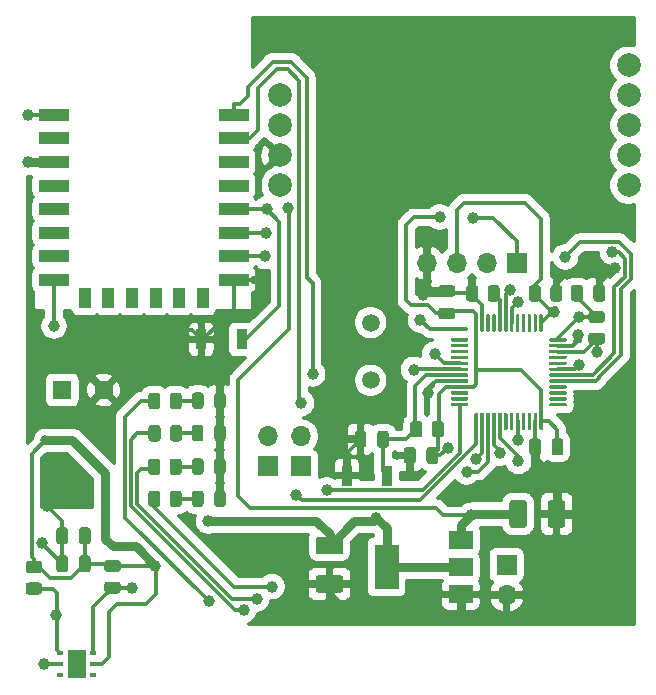
<source format=gbr>
%TF.GenerationSoftware,KiCad,Pcbnew,(5.1.12)-1*%
%TF.CreationDate,2023-01-08T12:27:17+03:00*%
%TF.ProjectId,windows_sensor_project,77696e64-6f77-4735-9f73-656e736f725f,rev?*%
%TF.SameCoordinates,Original*%
%TF.FileFunction,Copper,L1,Top*%
%TF.FilePolarity,Positive*%
%FSLAX46Y46*%
G04 Gerber Fmt 4.6, Leading zero omitted, Abs format (unit mm)*
G04 Created by KiCad (PCBNEW (5.1.12)-1) date 2023-01-08 12:27:17*
%MOMM*%
%LPD*%
G01*
G04 APERTURE LIST*
%TA.AperFunction,ComponentPad*%
%ADD10C,1.600000*%
%TD*%
%TA.AperFunction,ComponentPad*%
%ADD11R,1.600000X1.600000*%
%TD*%
%TA.AperFunction,ComponentPad*%
%ADD12R,1.700000X1.700000*%
%TD*%
%TA.AperFunction,ComponentPad*%
%ADD13O,1.700000X1.700000*%
%TD*%
%TA.AperFunction,SMDPad,CuDef*%
%ADD14R,0.900000X1.700000*%
%TD*%
%TA.AperFunction,SMDPad,CuDef*%
%ADD15R,2.500000X1.000000*%
%TD*%
%TA.AperFunction,SMDPad,CuDef*%
%ADD16R,1.000000X1.800000*%
%TD*%
%TA.AperFunction,SMDPad,CuDef*%
%ADD17R,1.500000X2.400000*%
%TD*%
%TA.AperFunction,SMDPad,CuDef*%
%ADD18R,0.600000X0.400000*%
%TD*%
%TA.AperFunction,ComponentPad*%
%ADD19C,2.000000*%
%TD*%
%TA.AperFunction,SMDPad,CuDef*%
%ADD20R,2.000000X3.800000*%
%TD*%
%TA.AperFunction,SMDPad,CuDef*%
%ADD21R,2.000000X1.500000*%
%TD*%
%TA.AperFunction,ComponentPad*%
%ADD22C,1.500000*%
%TD*%
%TA.AperFunction,ViaPad*%
%ADD23C,1.000000*%
%TD*%
%TA.AperFunction,ViaPad*%
%ADD24C,0.800000*%
%TD*%
%TA.AperFunction,Conductor*%
%ADD25C,0.800000*%
%TD*%
%TA.AperFunction,Conductor*%
%ADD26C,0.300000*%
%TD*%
%TA.AperFunction,Conductor*%
%ADD27C,0.100000*%
%TD*%
G04 APERTURE END LIST*
%TO.P,C2,2*%
%TO.N,GND*%
%TA.AperFunction,SMDPad,CuDef*%
G36*
G01*
X124960000Y-108460000D02*
X126810000Y-108460000D01*
G75*
G02*
X127060000Y-108710000I0J-250000D01*
G01*
X127060000Y-109710000D01*
G75*
G02*
X126810000Y-109960000I-250000J0D01*
G01*
X124960000Y-109960000D01*
G75*
G02*
X124710000Y-109710000I0J250000D01*
G01*
X124710000Y-108710000D01*
G75*
G02*
X124960000Y-108460000I250000J0D01*
G01*
G37*
%TD.AperFunction*%
%TO.P,C2,1*%
%TO.N,3.3v*%
%TA.AperFunction,SMDPad,CuDef*%
G36*
G01*
X124960000Y-105210000D02*
X126810000Y-105210000D01*
G75*
G02*
X127060000Y-105460000I0J-250000D01*
G01*
X127060000Y-106460000D01*
G75*
G02*
X126810000Y-106710000I-250000J0D01*
G01*
X124960000Y-106710000D01*
G75*
G02*
X124710000Y-106460000I0J250000D01*
G01*
X124710000Y-105460000D01*
G75*
G02*
X124960000Y-105210000I250000J0D01*
G01*
G37*
%TD.AperFunction*%
%TD*%
%TO.P,C1,2*%
%TO.N,GND*%
%TA.AperFunction,SMDPad,CuDef*%
G36*
G01*
X144360000Y-104210000D02*
X144360000Y-102360000D01*
G75*
G02*
X144610000Y-102110000I250000J0D01*
G01*
X145610000Y-102110000D01*
G75*
G02*
X145860000Y-102360000I0J-250000D01*
G01*
X145860000Y-104210000D01*
G75*
G02*
X145610000Y-104460000I-250000J0D01*
G01*
X144610000Y-104460000D01*
G75*
G02*
X144360000Y-104210000I0J250000D01*
G01*
G37*
%TD.AperFunction*%
%TO.P,C1,1*%
%TO.N,5v*%
%TA.AperFunction,SMDPad,CuDef*%
G36*
G01*
X141110000Y-104210000D02*
X141110000Y-102360000D01*
G75*
G02*
X141360000Y-102110000I250000J0D01*
G01*
X142360000Y-102110000D01*
G75*
G02*
X142610000Y-102360000I0J-250000D01*
G01*
X142610000Y-104210000D01*
G75*
G02*
X142360000Y-104460000I-250000J0D01*
G01*
X141360000Y-104460000D01*
G75*
G02*
X141110000Y-104210000I0J250000D01*
G01*
G37*
%TD.AperFunction*%
%TD*%
D10*
%TO.P,C16,2*%
%TO.N,GND*%
X106760000Y-92785000D03*
D11*
%TO.P,C16,1*%
%TO.N,3.3v*%
X103260000Y-92785000D03*
%TD*%
%TO.P,ERROR,2*%
%TO.N,Net-(D4-Pad2)*%
%TA.AperFunction,SMDPad,CuDef*%
G36*
G01*
X115222500Y-101548750D02*
X115222500Y-102461250D01*
G75*
G02*
X114978750Y-102705000I-243750J0D01*
G01*
X114491250Y-102705000D01*
G75*
G02*
X114247500Y-102461250I0J243750D01*
G01*
X114247500Y-101548750D01*
G75*
G02*
X114491250Y-101305000I243750J0D01*
G01*
X114978750Y-101305000D01*
G75*
G02*
X115222500Y-101548750I0J-243750D01*
G01*
G37*
%TD.AperFunction*%
%TO.P,ERROR,1*%
%TO.N,GND*%
%TA.AperFunction,SMDPad,CuDef*%
G36*
G01*
X117097500Y-101548750D02*
X117097500Y-102461250D01*
G75*
G02*
X116853750Y-102705000I-243750J0D01*
G01*
X116366250Y-102705000D01*
G75*
G02*
X116122500Y-102461250I0J243750D01*
G01*
X116122500Y-101548750D01*
G75*
G02*
X116366250Y-101305000I243750J0D01*
G01*
X116853750Y-101305000D01*
G75*
G02*
X117097500Y-101548750I0J-243750D01*
G01*
G37*
%TD.AperFunction*%
%TD*%
%TO.P,I2C_OK,2*%
%TO.N,Net-(D3-Pad2)*%
%TA.AperFunction,SMDPad,CuDef*%
G36*
G01*
X115222500Y-98808750D02*
X115222500Y-99721250D01*
G75*
G02*
X114978750Y-99965000I-243750J0D01*
G01*
X114491250Y-99965000D01*
G75*
G02*
X114247500Y-99721250I0J243750D01*
G01*
X114247500Y-98808750D01*
G75*
G02*
X114491250Y-98565000I243750J0D01*
G01*
X114978750Y-98565000D01*
G75*
G02*
X115222500Y-98808750I0J-243750D01*
G01*
G37*
%TD.AperFunction*%
%TO.P,I2C_OK,1*%
%TO.N,GND*%
%TA.AperFunction,SMDPad,CuDef*%
G36*
G01*
X117097500Y-98808750D02*
X117097500Y-99721250D01*
G75*
G02*
X116853750Y-99965000I-243750J0D01*
G01*
X116366250Y-99965000D01*
G75*
G02*
X116122500Y-99721250I0J243750D01*
G01*
X116122500Y-98808750D01*
G75*
G02*
X116366250Y-98565000I243750J0D01*
G01*
X116853750Y-98565000D01*
G75*
G02*
X117097500Y-98808750I0J-243750D01*
G01*
G37*
%TD.AperFunction*%
%TD*%
%TO.P,USART_OK,2*%
%TO.N,Net-(D2-Pad2)*%
%TA.AperFunction,SMDPad,CuDef*%
G36*
G01*
X115212500Y-95978750D02*
X115212500Y-96891250D01*
G75*
G02*
X114968750Y-97135000I-243750J0D01*
G01*
X114481250Y-97135000D01*
G75*
G02*
X114237500Y-96891250I0J243750D01*
G01*
X114237500Y-95978750D01*
G75*
G02*
X114481250Y-95735000I243750J0D01*
G01*
X114968750Y-95735000D01*
G75*
G02*
X115212500Y-95978750I0J-243750D01*
G01*
G37*
%TD.AperFunction*%
%TO.P,USART_OK,1*%
%TO.N,GND*%
%TA.AperFunction,SMDPad,CuDef*%
G36*
G01*
X117087500Y-95978750D02*
X117087500Y-96891250D01*
G75*
G02*
X116843750Y-97135000I-243750J0D01*
G01*
X116356250Y-97135000D01*
G75*
G02*
X116112500Y-96891250I0J243750D01*
G01*
X116112500Y-95978750D01*
G75*
G02*
X116356250Y-95735000I243750J0D01*
G01*
X116843750Y-95735000D01*
G75*
G02*
X117087500Y-95978750I0J-243750D01*
G01*
G37*
%TD.AperFunction*%
%TD*%
%TO.P,Wi-fi_OK,2*%
%TO.N,Net-(D1-Pad2)*%
%TA.AperFunction,SMDPad,CuDef*%
G36*
G01*
X115222500Y-93233750D02*
X115222500Y-94146250D01*
G75*
G02*
X114978750Y-94390000I-243750J0D01*
G01*
X114491250Y-94390000D01*
G75*
G02*
X114247500Y-94146250I0J243750D01*
G01*
X114247500Y-93233750D01*
G75*
G02*
X114491250Y-92990000I243750J0D01*
G01*
X114978750Y-92990000D01*
G75*
G02*
X115222500Y-93233750I0J-243750D01*
G01*
G37*
%TD.AperFunction*%
%TO.P,Wi-fi_OK,1*%
%TO.N,GND*%
%TA.AperFunction,SMDPad,CuDef*%
G36*
G01*
X117097500Y-93233750D02*
X117097500Y-94146250D01*
G75*
G02*
X116853750Y-94390000I-243750J0D01*
G01*
X116366250Y-94390000D01*
G75*
G02*
X116122500Y-94146250I0J243750D01*
G01*
X116122500Y-93233750D01*
G75*
G02*
X116366250Y-92990000I243750J0D01*
G01*
X116853750Y-92990000D01*
G75*
G02*
X117097500Y-93233750I0J-243750D01*
G01*
G37*
%TD.AperFunction*%
%TD*%
%TO.P,R17,2*%
%TO.N,NRST*%
%TA.AperFunction,SMDPad,CuDef*%
G36*
G01*
X133747500Y-95659999D02*
X133747500Y-96560001D01*
G75*
G02*
X133497501Y-96810000I-249999J0D01*
G01*
X132972499Y-96810000D01*
G75*
G02*
X132722500Y-96560001I0J249999D01*
G01*
X132722500Y-95659999D01*
G75*
G02*
X132972499Y-95410000I249999J0D01*
G01*
X133497501Y-95410000D01*
G75*
G02*
X133747500Y-95659999I0J-249999D01*
G01*
G37*
%TD.AperFunction*%
%TO.P,R17,1*%
%TO.N,3.3v*%
%TA.AperFunction,SMDPad,CuDef*%
G36*
G01*
X135572500Y-95659999D02*
X135572500Y-96560001D01*
G75*
G02*
X135322501Y-96810000I-249999J0D01*
G01*
X134797499Y-96810000D01*
G75*
G02*
X134547500Y-96560001I0J249999D01*
G01*
X134547500Y-95659999D01*
G75*
G02*
X134797499Y-95410000I249999J0D01*
G01*
X135322501Y-95410000D01*
G75*
G02*
X135572500Y-95659999I0J-249999D01*
G01*
G37*
%TD.AperFunction*%
%TD*%
%TO.P,C3,2*%
%TO.N,GND*%
%TA.AperFunction,SMDPad,CuDef*%
G36*
G01*
X136285000Y-84910000D02*
X135335000Y-84910000D01*
G75*
G02*
X135085000Y-84660000I0J250000D01*
G01*
X135085000Y-84160000D01*
G75*
G02*
X135335000Y-83910000I250000J0D01*
G01*
X136285000Y-83910000D01*
G75*
G02*
X136535000Y-84160000I0J-250000D01*
G01*
X136535000Y-84660000D01*
G75*
G02*
X136285000Y-84910000I-250000J0D01*
G01*
G37*
%TD.AperFunction*%
%TO.P,C3,1*%
%TO.N,3.3v*%
%TA.AperFunction,SMDPad,CuDef*%
G36*
G01*
X136285000Y-86810000D02*
X135335000Y-86810000D01*
G75*
G02*
X135085000Y-86560000I0J250000D01*
G01*
X135085000Y-86060000D01*
G75*
G02*
X135335000Y-85810000I250000J0D01*
G01*
X136285000Y-85810000D01*
G75*
G02*
X136535000Y-86060000I0J-250000D01*
G01*
X136535000Y-86560000D01*
G75*
G02*
X136285000Y-86810000I-250000J0D01*
G01*
G37*
%TD.AperFunction*%
%TD*%
%TO.P,C4,1*%
%TO.N,3.3v*%
%TA.AperFunction,SMDPad,CuDef*%
G36*
G01*
X146335000Y-85060000D02*
X146335000Y-84110000D01*
G75*
G02*
X146585000Y-83860000I250000J0D01*
G01*
X147085000Y-83860000D01*
G75*
G02*
X147335000Y-84110000I0J-250000D01*
G01*
X147335000Y-85060000D01*
G75*
G02*
X147085000Y-85310000I-250000J0D01*
G01*
X146585000Y-85310000D01*
G75*
G02*
X146335000Y-85060000I0J250000D01*
G01*
G37*
%TD.AperFunction*%
%TO.P,C4,2*%
%TO.N,GND*%
%TA.AperFunction,SMDPad,CuDef*%
G36*
G01*
X148235000Y-85060000D02*
X148235000Y-84110000D01*
G75*
G02*
X148485000Y-83860000I250000J0D01*
G01*
X148985000Y-83860000D01*
G75*
G02*
X149235000Y-84110000I0J-250000D01*
G01*
X149235000Y-85060000D01*
G75*
G02*
X148985000Y-85310000I-250000J0D01*
G01*
X148485000Y-85310000D01*
G75*
G02*
X148235000Y-85060000I0J250000D01*
G01*
G37*
%TD.AperFunction*%
%TD*%
%TO.P,C5,2*%
%TO.N,GND*%
%TA.AperFunction,SMDPad,CuDef*%
G36*
G01*
X143785000Y-97135000D02*
X143785000Y-98085000D01*
G75*
G02*
X143535000Y-98335000I-250000J0D01*
G01*
X143035000Y-98335000D01*
G75*
G02*
X142785000Y-98085000I0J250000D01*
G01*
X142785000Y-97135000D01*
G75*
G02*
X143035000Y-96885000I250000J0D01*
G01*
X143535000Y-96885000D01*
G75*
G02*
X143785000Y-97135000I0J-250000D01*
G01*
G37*
%TD.AperFunction*%
%TO.P,C5,1*%
%TO.N,3.3v*%
%TA.AperFunction,SMDPad,CuDef*%
G36*
G01*
X145685000Y-97135000D02*
X145685000Y-98085000D01*
G75*
G02*
X145435000Y-98335000I-250000J0D01*
G01*
X144935000Y-98335000D01*
G75*
G02*
X144685000Y-98085000I0J250000D01*
G01*
X144685000Y-97135000D01*
G75*
G02*
X144935000Y-96885000I250000J0D01*
G01*
X145435000Y-96885000D01*
G75*
G02*
X145685000Y-97135000I0J-250000D01*
G01*
G37*
%TD.AperFunction*%
%TD*%
%TO.P,C6,1*%
%TO.N,3.3v*%
%TA.AperFunction,SMDPad,CuDef*%
G36*
G01*
X135085000Y-97860000D02*
X135085000Y-98810000D01*
G75*
G02*
X134835000Y-99060000I-250000J0D01*
G01*
X134335000Y-99060000D01*
G75*
G02*
X134085000Y-98810000I0J250000D01*
G01*
X134085000Y-97860000D01*
G75*
G02*
X134335000Y-97610000I250000J0D01*
G01*
X134835000Y-97610000D01*
G75*
G02*
X135085000Y-97860000I0J-250000D01*
G01*
G37*
%TD.AperFunction*%
%TO.P,C6,2*%
%TO.N,GND*%
%TA.AperFunction,SMDPad,CuDef*%
G36*
G01*
X133185000Y-97860000D02*
X133185000Y-98810000D01*
G75*
G02*
X132935000Y-99060000I-250000J0D01*
G01*
X132435000Y-99060000D01*
G75*
G02*
X132185000Y-98810000I0J250000D01*
G01*
X132185000Y-97860000D01*
G75*
G02*
X132435000Y-97610000I250000J0D01*
G01*
X132935000Y-97610000D01*
G75*
G02*
X133185000Y-97860000I0J-250000D01*
G01*
G37*
%TD.AperFunction*%
%TD*%
%TO.P,C9,2*%
%TO.N,NRST*%
%TA.AperFunction,SMDPad,CuDef*%
G36*
G01*
X129910000Y-97435000D02*
X129910000Y-96485000D01*
G75*
G02*
X130160000Y-96235000I250000J0D01*
G01*
X130660000Y-96235000D01*
G75*
G02*
X130910000Y-96485000I0J-250000D01*
G01*
X130910000Y-97435000D01*
G75*
G02*
X130660000Y-97685000I-250000J0D01*
G01*
X130160000Y-97685000D01*
G75*
G02*
X129910000Y-97435000I0J250000D01*
G01*
G37*
%TD.AperFunction*%
%TO.P,C9,1*%
%TO.N,GND*%
%TA.AperFunction,SMDPad,CuDef*%
G36*
G01*
X128010000Y-97435000D02*
X128010000Y-96485000D01*
G75*
G02*
X128260000Y-96235000I250000J0D01*
G01*
X128760000Y-96235000D01*
G75*
G02*
X129010000Y-96485000I0J-250000D01*
G01*
X129010000Y-97435000D01*
G75*
G02*
X128760000Y-97685000I-250000J0D01*
G01*
X128260000Y-97685000D01*
G75*
G02*
X128010000Y-97435000I0J250000D01*
G01*
G37*
%TD.AperFunction*%
%TD*%
%TO.P,C10,2*%
%TO.N,GND*%
%TA.AperFunction,SMDPad,CuDef*%
G36*
G01*
X103760000Y-104660000D02*
X103760000Y-105610000D01*
G75*
G02*
X103510000Y-105860000I-250000J0D01*
G01*
X103010000Y-105860000D01*
G75*
G02*
X102760000Y-105610000I0J250000D01*
G01*
X102760000Y-104660000D01*
G75*
G02*
X103010000Y-104410000I250000J0D01*
G01*
X103510000Y-104410000D01*
G75*
G02*
X103760000Y-104660000I0J-250000D01*
G01*
G37*
%TD.AperFunction*%
%TO.P,C10,1*%
%TO.N,3.3v*%
%TA.AperFunction,SMDPad,CuDef*%
G36*
G01*
X105660000Y-104660000D02*
X105660000Y-105610000D01*
G75*
G02*
X105410000Y-105860000I-250000J0D01*
G01*
X104910000Y-105860000D01*
G75*
G02*
X104660000Y-105610000I0J250000D01*
G01*
X104660000Y-104660000D01*
G75*
G02*
X104910000Y-104410000I250000J0D01*
G01*
X105410000Y-104410000D01*
G75*
G02*
X105660000Y-104660000I0J-250000D01*
G01*
G37*
%TD.AperFunction*%
%TD*%
%TO.P,C11,1*%
%TO.N,3.3v*%
%TA.AperFunction,SMDPad,CuDef*%
G36*
G01*
X105660000Y-107035000D02*
X105660000Y-107985000D01*
G75*
G02*
X105410000Y-108235000I-250000J0D01*
G01*
X104910000Y-108235000D01*
G75*
G02*
X104660000Y-107985000I0J250000D01*
G01*
X104660000Y-107035000D01*
G75*
G02*
X104910000Y-106785000I250000J0D01*
G01*
X105410000Y-106785000D01*
G75*
G02*
X105660000Y-107035000I0J-250000D01*
G01*
G37*
%TD.AperFunction*%
%TO.P,C11,2*%
%TO.N,GND*%
%TA.AperFunction,SMDPad,CuDef*%
G36*
G01*
X103760000Y-107035000D02*
X103760000Y-107985000D01*
G75*
G02*
X103510000Y-108235000I-250000J0D01*
G01*
X103010000Y-108235000D01*
G75*
G02*
X102760000Y-107985000I0J250000D01*
G01*
X102760000Y-107035000D01*
G75*
G02*
X103010000Y-106785000I250000J0D01*
G01*
X103510000Y-106785000D01*
G75*
G02*
X103760000Y-107035000I0J-250000D01*
G01*
G37*
%TD.AperFunction*%
%TD*%
D12*
%TO.P,J1,1*%
%TO.N,3.3v*%
X141760000Y-82060000D03*
D13*
%TO.P,J1,2*%
%TO.N,PA13*%
X139220000Y-82060000D03*
%TO.P,J1,3*%
%TO.N,PA14*%
X136680000Y-82060000D03*
%TO.P,J1,4*%
%TO.N,GND*%
X134140000Y-82060000D03*
%TD*%
D12*
%TO.P,Rx,1*%
%TO.N,USART2_Rx*%
X120685000Y-99250000D03*
D13*
%TO.P,Rx,2*%
%TO.N,ESP_UART_Tx*%
X120685000Y-96710000D03*
%TD*%
%TO.P,Tx,2*%
%TO.N,ESP_UART_Rx*%
X123460000Y-96720000D03*
D12*
%TO.P,Tx,1*%
%TO.N,USART2_Tx*%
X123460000Y-99260000D03*
%TD*%
%TO.P,J4,1*%
%TO.N,5v*%
X140885000Y-107610000D03*
D13*
%TO.P,J4,2*%
%TO.N,GND*%
X140885000Y-110150000D03*
%TD*%
%TO.P,R1,2*%
%TO.N,BOOT0*%
%TA.AperFunction,SMDPad,CuDef*%
G36*
G01*
X139272500Y-85060001D02*
X139272500Y-84159999D01*
G75*
G02*
X139522499Y-83910000I249999J0D01*
G01*
X140047501Y-83910000D01*
G75*
G02*
X140297500Y-84159999I0J-249999D01*
G01*
X140297500Y-85060001D01*
G75*
G02*
X140047501Y-85310000I-249999J0D01*
G01*
X139522499Y-85310000D01*
G75*
G02*
X139272500Y-85060001I0J249999D01*
G01*
G37*
%TD.AperFunction*%
%TO.P,R1,1*%
%TO.N,GND*%
%TA.AperFunction,SMDPad,CuDef*%
G36*
G01*
X137447500Y-85060001D02*
X137447500Y-84159999D01*
G75*
G02*
X137697499Y-83910000I249999J0D01*
G01*
X138222501Y-83910000D01*
G75*
G02*
X138472500Y-84159999I0J-249999D01*
G01*
X138472500Y-85060001D01*
G75*
G02*
X138222501Y-85310000I-249999J0D01*
G01*
X137697499Y-85310000D01*
G75*
G02*
X137447500Y-85060001I0J249999D01*
G01*
G37*
%TD.AperFunction*%
%TD*%
%TO.P,R3,1*%
%TO.N,3.3v*%
%TA.AperFunction,SMDPad,CuDef*%
G36*
G01*
X107059999Y-107185000D02*
X107960001Y-107185000D01*
G75*
G02*
X108210000Y-107434999I0J-249999D01*
G01*
X108210000Y-107960001D01*
G75*
G02*
X107960001Y-108210000I-249999J0D01*
G01*
X107059999Y-108210000D01*
G75*
G02*
X106810000Y-107960001I0J249999D01*
G01*
X106810000Y-107434999D01*
G75*
G02*
X107059999Y-107185000I249999J0D01*
G01*
G37*
%TD.AperFunction*%
%TO.P,R3,2*%
%TO.N,I2C1_SCL*%
%TA.AperFunction,SMDPad,CuDef*%
G36*
G01*
X107059999Y-109010000D02*
X107960001Y-109010000D01*
G75*
G02*
X108210000Y-109259999I0J-249999D01*
G01*
X108210000Y-109785001D01*
G75*
G02*
X107960001Y-110035000I-249999J0D01*
G01*
X107059999Y-110035000D01*
G75*
G02*
X106810000Y-109785001I0J249999D01*
G01*
X106810000Y-109259999D01*
G75*
G02*
X107059999Y-109010000I249999J0D01*
G01*
G37*
%TD.AperFunction*%
%TD*%
%TO.P,R4,2*%
%TO.N,I2C1_SDA*%
%TA.AperFunction,SMDPad,CuDef*%
G36*
G01*
X100409999Y-109085000D02*
X101310001Y-109085000D01*
G75*
G02*
X101560000Y-109334999I0J-249999D01*
G01*
X101560000Y-109860001D01*
G75*
G02*
X101310001Y-110110000I-249999J0D01*
G01*
X100409999Y-110110000D01*
G75*
G02*
X100160000Y-109860001I0J249999D01*
G01*
X100160000Y-109334999D01*
G75*
G02*
X100409999Y-109085000I249999J0D01*
G01*
G37*
%TD.AperFunction*%
%TO.P,R4,1*%
%TO.N,3.3v*%
%TA.AperFunction,SMDPad,CuDef*%
G36*
G01*
X100409999Y-107260000D02*
X101310001Y-107260000D01*
G75*
G02*
X101560000Y-107509999I0J-249999D01*
G01*
X101560000Y-108035001D01*
G75*
G02*
X101310001Y-108285000I-249999J0D01*
G01*
X100409999Y-108285000D01*
G75*
G02*
X100160000Y-108035001I0J249999D01*
G01*
X100160000Y-107509999D01*
G75*
G02*
X100409999Y-107260000I249999J0D01*
G01*
G37*
%TD.AperFunction*%
%TD*%
%TO.P,R5,2*%
%TO.N,PA13*%
%TA.AperFunction,SMDPad,CuDef*%
G36*
G01*
X148059999Y-87922500D02*
X148960001Y-87922500D01*
G75*
G02*
X149210000Y-88172499I0J-249999D01*
G01*
X149210000Y-88697501D01*
G75*
G02*
X148960001Y-88947500I-249999J0D01*
G01*
X148059999Y-88947500D01*
G75*
G02*
X147810000Y-88697501I0J249999D01*
G01*
X147810000Y-88172499D01*
G75*
G02*
X148059999Y-87922500I249999J0D01*
G01*
G37*
%TD.AperFunction*%
%TO.P,R5,1*%
%TO.N,3.3v*%
%TA.AperFunction,SMDPad,CuDef*%
G36*
G01*
X148059999Y-86097500D02*
X148960001Y-86097500D01*
G75*
G02*
X149210000Y-86347499I0J-249999D01*
G01*
X149210000Y-86872501D01*
G75*
G02*
X148960001Y-87122500I-249999J0D01*
G01*
X148059999Y-87122500D01*
G75*
G02*
X147810000Y-86872501I0J249999D01*
G01*
X147810000Y-86347499D01*
G75*
G02*
X148059999Y-86097500I249999J0D01*
G01*
G37*
%TD.AperFunction*%
%TD*%
%TO.P,R6,1*%
%TO.N,PA14*%
%TA.AperFunction,SMDPad,CuDef*%
G36*
G01*
X142760000Y-85060001D02*
X142760000Y-84159999D01*
G75*
G02*
X143009999Y-83910000I249999J0D01*
G01*
X143535001Y-83910000D01*
G75*
G02*
X143785000Y-84159999I0J-249999D01*
G01*
X143785000Y-85060001D01*
G75*
G02*
X143535001Y-85310000I-249999J0D01*
G01*
X143009999Y-85310000D01*
G75*
G02*
X142760000Y-85060001I0J249999D01*
G01*
G37*
%TD.AperFunction*%
%TO.P,R6,2*%
%TO.N,GND*%
%TA.AperFunction,SMDPad,CuDef*%
G36*
G01*
X144585000Y-85060001D02*
X144585000Y-84159999D01*
G75*
G02*
X144834999Y-83910000I249999J0D01*
G01*
X145360001Y-83910000D01*
G75*
G02*
X145610000Y-84159999I0J-249999D01*
G01*
X145610000Y-85060001D01*
G75*
G02*
X145360001Y-85310000I-249999J0D01*
G01*
X144834999Y-85310000D01*
G75*
G02*
X144585000Y-85060001I0J249999D01*
G01*
G37*
%TD.AperFunction*%
%TD*%
%TO.P,R13,1*%
%TO.N,Net-(D1-Pad2)*%
%TA.AperFunction,SMDPad,CuDef*%
G36*
G01*
X113385000Y-93264999D02*
X113385000Y-94165001D01*
G75*
G02*
X113135001Y-94415000I-249999J0D01*
G01*
X112609999Y-94415000D01*
G75*
G02*
X112360000Y-94165001I0J249999D01*
G01*
X112360000Y-93264999D01*
G75*
G02*
X112609999Y-93015000I249999J0D01*
G01*
X113135001Y-93015000D01*
G75*
G02*
X113385000Y-93264999I0J-249999D01*
G01*
G37*
%TD.AperFunction*%
%TO.P,R13,2*%
%TO.N,WiFi_ok*%
%TA.AperFunction,SMDPad,CuDef*%
G36*
G01*
X111560000Y-93264999D02*
X111560000Y-94165001D01*
G75*
G02*
X111310001Y-94415000I-249999J0D01*
G01*
X110784999Y-94415000D01*
G75*
G02*
X110535000Y-94165001I0J249999D01*
G01*
X110535000Y-93264999D01*
G75*
G02*
X110784999Y-93015000I249999J0D01*
G01*
X111310001Y-93015000D01*
G75*
G02*
X111560000Y-93264999I0J-249999D01*
G01*
G37*
%TD.AperFunction*%
%TD*%
%TO.P,R14,2*%
%TO.N,USART1_ok*%
%TA.AperFunction,SMDPad,CuDef*%
G36*
G01*
X111575000Y-96009999D02*
X111575000Y-96910001D01*
G75*
G02*
X111325001Y-97160000I-249999J0D01*
G01*
X110799999Y-97160000D01*
G75*
G02*
X110550000Y-96910001I0J249999D01*
G01*
X110550000Y-96009999D01*
G75*
G02*
X110799999Y-95760000I249999J0D01*
G01*
X111325001Y-95760000D01*
G75*
G02*
X111575000Y-96009999I0J-249999D01*
G01*
G37*
%TD.AperFunction*%
%TO.P,R14,1*%
%TO.N,Net-(D2-Pad2)*%
%TA.AperFunction,SMDPad,CuDef*%
G36*
G01*
X113400000Y-96009999D02*
X113400000Y-96910001D01*
G75*
G02*
X113150001Y-97160000I-249999J0D01*
G01*
X112624999Y-97160000D01*
G75*
G02*
X112375000Y-96910001I0J249999D01*
G01*
X112375000Y-96009999D01*
G75*
G02*
X112624999Y-95760000I249999J0D01*
G01*
X113150001Y-95760000D01*
G75*
G02*
X113400000Y-96009999I0J-249999D01*
G01*
G37*
%TD.AperFunction*%
%TD*%
%TO.P,R15,1*%
%TO.N,Net-(D3-Pad2)*%
%TA.AperFunction,SMDPad,CuDef*%
G36*
G01*
X113372500Y-98839999D02*
X113372500Y-99740001D01*
G75*
G02*
X113122501Y-99990000I-249999J0D01*
G01*
X112597499Y-99990000D01*
G75*
G02*
X112347500Y-99740001I0J249999D01*
G01*
X112347500Y-98839999D01*
G75*
G02*
X112597499Y-98590000I249999J0D01*
G01*
X113122501Y-98590000D01*
G75*
G02*
X113372500Y-98839999I0J-249999D01*
G01*
G37*
%TD.AperFunction*%
%TO.P,R15,2*%
%TO.N,I2C_ok*%
%TA.AperFunction,SMDPad,CuDef*%
G36*
G01*
X111547500Y-98839999D02*
X111547500Y-99740001D01*
G75*
G02*
X111297501Y-99990000I-249999J0D01*
G01*
X110772499Y-99990000D01*
G75*
G02*
X110522500Y-99740001I0J249999D01*
G01*
X110522500Y-98839999D01*
G75*
G02*
X110772499Y-98590000I249999J0D01*
G01*
X111297501Y-98590000D01*
G75*
G02*
X111547500Y-98839999I0J-249999D01*
G01*
G37*
%TD.AperFunction*%
%TD*%
%TO.P,R16,2*%
%TO.N,Error*%
%TA.AperFunction,SMDPad,CuDef*%
G36*
G01*
X111560000Y-101554999D02*
X111560000Y-102455001D01*
G75*
G02*
X111310001Y-102705000I-249999J0D01*
G01*
X110784999Y-102705000D01*
G75*
G02*
X110535000Y-102455001I0J249999D01*
G01*
X110535000Y-101554999D01*
G75*
G02*
X110784999Y-101305000I249999J0D01*
G01*
X111310001Y-101305000D01*
G75*
G02*
X111560000Y-101554999I0J-249999D01*
G01*
G37*
%TD.AperFunction*%
%TO.P,R16,1*%
%TO.N,Net-(D4-Pad2)*%
%TA.AperFunction,SMDPad,CuDef*%
G36*
G01*
X113385000Y-101554999D02*
X113385000Y-102455001D01*
G75*
G02*
X113135001Y-102705000I-249999J0D01*
G01*
X112609999Y-102705000D01*
G75*
G02*
X112360000Y-102455001I0J249999D01*
G01*
X112360000Y-101554999D01*
G75*
G02*
X112609999Y-101305000I249999J0D01*
G01*
X113135001Y-101305000D01*
G75*
G02*
X113385000Y-101554999I0J-249999D01*
G01*
G37*
%TD.AperFunction*%
%TD*%
D14*
%TO.P,Reset,1*%
%TO.N,GND*%
X127360000Y-100035000D03*
%TO.P,Reset,2*%
%TO.N,NRST*%
X130760000Y-100035000D03*
%TD*%
%TO.P,Flash,2*%
%TO.N,Net-(Flash1-Pad2)*%
X118435000Y-88510000D03*
%TO.P,Flash,1*%
%TO.N,GND*%
X115035000Y-88510000D03*
%TD*%
%TO.P,U1,1*%
%TO.N,Net-(U1-Pad1)*%
%TA.AperFunction,SMDPad,CuDef*%
G36*
G01*
X136160000Y-88610000D02*
X136160000Y-88460000D01*
G75*
G02*
X136235000Y-88385000I75000J0D01*
G01*
X137560000Y-88385000D01*
G75*
G02*
X137635000Y-88460000I0J-75000D01*
G01*
X137635000Y-88610000D01*
G75*
G02*
X137560000Y-88685000I-75000J0D01*
G01*
X136235000Y-88685000D01*
G75*
G02*
X136160000Y-88610000I0J75000D01*
G01*
G37*
%TD.AperFunction*%
%TO.P,U1,2*%
%TO.N,Net-(U1-Pad2)*%
%TA.AperFunction,SMDPad,CuDef*%
G36*
G01*
X136160000Y-89110000D02*
X136160000Y-88960000D01*
G75*
G02*
X136235000Y-88885000I75000J0D01*
G01*
X137560000Y-88885000D01*
G75*
G02*
X137635000Y-88960000I0J-75000D01*
G01*
X137635000Y-89110000D01*
G75*
G02*
X137560000Y-89185000I-75000J0D01*
G01*
X136235000Y-89185000D01*
G75*
G02*
X136160000Y-89110000I0J75000D01*
G01*
G37*
%TD.AperFunction*%
%TO.P,U1,3*%
%TO.N,Net-(U1-Pad3)*%
%TA.AperFunction,SMDPad,CuDef*%
G36*
G01*
X136160000Y-89610000D02*
X136160000Y-89460000D01*
G75*
G02*
X136235000Y-89385000I75000J0D01*
G01*
X137560000Y-89385000D01*
G75*
G02*
X137635000Y-89460000I0J-75000D01*
G01*
X137635000Y-89610000D01*
G75*
G02*
X137560000Y-89685000I-75000J0D01*
G01*
X136235000Y-89685000D01*
G75*
G02*
X136160000Y-89610000I0J75000D01*
G01*
G37*
%TD.AperFunction*%
%TO.P,U1,4*%
%TO.N,Net-(U1-Pad4)*%
%TA.AperFunction,SMDPad,CuDef*%
G36*
G01*
X136160000Y-90110000D02*
X136160000Y-89960000D01*
G75*
G02*
X136235000Y-89885000I75000J0D01*
G01*
X137560000Y-89885000D01*
G75*
G02*
X137635000Y-89960000I0J-75000D01*
G01*
X137635000Y-90110000D01*
G75*
G02*
X137560000Y-90185000I-75000J0D01*
G01*
X136235000Y-90185000D01*
G75*
G02*
X136160000Y-90110000I0J75000D01*
G01*
G37*
%TD.AperFunction*%
%TO.P,U1,5*%
%TO.N,PD0*%
%TA.AperFunction,SMDPad,CuDef*%
G36*
G01*
X136160000Y-90610000D02*
X136160000Y-90460000D01*
G75*
G02*
X136235000Y-90385000I75000J0D01*
G01*
X137560000Y-90385000D01*
G75*
G02*
X137635000Y-90460000I0J-75000D01*
G01*
X137635000Y-90610000D01*
G75*
G02*
X137560000Y-90685000I-75000J0D01*
G01*
X136235000Y-90685000D01*
G75*
G02*
X136160000Y-90610000I0J75000D01*
G01*
G37*
%TD.AperFunction*%
%TO.P,U1,6*%
%TO.N,PD1*%
%TA.AperFunction,SMDPad,CuDef*%
G36*
G01*
X136160000Y-91110000D02*
X136160000Y-90960000D01*
G75*
G02*
X136235000Y-90885000I75000J0D01*
G01*
X137560000Y-90885000D01*
G75*
G02*
X137635000Y-90960000I0J-75000D01*
G01*
X137635000Y-91110000D01*
G75*
G02*
X137560000Y-91185000I-75000J0D01*
G01*
X136235000Y-91185000D01*
G75*
G02*
X136160000Y-91110000I0J75000D01*
G01*
G37*
%TD.AperFunction*%
%TO.P,U1,7*%
%TO.N,NRST*%
%TA.AperFunction,SMDPad,CuDef*%
G36*
G01*
X136160000Y-91610000D02*
X136160000Y-91460000D01*
G75*
G02*
X136235000Y-91385000I75000J0D01*
G01*
X137560000Y-91385000D01*
G75*
G02*
X137635000Y-91460000I0J-75000D01*
G01*
X137635000Y-91610000D01*
G75*
G02*
X137560000Y-91685000I-75000J0D01*
G01*
X136235000Y-91685000D01*
G75*
G02*
X136160000Y-91610000I0J75000D01*
G01*
G37*
%TD.AperFunction*%
%TO.P,U1,8*%
%TO.N,GND*%
%TA.AperFunction,SMDPad,CuDef*%
G36*
G01*
X136160000Y-92110000D02*
X136160000Y-91960000D01*
G75*
G02*
X136235000Y-91885000I75000J0D01*
G01*
X137560000Y-91885000D01*
G75*
G02*
X137635000Y-91960000I0J-75000D01*
G01*
X137635000Y-92110000D01*
G75*
G02*
X137560000Y-92185000I-75000J0D01*
G01*
X136235000Y-92185000D01*
G75*
G02*
X136160000Y-92110000I0J75000D01*
G01*
G37*
%TD.AperFunction*%
%TO.P,U1,9*%
%TO.N,3.3v*%
%TA.AperFunction,SMDPad,CuDef*%
G36*
G01*
X136160000Y-92610000D02*
X136160000Y-92460000D01*
G75*
G02*
X136235000Y-92385000I75000J0D01*
G01*
X137560000Y-92385000D01*
G75*
G02*
X137635000Y-92460000I0J-75000D01*
G01*
X137635000Y-92610000D01*
G75*
G02*
X137560000Y-92685000I-75000J0D01*
G01*
X136235000Y-92685000D01*
G75*
G02*
X136160000Y-92610000I0J75000D01*
G01*
G37*
%TD.AperFunction*%
%TO.P,U1,10*%
%TO.N,Net-(U1-Pad10)*%
%TA.AperFunction,SMDPad,CuDef*%
G36*
G01*
X136160000Y-93110000D02*
X136160000Y-92960000D01*
G75*
G02*
X136235000Y-92885000I75000J0D01*
G01*
X137560000Y-92885000D01*
G75*
G02*
X137635000Y-92960000I0J-75000D01*
G01*
X137635000Y-93110000D01*
G75*
G02*
X137560000Y-93185000I-75000J0D01*
G01*
X136235000Y-93185000D01*
G75*
G02*
X136160000Y-93110000I0J75000D01*
G01*
G37*
%TD.AperFunction*%
%TO.P,U1,11*%
%TO.N,Net-(U1-Pad11)*%
%TA.AperFunction,SMDPad,CuDef*%
G36*
G01*
X136160000Y-93610000D02*
X136160000Y-93460000D01*
G75*
G02*
X136235000Y-93385000I75000J0D01*
G01*
X137560000Y-93385000D01*
G75*
G02*
X137635000Y-93460000I0J-75000D01*
G01*
X137635000Y-93610000D01*
G75*
G02*
X137560000Y-93685000I-75000J0D01*
G01*
X136235000Y-93685000D01*
G75*
G02*
X136160000Y-93610000I0J75000D01*
G01*
G37*
%TD.AperFunction*%
%TO.P,U1,12*%
%TO.N,USART2_Tx*%
%TA.AperFunction,SMDPad,CuDef*%
G36*
G01*
X136160000Y-94110000D02*
X136160000Y-93960000D01*
G75*
G02*
X136235000Y-93885000I75000J0D01*
G01*
X137560000Y-93885000D01*
G75*
G02*
X137635000Y-93960000I0J-75000D01*
G01*
X137635000Y-94110000D01*
G75*
G02*
X137560000Y-94185000I-75000J0D01*
G01*
X136235000Y-94185000D01*
G75*
G02*
X136160000Y-94110000I0J75000D01*
G01*
G37*
%TD.AperFunction*%
%TO.P,U1,13*%
%TO.N,USART2_Rx*%
%TA.AperFunction,SMDPad,CuDef*%
G36*
G01*
X138160000Y-96110000D02*
X138160000Y-94785000D01*
G75*
G02*
X138235000Y-94710000I75000J0D01*
G01*
X138385000Y-94710000D01*
G75*
G02*
X138460000Y-94785000I0J-75000D01*
G01*
X138460000Y-96110000D01*
G75*
G02*
X138385000Y-96185000I-75000J0D01*
G01*
X138235000Y-96185000D01*
G75*
G02*
X138160000Y-96110000I0J75000D01*
G01*
G37*
%TD.AperFunction*%
%TO.P,U1,14*%
%TO.N,WiFi_ok*%
%TA.AperFunction,SMDPad,CuDef*%
G36*
G01*
X138660000Y-96110000D02*
X138660000Y-94785000D01*
G75*
G02*
X138735000Y-94710000I75000J0D01*
G01*
X138885000Y-94710000D01*
G75*
G02*
X138960000Y-94785000I0J-75000D01*
G01*
X138960000Y-96110000D01*
G75*
G02*
X138885000Y-96185000I-75000J0D01*
G01*
X138735000Y-96185000D01*
G75*
G02*
X138660000Y-96110000I0J75000D01*
G01*
G37*
%TD.AperFunction*%
%TO.P,U1,15*%
%TO.N,USART1_ok*%
%TA.AperFunction,SMDPad,CuDef*%
G36*
G01*
X139160000Y-96110000D02*
X139160000Y-94785000D01*
G75*
G02*
X139235000Y-94710000I75000J0D01*
G01*
X139385000Y-94710000D01*
G75*
G02*
X139460000Y-94785000I0J-75000D01*
G01*
X139460000Y-96110000D01*
G75*
G02*
X139385000Y-96185000I-75000J0D01*
G01*
X139235000Y-96185000D01*
G75*
G02*
X139160000Y-96110000I0J75000D01*
G01*
G37*
%TD.AperFunction*%
%TO.P,U1,16*%
%TO.N,I2C_ok*%
%TA.AperFunction,SMDPad,CuDef*%
G36*
G01*
X139660000Y-96110000D02*
X139660000Y-94785000D01*
G75*
G02*
X139735000Y-94710000I75000J0D01*
G01*
X139885000Y-94710000D01*
G75*
G02*
X139960000Y-94785000I0J-75000D01*
G01*
X139960000Y-96110000D01*
G75*
G02*
X139885000Y-96185000I-75000J0D01*
G01*
X139735000Y-96185000D01*
G75*
G02*
X139660000Y-96110000I0J75000D01*
G01*
G37*
%TD.AperFunction*%
%TO.P,U1,17*%
%TO.N,Error*%
%TA.AperFunction,SMDPad,CuDef*%
G36*
G01*
X140160000Y-96110000D02*
X140160000Y-94785000D01*
G75*
G02*
X140235000Y-94710000I75000J0D01*
G01*
X140385000Y-94710000D01*
G75*
G02*
X140460000Y-94785000I0J-75000D01*
G01*
X140460000Y-96110000D01*
G75*
G02*
X140385000Y-96185000I-75000J0D01*
G01*
X140235000Y-96185000D01*
G75*
G02*
X140160000Y-96110000I0J75000D01*
G01*
G37*
%TD.AperFunction*%
%TO.P,U1,18*%
%TO.N,Net-(U1-Pad18)*%
%TA.AperFunction,SMDPad,CuDef*%
G36*
G01*
X140660000Y-96110000D02*
X140660000Y-94785000D01*
G75*
G02*
X140735000Y-94710000I75000J0D01*
G01*
X140885000Y-94710000D01*
G75*
G02*
X140960000Y-94785000I0J-75000D01*
G01*
X140960000Y-96110000D01*
G75*
G02*
X140885000Y-96185000I-75000J0D01*
G01*
X140735000Y-96185000D01*
G75*
G02*
X140660000Y-96110000I0J75000D01*
G01*
G37*
%TD.AperFunction*%
%TO.P,U1,19*%
%TO.N,Net-(U1-Pad19)*%
%TA.AperFunction,SMDPad,CuDef*%
G36*
G01*
X141160000Y-96110000D02*
X141160000Y-94785000D01*
G75*
G02*
X141235000Y-94710000I75000J0D01*
G01*
X141385000Y-94710000D01*
G75*
G02*
X141460000Y-94785000I0J-75000D01*
G01*
X141460000Y-96110000D01*
G75*
G02*
X141385000Y-96185000I-75000J0D01*
G01*
X141235000Y-96185000D01*
G75*
G02*
X141160000Y-96110000I0J75000D01*
G01*
G37*
%TD.AperFunction*%
%TO.P,U1,20*%
%TO.N,BOOT1*%
%TA.AperFunction,SMDPad,CuDef*%
G36*
G01*
X141660000Y-96110000D02*
X141660000Y-94785000D01*
G75*
G02*
X141735000Y-94710000I75000J0D01*
G01*
X141885000Y-94710000D01*
G75*
G02*
X141960000Y-94785000I0J-75000D01*
G01*
X141960000Y-96110000D01*
G75*
G02*
X141885000Y-96185000I-75000J0D01*
G01*
X141735000Y-96185000D01*
G75*
G02*
X141660000Y-96110000I0J75000D01*
G01*
G37*
%TD.AperFunction*%
%TO.P,U1,21*%
%TO.N,Net-(U1-Pad21)*%
%TA.AperFunction,SMDPad,CuDef*%
G36*
G01*
X142160000Y-96110000D02*
X142160000Y-94785000D01*
G75*
G02*
X142235000Y-94710000I75000J0D01*
G01*
X142385000Y-94710000D01*
G75*
G02*
X142460000Y-94785000I0J-75000D01*
G01*
X142460000Y-96110000D01*
G75*
G02*
X142385000Y-96185000I-75000J0D01*
G01*
X142235000Y-96185000D01*
G75*
G02*
X142160000Y-96110000I0J75000D01*
G01*
G37*
%TD.AperFunction*%
%TO.P,U1,22*%
%TO.N,Net-(U1-Pad22)*%
%TA.AperFunction,SMDPad,CuDef*%
G36*
G01*
X142660000Y-96110000D02*
X142660000Y-94785000D01*
G75*
G02*
X142735000Y-94710000I75000J0D01*
G01*
X142885000Y-94710000D01*
G75*
G02*
X142960000Y-94785000I0J-75000D01*
G01*
X142960000Y-96110000D01*
G75*
G02*
X142885000Y-96185000I-75000J0D01*
G01*
X142735000Y-96185000D01*
G75*
G02*
X142660000Y-96110000I0J75000D01*
G01*
G37*
%TD.AperFunction*%
%TO.P,U1,23*%
%TO.N,GND*%
%TA.AperFunction,SMDPad,CuDef*%
G36*
G01*
X143160000Y-96110000D02*
X143160000Y-94785000D01*
G75*
G02*
X143235000Y-94710000I75000J0D01*
G01*
X143385000Y-94710000D01*
G75*
G02*
X143460000Y-94785000I0J-75000D01*
G01*
X143460000Y-96110000D01*
G75*
G02*
X143385000Y-96185000I-75000J0D01*
G01*
X143235000Y-96185000D01*
G75*
G02*
X143160000Y-96110000I0J75000D01*
G01*
G37*
%TD.AperFunction*%
%TO.P,U1,24*%
%TO.N,3.3v*%
%TA.AperFunction,SMDPad,CuDef*%
G36*
G01*
X143660000Y-96110000D02*
X143660000Y-94785000D01*
G75*
G02*
X143735000Y-94710000I75000J0D01*
G01*
X143885000Y-94710000D01*
G75*
G02*
X143960000Y-94785000I0J-75000D01*
G01*
X143960000Y-96110000D01*
G75*
G02*
X143885000Y-96185000I-75000J0D01*
G01*
X143735000Y-96185000D01*
G75*
G02*
X143660000Y-96110000I0J75000D01*
G01*
G37*
%TD.AperFunction*%
%TO.P,U1,25*%
%TO.N,Net-(U1-Pad25)*%
%TA.AperFunction,SMDPad,CuDef*%
G36*
G01*
X144485000Y-94110000D02*
X144485000Y-93960000D01*
G75*
G02*
X144560000Y-93885000I75000J0D01*
G01*
X145885000Y-93885000D01*
G75*
G02*
X145960000Y-93960000I0J-75000D01*
G01*
X145960000Y-94110000D01*
G75*
G02*
X145885000Y-94185000I-75000J0D01*
G01*
X144560000Y-94185000D01*
G75*
G02*
X144485000Y-94110000I0J75000D01*
G01*
G37*
%TD.AperFunction*%
%TO.P,U1,26*%
%TO.N,Net-(U1-Pad26)*%
%TA.AperFunction,SMDPad,CuDef*%
G36*
G01*
X144485000Y-93610000D02*
X144485000Y-93460000D01*
G75*
G02*
X144560000Y-93385000I75000J0D01*
G01*
X145885000Y-93385000D01*
G75*
G02*
X145960000Y-93460000I0J-75000D01*
G01*
X145960000Y-93610000D01*
G75*
G02*
X145885000Y-93685000I-75000J0D01*
G01*
X144560000Y-93685000D01*
G75*
G02*
X144485000Y-93610000I0J75000D01*
G01*
G37*
%TD.AperFunction*%
%TO.P,U1,27*%
%TO.N,Net-(U1-Pad27)*%
%TA.AperFunction,SMDPad,CuDef*%
G36*
G01*
X144485000Y-93110000D02*
X144485000Y-92960000D01*
G75*
G02*
X144560000Y-92885000I75000J0D01*
G01*
X145885000Y-92885000D01*
G75*
G02*
X145960000Y-92960000I0J-75000D01*
G01*
X145960000Y-93110000D01*
G75*
G02*
X145885000Y-93185000I-75000J0D01*
G01*
X144560000Y-93185000D01*
G75*
G02*
X144485000Y-93110000I0J75000D01*
G01*
G37*
%TD.AperFunction*%
%TO.P,U1,28*%
%TO.N,Net-(U1-Pad28)*%
%TA.AperFunction,SMDPad,CuDef*%
G36*
G01*
X144485000Y-92610000D02*
X144485000Y-92460000D01*
G75*
G02*
X144560000Y-92385000I75000J0D01*
G01*
X145885000Y-92385000D01*
G75*
G02*
X145960000Y-92460000I0J-75000D01*
G01*
X145960000Y-92610000D01*
G75*
G02*
X145885000Y-92685000I-75000J0D01*
G01*
X144560000Y-92685000D01*
G75*
G02*
X144485000Y-92610000I0J75000D01*
G01*
G37*
%TD.AperFunction*%
%TO.P,U1,29*%
%TO.N,ESP8266_Reset*%
%TA.AperFunction,SMDPad,CuDef*%
G36*
G01*
X144485000Y-92110000D02*
X144485000Y-91960000D01*
G75*
G02*
X144560000Y-91885000I75000J0D01*
G01*
X145885000Y-91885000D01*
G75*
G02*
X145960000Y-91960000I0J-75000D01*
G01*
X145960000Y-92110000D01*
G75*
G02*
X145885000Y-92185000I-75000J0D01*
G01*
X144560000Y-92185000D01*
G75*
G02*
X144485000Y-92110000I0J75000D01*
G01*
G37*
%TD.AperFunction*%
%TO.P,U1,30*%
%TO.N,USART1_Tx*%
%TA.AperFunction,SMDPad,CuDef*%
G36*
G01*
X144485000Y-91610000D02*
X144485000Y-91460000D01*
G75*
G02*
X144560000Y-91385000I75000J0D01*
G01*
X145885000Y-91385000D01*
G75*
G02*
X145960000Y-91460000I0J-75000D01*
G01*
X145960000Y-91610000D01*
G75*
G02*
X145885000Y-91685000I-75000J0D01*
G01*
X144560000Y-91685000D01*
G75*
G02*
X144485000Y-91610000I0J75000D01*
G01*
G37*
%TD.AperFunction*%
%TO.P,U1,31*%
%TO.N,USART1_Rx*%
%TA.AperFunction,SMDPad,CuDef*%
G36*
G01*
X144485000Y-91110000D02*
X144485000Y-90960000D01*
G75*
G02*
X144560000Y-90885000I75000J0D01*
G01*
X145885000Y-90885000D01*
G75*
G02*
X145960000Y-90960000I0J-75000D01*
G01*
X145960000Y-91110000D01*
G75*
G02*
X145885000Y-91185000I-75000J0D01*
G01*
X144560000Y-91185000D01*
G75*
G02*
X144485000Y-91110000I0J75000D01*
G01*
G37*
%TD.AperFunction*%
%TO.P,U1,32*%
%TO.N,Net-(U1-Pad32)*%
%TA.AperFunction,SMDPad,CuDef*%
G36*
G01*
X144485000Y-90610000D02*
X144485000Y-90460000D01*
G75*
G02*
X144560000Y-90385000I75000J0D01*
G01*
X145885000Y-90385000D01*
G75*
G02*
X145960000Y-90460000I0J-75000D01*
G01*
X145960000Y-90610000D01*
G75*
G02*
X145885000Y-90685000I-75000J0D01*
G01*
X144560000Y-90685000D01*
G75*
G02*
X144485000Y-90610000I0J75000D01*
G01*
G37*
%TD.AperFunction*%
%TO.P,U1,33*%
%TO.N,Net-(U1-Pad33)*%
%TA.AperFunction,SMDPad,CuDef*%
G36*
G01*
X144485000Y-90110000D02*
X144485000Y-89960000D01*
G75*
G02*
X144560000Y-89885000I75000J0D01*
G01*
X145885000Y-89885000D01*
G75*
G02*
X145960000Y-89960000I0J-75000D01*
G01*
X145960000Y-90110000D01*
G75*
G02*
X145885000Y-90185000I-75000J0D01*
G01*
X144560000Y-90185000D01*
G75*
G02*
X144485000Y-90110000I0J75000D01*
G01*
G37*
%TD.AperFunction*%
%TO.P,U1,34*%
%TO.N,PA13*%
%TA.AperFunction,SMDPad,CuDef*%
G36*
G01*
X144485000Y-89610000D02*
X144485000Y-89460000D01*
G75*
G02*
X144560000Y-89385000I75000J0D01*
G01*
X145885000Y-89385000D01*
G75*
G02*
X145960000Y-89460000I0J-75000D01*
G01*
X145960000Y-89610000D01*
G75*
G02*
X145885000Y-89685000I-75000J0D01*
G01*
X144560000Y-89685000D01*
G75*
G02*
X144485000Y-89610000I0J75000D01*
G01*
G37*
%TD.AperFunction*%
%TO.P,U1,35*%
%TO.N,GND*%
%TA.AperFunction,SMDPad,CuDef*%
G36*
G01*
X144485000Y-89110000D02*
X144485000Y-88960000D01*
G75*
G02*
X144560000Y-88885000I75000J0D01*
G01*
X145885000Y-88885000D01*
G75*
G02*
X145960000Y-88960000I0J-75000D01*
G01*
X145960000Y-89110000D01*
G75*
G02*
X145885000Y-89185000I-75000J0D01*
G01*
X144560000Y-89185000D01*
G75*
G02*
X144485000Y-89110000I0J75000D01*
G01*
G37*
%TD.AperFunction*%
%TO.P,U1,36*%
%TO.N,3.3v*%
%TA.AperFunction,SMDPad,CuDef*%
G36*
G01*
X144485000Y-88610000D02*
X144485000Y-88460000D01*
G75*
G02*
X144560000Y-88385000I75000J0D01*
G01*
X145885000Y-88385000D01*
G75*
G02*
X145960000Y-88460000I0J-75000D01*
G01*
X145960000Y-88610000D01*
G75*
G02*
X145885000Y-88685000I-75000J0D01*
G01*
X144560000Y-88685000D01*
G75*
G02*
X144485000Y-88610000I0J75000D01*
G01*
G37*
%TD.AperFunction*%
%TO.P,U1,37*%
%TO.N,PA14*%
%TA.AperFunction,SMDPad,CuDef*%
G36*
G01*
X143660000Y-87785000D02*
X143660000Y-86460000D01*
G75*
G02*
X143735000Y-86385000I75000J0D01*
G01*
X143885000Y-86385000D01*
G75*
G02*
X143960000Y-86460000I0J-75000D01*
G01*
X143960000Y-87785000D01*
G75*
G02*
X143885000Y-87860000I-75000J0D01*
G01*
X143735000Y-87860000D01*
G75*
G02*
X143660000Y-87785000I0J75000D01*
G01*
G37*
%TD.AperFunction*%
%TO.P,U1,38*%
%TO.N,Net-(U1-Pad38)*%
%TA.AperFunction,SMDPad,CuDef*%
G36*
G01*
X143160000Y-87785000D02*
X143160000Y-86460000D01*
G75*
G02*
X143235000Y-86385000I75000J0D01*
G01*
X143385000Y-86385000D01*
G75*
G02*
X143460000Y-86460000I0J-75000D01*
G01*
X143460000Y-87785000D01*
G75*
G02*
X143385000Y-87860000I-75000J0D01*
G01*
X143235000Y-87860000D01*
G75*
G02*
X143160000Y-87785000I0J75000D01*
G01*
G37*
%TD.AperFunction*%
%TO.P,U1,39*%
%TO.N,Net-(U1-Pad39)*%
%TA.AperFunction,SMDPad,CuDef*%
G36*
G01*
X142660000Y-87785000D02*
X142660000Y-86460000D01*
G75*
G02*
X142735000Y-86385000I75000J0D01*
G01*
X142885000Y-86385000D01*
G75*
G02*
X142960000Y-86460000I0J-75000D01*
G01*
X142960000Y-87785000D01*
G75*
G02*
X142885000Y-87860000I-75000J0D01*
G01*
X142735000Y-87860000D01*
G75*
G02*
X142660000Y-87785000I0J75000D01*
G01*
G37*
%TD.AperFunction*%
%TO.P,U1,40*%
%TO.N,Net-(U1-Pad40)*%
%TA.AperFunction,SMDPad,CuDef*%
G36*
G01*
X142160000Y-87785000D02*
X142160000Y-86460000D01*
G75*
G02*
X142235000Y-86385000I75000J0D01*
G01*
X142385000Y-86385000D01*
G75*
G02*
X142460000Y-86460000I0J-75000D01*
G01*
X142460000Y-87785000D01*
G75*
G02*
X142385000Y-87860000I-75000J0D01*
G01*
X142235000Y-87860000D01*
G75*
G02*
X142160000Y-87785000I0J75000D01*
G01*
G37*
%TD.AperFunction*%
%TO.P,U1,41*%
%TO.N,Net-(U1-Pad41)*%
%TA.AperFunction,SMDPad,CuDef*%
G36*
G01*
X141660000Y-87785000D02*
X141660000Y-86460000D01*
G75*
G02*
X141735000Y-86385000I75000J0D01*
G01*
X141885000Y-86385000D01*
G75*
G02*
X141960000Y-86460000I0J-75000D01*
G01*
X141960000Y-87785000D01*
G75*
G02*
X141885000Y-87860000I-75000J0D01*
G01*
X141735000Y-87860000D01*
G75*
G02*
X141660000Y-87785000I0J75000D01*
G01*
G37*
%TD.AperFunction*%
%TO.P,U1,42*%
%TO.N,I2C1_SCL*%
%TA.AperFunction,SMDPad,CuDef*%
G36*
G01*
X141160000Y-87785000D02*
X141160000Y-86460000D01*
G75*
G02*
X141235000Y-86385000I75000J0D01*
G01*
X141385000Y-86385000D01*
G75*
G02*
X141460000Y-86460000I0J-75000D01*
G01*
X141460000Y-87785000D01*
G75*
G02*
X141385000Y-87860000I-75000J0D01*
G01*
X141235000Y-87860000D01*
G75*
G02*
X141160000Y-87785000I0J75000D01*
G01*
G37*
%TD.AperFunction*%
%TO.P,U1,43*%
%TO.N,I2C1_SDA*%
%TA.AperFunction,SMDPad,CuDef*%
G36*
G01*
X140660000Y-87785000D02*
X140660000Y-86460000D01*
G75*
G02*
X140735000Y-86385000I75000J0D01*
G01*
X140885000Y-86385000D01*
G75*
G02*
X140960000Y-86460000I0J-75000D01*
G01*
X140960000Y-87785000D01*
G75*
G02*
X140885000Y-87860000I-75000J0D01*
G01*
X140735000Y-87860000D01*
G75*
G02*
X140660000Y-87785000I0J75000D01*
G01*
G37*
%TD.AperFunction*%
%TO.P,U1,44*%
%TO.N,BOOT0*%
%TA.AperFunction,SMDPad,CuDef*%
G36*
G01*
X140160000Y-87785000D02*
X140160000Y-86460000D01*
G75*
G02*
X140235000Y-86385000I75000J0D01*
G01*
X140385000Y-86385000D01*
G75*
G02*
X140460000Y-86460000I0J-75000D01*
G01*
X140460000Y-87785000D01*
G75*
G02*
X140385000Y-87860000I-75000J0D01*
G01*
X140235000Y-87860000D01*
G75*
G02*
X140160000Y-87785000I0J75000D01*
G01*
G37*
%TD.AperFunction*%
%TO.P,U1,45*%
%TO.N,Net-(U1-Pad45)*%
%TA.AperFunction,SMDPad,CuDef*%
G36*
G01*
X139660000Y-87785000D02*
X139660000Y-86460000D01*
G75*
G02*
X139735000Y-86385000I75000J0D01*
G01*
X139885000Y-86385000D01*
G75*
G02*
X139960000Y-86460000I0J-75000D01*
G01*
X139960000Y-87785000D01*
G75*
G02*
X139885000Y-87860000I-75000J0D01*
G01*
X139735000Y-87860000D01*
G75*
G02*
X139660000Y-87785000I0J75000D01*
G01*
G37*
%TD.AperFunction*%
%TO.P,U1,46*%
%TO.N,Net-(U1-Pad46)*%
%TA.AperFunction,SMDPad,CuDef*%
G36*
G01*
X139160000Y-87785000D02*
X139160000Y-86460000D01*
G75*
G02*
X139235000Y-86385000I75000J0D01*
G01*
X139385000Y-86385000D01*
G75*
G02*
X139460000Y-86460000I0J-75000D01*
G01*
X139460000Y-87785000D01*
G75*
G02*
X139385000Y-87860000I-75000J0D01*
G01*
X139235000Y-87860000D01*
G75*
G02*
X139160000Y-87785000I0J75000D01*
G01*
G37*
%TD.AperFunction*%
%TO.P,U1,47*%
%TO.N,GND*%
%TA.AperFunction,SMDPad,CuDef*%
G36*
G01*
X138660000Y-87785000D02*
X138660000Y-86460000D01*
G75*
G02*
X138735000Y-86385000I75000J0D01*
G01*
X138885000Y-86385000D01*
G75*
G02*
X138960000Y-86460000I0J-75000D01*
G01*
X138960000Y-87785000D01*
G75*
G02*
X138885000Y-87860000I-75000J0D01*
G01*
X138735000Y-87860000D01*
G75*
G02*
X138660000Y-87785000I0J75000D01*
G01*
G37*
%TD.AperFunction*%
%TO.P,U1,48*%
%TO.N,3.3v*%
%TA.AperFunction,SMDPad,CuDef*%
G36*
G01*
X138160000Y-87785000D02*
X138160000Y-86460000D01*
G75*
G02*
X138235000Y-86385000I75000J0D01*
G01*
X138385000Y-86385000D01*
G75*
G02*
X138460000Y-86460000I0J-75000D01*
G01*
X138460000Y-87785000D01*
G75*
G02*
X138385000Y-87860000I-75000J0D01*
G01*
X138235000Y-87860000D01*
G75*
G02*
X138160000Y-87785000I0J75000D01*
G01*
G37*
%TD.AperFunction*%
%TD*%
D15*
%TO.P,U2,1*%
%TO.N,Net-(Q1-Pad3)*%
X102560000Y-69485000D03*
%TO.P,U2,2*%
%TO.N,Net-(U2-Pad2)*%
X102560000Y-71485000D03*
%TO.P,U2,3*%
%TO.N,Net-(R9-Pad1)*%
X102560000Y-73485000D03*
%TO.P,U2,4*%
%TO.N,Net-(U2-Pad4)*%
X102560000Y-75485000D03*
%TO.P,U2,5*%
%TO.N,Net-(U2-Pad5)*%
X102560000Y-77485000D03*
%TO.P,U2,6*%
%TO.N,Net-(U2-Pad6)*%
X102560000Y-79485000D03*
%TO.P,U2,7*%
%TO.N,Net-(U2-Pad7)*%
X102560000Y-81485000D03*
%TO.P,U2,8*%
%TO.N,3.3v*%
X102560000Y-83485000D03*
D16*
%TO.P,U2,9*%
%TO.N,Net-(U2-Pad9)*%
X105160000Y-84985000D03*
%TO.P,U2,10*%
%TO.N,Net-(U2-Pad10)*%
X107160000Y-84985000D03*
%TO.P,U2,11*%
%TO.N,Net-(U2-Pad11)*%
X109160000Y-84985000D03*
%TO.P,U2,12*%
%TO.N,Net-(U2-Pad12)*%
X111160000Y-84985000D03*
%TO.P,U2,13*%
%TO.N,Net-(U2-Pad13)*%
X113160000Y-84985000D03*
%TO.P,U2,14*%
%TO.N,Net-(U2-Pad14)*%
X115160000Y-84985000D03*
D15*
%TO.P,U2,15*%
%TO.N,GND*%
X117760000Y-83485000D03*
%TO.P,U2,16*%
%TO.N,Net-(R12-Pad2)*%
X117760000Y-81485000D03*
%TO.P,U2,17*%
%TO.N,Net-(R11-Pad1)*%
X117760000Y-79485000D03*
%TO.P,U2,18*%
%TO.N,Net-(Flash1-Pad2)*%
X117760000Y-77485000D03*
%TO.P,U2,19*%
%TO.N,Net-(U2-Pad19)*%
X117760000Y-75485000D03*
%TO.P,U2,20*%
%TO.N,Net-(U2-Pad20)*%
X117760000Y-73485000D03*
%TO.P,U2,21*%
%TO.N,ESP_UART_Rx*%
X117760000Y-71485000D03*
%TO.P,U2,22*%
%TO.N,ESP_UART_Tx*%
X117760000Y-69485000D03*
%TD*%
D17*
%TO.P,HDC1080,7*%
%TO.N,Net-(HDC1080-Pad7)*%
X104470000Y-116010000D03*
D18*
%TO.P,HDC1080,1*%
%TO.N,I2C1_SDA*%
X103070000Y-115060000D03*
%TO.P,HDC1080,2*%
%TO.N,GND*%
X103070000Y-116010000D03*
%TO.P,HDC1080,3*%
%TO.N,Net-(HDC1080-Pad3)*%
X103070000Y-116960000D03*
%TO.P,HDC1080,4*%
%TO.N,Net-(HDC1080-Pad4)*%
X105870000Y-116960000D03*
%TO.P,HDC1080,5*%
%TO.N,3.3v*%
X105870000Y-116010000D03*
%TO.P,HDC1080,6*%
%TO.N,I2C1_SCL*%
X105870000Y-115060000D03*
%TD*%
D19*
%TO.P,U4,VIN*%
%TO.N,5v*%
X121710000Y-75460000D03*
%TO.P,U4,GND*%
%TO.N,GND*%
X121710000Y-72920000D03*
%TO.P,U4,X@1*%
%TO.N,N/C*%
X121710000Y-70380000D03*
%TO.P,U4,X@2*%
X121710000Y-67840000D03*
%TO.P,U4,X@3*%
X151250000Y-75460000D03*
%TO.P,U4,RX*%
%TO.N,USART1_Tx*%
X151250000Y-72920000D03*
%TO.P,U4,TX*%
%TO.N,USART1_Rx*%
X151250000Y-70380000D03*
%TO.P,U4,X@4*%
%TO.N,N/C*%
X151250000Y-67840000D03*
%TO.P,U4,XQ5*%
X151250000Y-65300000D03*
%TD*%
D20*
%TO.P,3.3v,2*%
%TO.N,3.3v*%
X130710000Y-107785000D03*
D21*
X137010000Y-107785000D03*
%TO.P,3.3v,3*%
%TO.N,5v*%
X137010000Y-105485000D03*
%TO.P,3.3v,1*%
%TO.N,GND*%
X137010000Y-110085000D03*
%TD*%
D22*
%TO.P,8MHz,1*%
%TO.N,PD0*%
X129360000Y-87085000D03*
%TO.P,8MHz,2*%
%TO.N,PD1*%
X129360000Y-91965000D03*
%TD*%
D23*
%TO.N,5v*%
X122380000Y-77410000D03*
X137872500Y-103397500D03*
%TO.N,GND*%
X133835000Y-84735000D03*
X134235000Y-93060000D03*
X126460000Y-96860000D03*
X132660000Y-100010000D03*
X146935000Y-88135000D03*
X147335000Y-82135000D03*
X120460000Y-83485000D03*
X148810000Y-102535000D03*
X137010000Y-112135000D03*
X101670000Y-116030000D03*
X101510000Y-105760000D03*
X108860000Y-87685000D03*
X130085000Y-82310000D03*
X129885000Y-76685000D03*
X101935000Y-102585000D03*
X150085000Y-82460000D03*
%TO.N,3.3v*%
X146985000Y-86610000D03*
X102560000Y-87385000D03*
X129860000Y-103660000D03*
X135885000Y-97660000D03*
X138035000Y-78185000D03*
X135210000Y-78160000D03*
X115635000Y-103885000D03*
X111122500Y-107697500D03*
D24*
X101835000Y-97035000D03*
D23*
%TO.N,PD0*%
X134785000Y-89760000D03*
%TO.N,PD1*%
X133010000Y-91060000D03*
%TO.N,PA13*%
X148510000Y-89610000D03*
%TO.N,PA14*%
X144916250Y-86185000D03*
X133585000Y-86860000D03*
%TO.N,USART2_Rx*%
X123077500Y-101642500D03*
%TO.N,ESP_UART_Tx*%
X124450000Y-91420000D03*
%TO.N,ESP_UART_Rx*%
X123500000Y-93920000D03*
%TO.N,USART2_Tx*%
X125634999Y-101235001D03*
%TO.N,Net-(Q1-Pad3)*%
X100360000Y-69485000D03*
%TO.N,BOOT1*%
X141810000Y-97060000D03*
%TO.N,I2C1_SCL*%
X141810000Y-85360000D03*
X109122500Y-109522500D03*
%TO.N,I2C1_SDA*%
X141135000Y-84335000D03*
X102740000Y-111820000D03*
%TO.N,Net-(R9-Pad1)*%
X100385000Y-73485000D03*
%TO.N,Net-(R11-Pad1)*%
X120535000Y-79485000D03*
%TO.N,Net-(R12-Pad2)*%
X120460000Y-81485000D03*
%TO.N,WiFi_ok*%
X138310000Y-98635000D03*
X115660000Y-110685000D03*
%TO.N,USART1_ok*%
X137485000Y-99710000D03*
X118635000Y-111410000D03*
%TO.N,I2C_ok*%
X140335000Y-98135000D03*
X119735000Y-110485000D03*
%TO.N,Error*%
X141885000Y-98835000D03*
X121010000Y-109435000D03*
%TO.N,USART1_Tx*%
X149835000Y-81110000D03*
%TO.N,USART1_Rx*%
X146985000Y-90685000D03*
%TO.N,ESP8266_Reset*%
X145860000Y-81510000D03*
%TO.N,Net-(Flash1-Pad2)*%
X120560000Y-77485000D03*
%TD*%
D25*
%TO.N,5v*%
X137010000Y-105485000D02*
X137010000Y-104260000D01*
D26*
X137810000Y-103260000D02*
X137910000Y-103360000D01*
D25*
X137010000Y-104260000D02*
X137872500Y-103397500D01*
D26*
X137872500Y-103397500D02*
X137910000Y-103360000D01*
X137985000Y-103285000D02*
X137872500Y-103397500D01*
D25*
X141860000Y-103285000D02*
X137985000Y-103285000D01*
D26*
X135522500Y-103397500D02*
X137872500Y-103397500D01*
X134934999Y-102809999D02*
X135522500Y-103397500D01*
X119184999Y-102809999D02*
X134934999Y-102809999D01*
X118160000Y-91960000D02*
X118160000Y-101785000D01*
X122460000Y-87660000D02*
X118160000Y-91960000D01*
X118160000Y-101785000D02*
X119184999Y-102809999D01*
X122460000Y-77135000D02*
X122460000Y-87660000D01*
%TO.N,GND*%
X135810000Y-84735000D02*
X133835000Y-84735000D01*
X133835000Y-84735000D02*
X133835000Y-84735000D01*
X136897500Y-92035000D02*
X134860000Y-92035000D01*
X134860000Y-92035000D02*
X134235000Y-92660000D01*
X134235000Y-92660000D02*
X134235000Y-93060000D01*
X134235000Y-93060000D02*
X134235000Y-93060000D01*
X126460000Y-96860000D02*
X126460000Y-96860000D01*
X132735000Y-98285000D02*
X132735000Y-99935000D01*
X128410000Y-96860000D02*
X128510000Y-96960000D01*
X126460000Y-96860000D02*
X128410000Y-96860000D01*
X127360000Y-98110000D02*
X128510000Y-96960000D01*
X127360000Y-100035000D02*
X127360000Y-98110000D01*
X138810000Y-87122500D02*
X138810000Y-85585000D01*
X137960000Y-84735000D02*
X137960000Y-84610000D01*
X138810000Y-85585000D02*
X137960000Y-84735000D01*
X136010000Y-84610000D02*
X135810000Y-84410000D01*
X137960000Y-84610000D02*
X136010000Y-84610000D01*
X145222500Y-89035000D02*
X146485000Y-89035000D01*
X146485000Y-89035000D02*
X146935000Y-88585000D01*
X146935000Y-88585000D02*
X146935000Y-88135000D01*
X146935000Y-88135000D02*
X146935000Y-88135000D01*
X148735000Y-83260000D02*
X148735000Y-84585000D01*
X148535000Y-83060000D02*
X148735000Y-83260000D01*
X117785000Y-83460000D02*
X117760000Y-83485000D01*
X115035000Y-88510000D02*
X115160000Y-88510000D01*
X117760000Y-85910000D02*
X117760000Y-83485000D01*
X115160000Y-88510000D02*
X117760000Y-85910000D01*
X117760000Y-83485000D02*
X120460000Y-83485000D01*
X120460000Y-83485000D02*
X120460000Y-83485000D01*
D25*
X148810000Y-102535000D02*
X148810000Y-102535000D01*
X137010000Y-110085000D02*
X137010000Y-112135000D01*
X137010000Y-112135000D02*
X137010000Y-112135000D01*
D26*
X103260000Y-107510000D02*
X103260000Y-105135000D01*
X103260000Y-107510000D02*
X101510000Y-105760000D01*
X101510000Y-105760000D02*
X101510000Y-105760000D01*
X114210000Y-87685000D02*
X115035000Y-88510000D01*
X108860000Y-87685000D02*
X114210000Y-87685000D01*
X103260000Y-103910000D02*
X101935000Y-102585000D01*
X103260000Y-105135000D02*
X103260000Y-103910000D01*
X143310000Y-97585000D02*
X143285000Y-97610000D01*
X143310000Y-95447500D02*
X143310000Y-97585000D01*
X129885000Y-82110000D02*
X130085000Y-82310000D01*
X129885000Y-76685000D02*
X129885000Y-82110000D01*
X145097500Y-84610000D02*
X145097500Y-83872500D01*
X145910000Y-83060000D02*
X148535000Y-83060000D01*
X145097500Y-83872500D02*
X145910000Y-83060000D01*
X116610000Y-94860000D02*
X116610000Y-97185000D01*
X116610000Y-97185000D02*
X116610000Y-99435000D01*
X116610000Y-101735000D02*
X116610000Y-99435000D01*
X115035000Y-88510000D02*
X115035000Y-90910000D01*
X116610000Y-92485000D02*
X116610000Y-94860000D01*
X115035000Y-90910000D02*
X116610000Y-92485000D01*
X101935000Y-102585000D02*
X101935000Y-102585000D01*
X150085000Y-82460000D02*
X149310000Y-82460000D01*
X148985000Y-82135000D02*
X147335000Y-82135000D01*
X149310000Y-82460000D02*
X148985000Y-82135000D01*
X148735000Y-83810000D02*
X150085000Y-82460000D01*
X148735000Y-84585000D02*
X148735000Y-83810000D01*
D25*
X145110000Y-100560000D02*
X145110000Y-103285000D01*
X143285000Y-98735000D02*
X145110000Y-100560000D01*
X143285000Y-97610000D02*
X143285000Y-98735000D01*
X148060000Y-103285000D02*
X148810000Y-102535000D01*
X145110000Y-103285000D02*
X148060000Y-103285000D01*
X137010000Y-112135000D02*
X127785000Y-112135000D01*
X125885000Y-110235000D02*
X125885000Y-109210000D01*
X127785000Y-112135000D02*
X125885000Y-110235000D01*
D26*
X101690000Y-116010000D02*
X101670000Y-116030000D01*
X103070000Y-116010000D02*
X101690000Y-116010000D01*
%TO.N,3.3v*%
X138310000Y-87122500D02*
X138310000Y-86335000D01*
X138310000Y-86335000D02*
X138060000Y-86085000D01*
X136360000Y-86085000D02*
X135810000Y-86635000D01*
X138060000Y-86085000D02*
X136360000Y-86085000D01*
X136897500Y-92535000D02*
X135785000Y-92535000D01*
X135785000Y-92535000D02*
X135160000Y-93160000D01*
X135160000Y-96010000D02*
X135060000Y-96110000D01*
X135160000Y-93160000D02*
X135160000Y-96010000D01*
X146835000Y-84935000D02*
X148510000Y-86610000D01*
X146835000Y-84585000D02*
X146835000Y-84935000D01*
X145222500Y-88535000D02*
X145222500Y-88372500D01*
X146985000Y-86610000D02*
X148510000Y-86610000D01*
X145222500Y-88372500D02*
X146985000Y-86610000D01*
D25*
X130710000Y-107785000D02*
X130710000Y-106435000D01*
X137010000Y-107785000D02*
X130710000Y-107785000D01*
D26*
X146985000Y-86610000D02*
X146985000Y-86610000D01*
X102560000Y-83485000D02*
X102560000Y-87385000D01*
X102560000Y-87385000D02*
X102560000Y-87385000D01*
X105160000Y-105135000D02*
X105160000Y-107510000D01*
X107322500Y-107510000D02*
X107510000Y-107697500D01*
X105160000Y-107510000D02*
X107322500Y-107510000D01*
X100860000Y-107772500D02*
X101297500Y-107772500D01*
X101297500Y-107772500D02*
X102235000Y-108710000D01*
X103960000Y-108710000D02*
X105160000Y-107510000D01*
X102235000Y-108710000D02*
X103960000Y-108710000D01*
X111172500Y-110072500D02*
X111172500Y-107697500D01*
X110360000Y-110885000D02*
X111172500Y-110072500D01*
X107510000Y-107697500D02*
X111122500Y-107697500D01*
X100860000Y-107772500D02*
X100860000Y-107110000D01*
X100860000Y-107110000D02*
X100659999Y-106909999D01*
X145185000Y-97610000D02*
X145185000Y-96185000D01*
X144447500Y-95447500D02*
X143810000Y-95447500D01*
X145185000Y-96185000D02*
X144447500Y-95447500D01*
X135810000Y-86310000D02*
X134910000Y-86310000D01*
X134185001Y-85585001D02*
X132785001Y-85585001D01*
X134910000Y-86310000D02*
X134185001Y-85585001D01*
X132785001Y-85585001D02*
X132385000Y-85185000D01*
X132385000Y-85185000D02*
X132385000Y-82038998D01*
X135060000Y-97860000D02*
X134585000Y-98335000D01*
X135060000Y-96110000D02*
X135060000Y-97860000D01*
X134585000Y-98335000D02*
X135210000Y-98335000D01*
X135210000Y-98335000D02*
X135885000Y-97660000D01*
X135885000Y-97660000D02*
X135885000Y-97660000D01*
X138085000Y-92535000D02*
X136897500Y-92535000D01*
X138310000Y-92310000D02*
X138085000Y-92535000D01*
X143810000Y-95447500D02*
X143810000Y-92760000D01*
X142135000Y-91085000D02*
X138310000Y-91085000D01*
X143810000Y-92760000D02*
X142135000Y-91085000D01*
X138310000Y-91085000D02*
X138310000Y-92310000D01*
X138310000Y-87122500D02*
X138310000Y-91085000D01*
X132385000Y-82038998D02*
X132385000Y-78835000D01*
X132385000Y-78835000D02*
X133060000Y-78160000D01*
X133060000Y-78160000D02*
X135210000Y-78160000D01*
X141760000Y-82060000D02*
X141760000Y-80185000D01*
X141760000Y-80185000D02*
X139760000Y-78185000D01*
X139760000Y-78185000D02*
X138035000Y-78185000D01*
X138035000Y-78185000D02*
X138035000Y-78185000D01*
X135210000Y-78160000D02*
X135210000Y-78160000D01*
X111122500Y-107697500D02*
X111172500Y-107697500D01*
D25*
X111122500Y-107697500D02*
X109460000Y-106035000D01*
X109460000Y-106035000D02*
X107535000Y-106035000D01*
X107535000Y-106035000D02*
X106910000Y-105410000D01*
X106910000Y-105410000D02*
X106910000Y-99835000D01*
X106910000Y-99835000D02*
X104110000Y-97035000D01*
X104110000Y-97035000D02*
X101835000Y-97035000D01*
X101835000Y-97035000D02*
X101835000Y-97035000D01*
D26*
X100659999Y-98210001D02*
X101835000Y-97035000D01*
X100659999Y-106909999D02*
X100659999Y-98210001D01*
D25*
X125885000Y-105960000D02*
X127935000Y-103910000D01*
X129610000Y-103910000D02*
X129860000Y-103660000D01*
X127935000Y-103910000D02*
X129610000Y-103910000D01*
X130710000Y-104510000D02*
X129860000Y-103660000D01*
X130710000Y-107785000D02*
X130710000Y-104510000D01*
X115635000Y-103885000D02*
X124760000Y-103885000D01*
X125885000Y-105010000D02*
X125885000Y-105960000D01*
X124760000Y-103885000D02*
X125885000Y-105010000D01*
D26*
X105870000Y-116010000D02*
X106630000Y-116010000D01*
X106630000Y-116010000D02*
X107220000Y-115420000D01*
X107220000Y-115420000D02*
X107220000Y-111570000D01*
X107905000Y-110885000D02*
X110360000Y-110885000D01*
X107220000Y-111570000D02*
X107905000Y-110885000D01*
%TO.N,PD0*%
X136897500Y-90535000D02*
X135560000Y-90535000D01*
X135560000Y-90535000D02*
X134785000Y-89760000D01*
X134785000Y-89760000D02*
X134785000Y-89760000D01*
%TO.N,PD1*%
X133035000Y-91035000D02*
X133010000Y-91060000D01*
X136897500Y-91035000D02*
X133035000Y-91035000D01*
%TO.N,PA13*%
X147410000Y-89535000D02*
X148510000Y-88435000D01*
X145222500Y-89535000D02*
X147410000Y-89535000D01*
X148510000Y-88435000D02*
X148510000Y-89610000D01*
X148510000Y-89610000D02*
X148510000Y-89610000D01*
%TO.N,PA14*%
X143810000Y-87122500D02*
X144916250Y-86016250D01*
X144916250Y-86016250D02*
X145085000Y-85847500D01*
X133585000Y-86860000D02*
X133585000Y-86860000D01*
X137435000Y-87635000D02*
X134360000Y-87635000D01*
X134360000Y-87635000D02*
X133585000Y-86860000D01*
X143272500Y-84610000D02*
X143272500Y-84747500D01*
X144710000Y-86185000D02*
X144916250Y-86185000D01*
X143272500Y-84747500D02*
X144710000Y-86185000D01*
X136680000Y-77540000D02*
X136680000Y-82060000D01*
X142435000Y-76935000D02*
X137285000Y-76935000D01*
X143810000Y-78310000D02*
X142435000Y-76935000D01*
X143810000Y-83385000D02*
X143810000Y-78310000D01*
X137285000Y-76935000D02*
X136680000Y-77540000D01*
X143272500Y-83922500D02*
X143810000Y-83385000D01*
X143272500Y-84610000D02*
X143272500Y-83922500D01*
%TO.N,USART2_Rx*%
X138310000Y-97390666D02*
X138310000Y-95447500D01*
X133558167Y-102142499D02*
X138310000Y-97390666D01*
X123577499Y-102142499D02*
X133558167Y-102142499D01*
X123577499Y-102142499D02*
X123077500Y-101642500D01*
%TO.N,ESP_UART_Tx*%
X117760000Y-69485000D02*
X117760000Y-68552880D01*
X118347120Y-68552880D02*
X118970000Y-67930000D01*
X117760000Y-68552880D02*
X118347120Y-68552880D01*
X118970000Y-67930000D02*
X118970000Y-67110000D01*
X118970000Y-67110000D02*
X121100000Y-64980000D01*
X121100000Y-64980000D02*
X122600000Y-64980000D01*
X122600000Y-64980000D02*
X123970000Y-66350000D01*
X123970000Y-66350000D02*
X123970000Y-74410000D01*
X123970000Y-83270000D02*
X124450000Y-83750000D01*
X123970000Y-74410000D02*
X123970000Y-83270000D01*
X124450000Y-83750000D02*
X124450000Y-91420000D01*
X124450000Y-91420000D02*
X124450000Y-91420000D01*
%TO.N,ESP_UART_Rx*%
X123335001Y-96595001D02*
X123460000Y-96720000D01*
X123500000Y-93920000D02*
X123500000Y-93960000D01*
X123330000Y-74640000D02*
X123330000Y-93912880D01*
X123335001Y-74634999D02*
X123330000Y-74640000D01*
X123335001Y-66610001D02*
X123335001Y-74634999D01*
X122335000Y-65610000D02*
X123335001Y-66610001D01*
X121410000Y-65610000D02*
X122335000Y-65610000D01*
X119810000Y-70810000D02*
X119810000Y-67210000D01*
X119135000Y-71485000D02*
X119810000Y-70810000D01*
X119810000Y-67210000D02*
X121410000Y-65610000D01*
X117760000Y-71485000D02*
X119135000Y-71485000D01*
%TO.N,USART2_Tx*%
X136897500Y-95897500D02*
X136897500Y-95897500D01*
X133758545Y-101235001D02*
X125634999Y-101235001D01*
X136897500Y-98096046D02*
X133758545Y-101235001D01*
X136897500Y-94035000D02*
X136897500Y-98096046D01*
X125634999Y-101235001D02*
X125435001Y-101235001D01*
%TO.N,Net-(Q1-Pad3)*%
X102560000Y-69485000D02*
X100510000Y-69485000D01*
%TO.N,BOOT0*%
X140310000Y-85135000D02*
X139785000Y-84610000D01*
X140310000Y-87122500D02*
X140310000Y-85135000D01*
%TO.N,BOOT1*%
X141810000Y-95447500D02*
X141810000Y-97060000D01*
X141810000Y-97060000D02*
X141810000Y-97060000D01*
%TO.N,I2C1_SCL*%
X141310000Y-87122500D02*
X141310000Y-86160000D01*
X141310000Y-86160000D02*
X141310000Y-85885000D01*
X141310000Y-85885000D02*
X141685000Y-85510000D01*
X141685000Y-85510000D02*
X141685000Y-85510000D01*
X107372500Y-109660000D02*
X107510000Y-109522500D01*
X107097500Y-109935000D02*
X107510000Y-109522500D01*
X107510000Y-109522500D02*
X109122500Y-109522500D01*
X109122500Y-109522500D02*
X109122500Y-109522500D01*
X105870000Y-111162500D02*
X107510000Y-109522500D01*
X105870000Y-115060000D02*
X105870000Y-111162500D01*
%TO.N,I2C1_SDA*%
X140810000Y-84660000D02*
X141135000Y-84335000D01*
X140810000Y-87122500D02*
X140810000Y-84660000D01*
X100922500Y-109660000D02*
X100860000Y-109597500D01*
X102447500Y-109597500D02*
X102785000Y-109935000D01*
X100860000Y-109597500D02*
X102447500Y-109597500D01*
X102785000Y-114775000D02*
X103070000Y-115060000D01*
X102785000Y-109935000D02*
X102785000Y-114775000D01*
D25*
%TO.N,Net-(R9-Pad1)*%
X102560000Y-73485000D02*
X100385000Y-73485000D01*
X100385000Y-73485000D02*
X100385000Y-73485000D01*
D26*
%TO.N,Net-(R11-Pad1)*%
X117760000Y-79485000D02*
X120410000Y-79485000D01*
%TO.N,Net-(R12-Pad2)*%
X117835000Y-81560000D02*
X117760000Y-81485000D01*
X117760000Y-81485000D02*
X120460000Y-81485000D01*
X120460000Y-81485000D02*
X120460000Y-81485000D01*
%TO.N,WiFi_ok*%
X138810000Y-95447500D02*
X138810000Y-98110000D01*
X138810000Y-98110000D02*
X138185000Y-98735000D01*
X138185000Y-98735000D02*
X138185000Y-98735000D01*
X115660000Y-110685000D02*
X115660000Y-110685000D01*
X109895000Y-93715000D02*
X111047500Y-93715000D01*
X108559980Y-95050020D02*
X109895000Y-93715000D01*
X108559980Y-103584980D02*
X108559980Y-95050020D01*
X115660000Y-110685000D02*
X108559980Y-103584980D01*
%TO.N,USART1_ok*%
X139310000Y-95447500D02*
X139310000Y-98610000D01*
X139310000Y-98868002D02*
X139310000Y-98610000D01*
X138468002Y-99710000D02*
X139310000Y-98868002D01*
X137485000Y-99710000D02*
X138468002Y-99710000D01*
X118635000Y-111410000D02*
X118635000Y-111410000D01*
X109610000Y-96460000D02*
X111062500Y-96460000D01*
X109059990Y-97010010D02*
X109610000Y-96460000D01*
X109059990Y-102617110D02*
X109059990Y-97010010D01*
X117852880Y-111410000D02*
X109059990Y-102617110D01*
X118635000Y-111410000D02*
X117852880Y-111410000D01*
%TO.N,I2C_ok*%
X139810000Y-95447500D02*
X139810000Y-97435000D01*
X139810000Y-97435000D02*
X140485000Y-98110000D01*
X140485000Y-98110000D02*
X140485000Y-98110000D01*
X111035000Y-99460000D02*
X109935000Y-99460000D01*
X109935000Y-99460000D02*
X109560000Y-99835000D01*
X109560000Y-99835000D02*
X109560000Y-102410000D01*
X109560000Y-102410000D02*
X117635000Y-110485000D01*
X117635000Y-110485000D02*
X119735000Y-110485000D01*
X119735000Y-110485000D02*
X119735000Y-110485000D01*
%TO.N,Error*%
X140310000Y-96818002D02*
X141885000Y-98393002D01*
X140310000Y-95447500D02*
X140310000Y-96818002D01*
X141885000Y-98393002D02*
X141885000Y-98835000D01*
X141885000Y-98835000D02*
X141885000Y-98835000D01*
X111047500Y-101735000D02*
X111047500Y-102672500D01*
X111047500Y-102672500D02*
X117810000Y-109435000D01*
X117810000Y-109435000D02*
X121010000Y-109435000D01*
X121010000Y-109435000D02*
X121010000Y-109435000D01*
%TO.N,USART1_Tx*%
X145222500Y-91535000D02*
X148210000Y-91535000D01*
X148210000Y-91535000D02*
X148210000Y-91485000D01*
X148210000Y-91485000D02*
X150010000Y-89685000D01*
X150010000Y-89685000D02*
X150010000Y-84110000D01*
X150935001Y-83184999D02*
X150935001Y-81660001D01*
X150010000Y-84110000D02*
X150935001Y-83184999D01*
X150385000Y-81110000D02*
X149835000Y-81110000D01*
X150935001Y-81660001D02*
X150385000Y-81110000D01*
%TO.N,USART1_Rx*%
X145222500Y-91035000D02*
X146560000Y-91035000D01*
X146560000Y-91035000D02*
X146635000Y-91035000D01*
X146635000Y-91035000D02*
X146985000Y-90685000D01*
X146985000Y-90685000D02*
X146985000Y-90685000D01*
%TO.N,NRST*%
X133160000Y-96035000D02*
X133235000Y-96110000D01*
X133160000Y-92435000D02*
X133160000Y-96035000D01*
X134060000Y-91535000D02*
X133160000Y-92435000D01*
X136897500Y-91535000D02*
X134060000Y-91535000D01*
X132385000Y-96960000D02*
X133235000Y-96110000D01*
X130410000Y-96960000D02*
X132385000Y-96960000D01*
X130410000Y-99685000D02*
X130760000Y-100035000D01*
X130410000Y-96960000D02*
X130410000Y-99685000D01*
%TO.N,Net-(D1-Pad2)*%
X114720000Y-94125000D02*
X114745000Y-94100000D01*
X112872500Y-93715000D02*
X114710000Y-93715000D01*
%TO.N,Net-(D2-Pad2)*%
X112887500Y-96460000D02*
X114700000Y-96460000D01*
%TO.N,Net-(D3-Pad2)*%
X114710000Y-99460000D02*
X114735000Y-99435000D01*
X112860000Y-99290000D02*
X114710000Y-99290000D01*
%TO.N,Net-(D4-Pad2)*%
X112872500Y-102005000D02*
X114735000Y-102005000D01*
%TO.N,ESP8266_Reset*%
X145222500Y-92035000D02*
X146535000Y-92035000D01*
X146535008Y-92035008D02*
X148417112Y-92035008D01*
X146535000Y-92035000D02*
X146535008Y-92035008D01*
X147085001Y-80284999D02*
X145860000Y-81510000D01*
X148710010Y-91692110D02*
X150585000Y-89817120D01*
X148710010Y-91742110D02*
X148710010Y-91692110D01*
X148417112Y-92035008D02*
X148710010Y-91742110D01*
X151435011Y-83392109D02*
X151435011Y-81260011D01*
X150585000Y-84242120D02*
X151435011Y-83392109D01*
X150585000Y-89817120D02*
X150585000Y-84242120D01*
X147110001Y-80259999D02*
X147085001Y-80284999D01*
X150434999Y-80259999D02*
X147110001Y-80259999D01*
X151435011Y-81260011D02*
X150434999Y-80259999D01*
%TO.N,Net-(Flash1-Pad2)*%
X117760000Y-77485000D02*
X120560000Y-77485000D01*
X118435000Y-88510000D02*
X118535000Y-88510000D01*
X118435000Y-88510000D02*
X118810000Y-88510000D01*
X118810000Y-88510000D02*
X121635000Y-85685000D01*
X121635000Y-78560000D02*
X120560000Y-77485000D01*
X121635000Y-85685000D02*
X121635000Y-78560000D01*
%TD*%
%TO.N,GND*%
X151660000Y-112570000D02*
X119100918Y-112570000D01*
X119227097Y-112517735D01*
X119431828Y-112380938D01*
X119605938Y-112206828D01*
X119742735Y-112002097D01*
X119836963Y-111774611D01*
X119844842Y-111735000D01*
X119858114Y-111735000D01*
X120099611Y-111686963D01*
X120327097Y-111592735D01*
X120531828Y-111455938D01*
X120705938Y-111281828D01*
X120842735Y-111077097D01*
X120936963Y-110849611D01*
X120939869Y-110835000D01*
X135256371Y-110835000D01*
X135270852Y-110982026D01*
X135313738Y-111123401D01*
X135383380Y-111253694D01*
X135477104Y-111367896D01*
X135591306Y-111461620D01*
X135721599Y-111531262D01*
X135862974Y-111574148D01*
X136010000Y-111588629D01*
X136672500Y-111585000D01*
X136860000Y-111397500D01*
X136860000Y-110235000D01*
X137160000Y-110235000D01*
X137160000Y-111397500D01*
X137347500Y-111585000D01*
X138010000Y-111588629D01*
X138157026Y-111574148D01*
X138298401Y-111531262D01*
X138428694Y-111461620D01*
X138542896Y-111367896D01*
X138636620Y-111253694D01*
X138706262Y-111123401D01*
X138749148Y-110982026D01*
X138763629Y-110835000D01*
X138761099Y-110547346D01*
X139335124Y-110547346D01*
X139375567Y-110680686D01*
X139508102Y-110964965D01*
X139693550Y-111217925D01*
X139924785Y-111429846D01*
X140192921Y-111592583D01*
X140487653Y-111699882D01*
X140735000Y-111555459D01*
X140735000Y-110300000D01*
X141035000Y-110300000D01*
X141035000Y-111555459D01*
X141282347Y-111699882D01*
X141577079Y-111592583D01*
X141845215Y-111429846D01*
X142076450Y-111217925D01*
X142261898Y-110964965D01*
X142394433Y-110680686D01*
X142434876Y-110547346D01*
X142289513Y-110300000D01*
X141035000Y-110300000D01*
X140735000Y-110300000D01*
X139480487Y-110300000D01*
X139335124Y-110547346D01*
X138761099Y-110547346D01*
X138760000Y-110422500D01*
X138572500Y-110235000D01*
X137160000Y-110235000D01*
X136860000Y-110235000D01*
X135447500Y-110235000D01*
X135260000Y-110422500D01*
X135256371Y-110835000D01*
X120939869Y-110835000D01*
X120969706Y-110685000D01*
X121133114Y-110685000D01*
X121374611Y-110636963D01*
X121602097Y-110542735D01*
X121806828Y-110405938D01*
X121980938Y-110231828D01*
X122117735Y-110027097D01*
X122145527Y-109960000D01*
X123956371Y-109960000D01*
X123970852Y-110107026D01*
X124013738Y-110248401D01*
X124083380Y-110378694D01*
X124177104Y-110492896D01*
X124291306Y-110586620D01*
X124421599Y-110656262D01*
X124562974Y-110699148D01*
X124710000Y-110713629D01*
X125547500Y-110710000D01*
X125735000Y-110522500D01*
X125735000Y-109360000D01*
X126035000Y-109360000D01*
X126035000Y-110522500D01*
X126222500Y-110710000D01*
X127060000Y-110713629D01*
X127207026Y-110699148D01*
X127348401Y-110656262D01*
X127478694Y-110586620D01*
X127592896Y-110492896D01*
X127686620Y-110378694D01*
X127756262Y-110248401D01*
X127799148Y-110107026D01*
X127813629Y-109960000D01*
X127810000Y-109547500D01*
X127622500Y-109360000D01*
X126035000Y-109360000D01*
X125735000Y-109360000D01*
X124147500Y-109360000D01*
X123960000Y-109547500D01*
X123956371Y-109960000D01*
X122145527Y-109960000D01*
X122211963Y-109799611D01*
X122260000Y-109558114D01*
X122260000Y-109311886D01*
X122211963Y-109070389D01*
X122117735Y-108842903D01*
X121980938Y-108638172D01*
X121806828Y-108464062D01*
X121800749Y-108460000D01*
X123956371Y-108460000D01*
X123960000Y-108872500D01*
X124147500Y-109060000D01*
X125735000Y-109060000D01*
X125735000Y-107897500D01*
X126035000Y-107897500D01*
X126035000Y-109060000D01*
X127622500Y-109060000D01*
X127810000Y-108872500D01*
X127813629Y-108460000D01*
X127799148Y-108312974D01*
X127756262Y-108171599D01*
X127686620Y-108041306D01*
X127592896Y-107927104D01*
X127478694Y-107833380D01*
X127348401Y-107763738D01*
X127207026Y-107720852D01*
X127060000Y-107706371D01*
X126222500Y-107710000D01*
X126035000Y-107897500D01*
X125735000Y-107897500D01*
X125547500Y-107710000D01*
X124710000Y-107706371D01*
X124562974Y-107720852D01*
X124421599Y-107763738D01*
X124291306Y-107833380D01*
X124177104Y-107927104D01*
X124083380Y-108041306D01*
X124013738Y-108171599D01*
X123970852Y-108312974D01*
X123956371Y-108460000D01*
X121800749Y-108460000D01*
X121602097Y-108327265D01*
X121374611Y-108233037D01*
X121133114Y-108185000D01*
X120886886Y-108185000D01*
X120645389Y-108233037D01*
X120417903Y-108327265D01*
X120213172Y-108464062D01*
X120142234Y-108535000D01*
X118182793Y-108535000D01*
X113106420Y-103458628D01*
X113135001Y-103458628D01*
X113330799Y-103439344D01*
X113519072Y-103382231D01*
X113692586Y-103289486D01*
X113814219Y-103189664D01*
X113937136Y-103290539D01*
X114109570Y-103382707D01*
X114296671Y-103439464D01*
X114459898Y-103455540D01*
X114433037Y-103520389D01*
X114385000Y-103761886D01*
X114385000Y-104008114D01*
X114433037Y-104249611D01*
X114527265Y-104477097D01*
X114664062Y-104681828D01*
X114838172Y-104855938D01*
X115042903Y-104992735D01*
X115270389Y-105086963D01*
X115511886Y-105135000D01*
X115758114Y-105135000D01*
X115999611Y-105086963D01*
X116125060Y-105035000D01*
X124054645Y-105035000D01*
X124032769Y-105075928D01*
X123975656Y-105264202D01*
X123956372Y-105460000D01*
X123956372Y-106460000D01*
X123975656Y-106655798D01*
X124032769Y-106844072D01*
X124125514Y-107017586D01*
X124250328Y-107169672D01*
X124402414Y-107294486D01*
X124575928Y-107387231D01*
X124764202Y-107444344D01*
X124960000Y-107463628D01*
X126810000Y-107463628D01*
X127005798Y-107444344D01*
X127194072Y-107387231D01*
X127367586Y-107294486D01*
X127519672Y-107169672D01*
X127644486Y-107017586D01*
X127737231Y-106844072D01*
X127794344Y-106655798D01*
X127813628Y-106460000D01*
X127813628Y-105657717D01*
X128411345Y-105060000D01*
X129553518Y-105060000D01*
X129560001Y-105060638D01*
X129560001Y-105146755D01*
X129421599Y-105188739D01*
X129291307Y-105258381D01*
X129177105Y-105352105D01*
X129083381Y-105466307D01*
X129013739Y-105596599D01*
X128970853Y-105737974D01*
X128956372Y-105885000D01*
X128956372Y-109685000D01*
X128970853Y-109832026D01*
X129013739Y-109973401D01*
X129083381Y-110103693D01*
X129177105Y-110217895D01*
X129291307Y-110311619D01*
X129421599Y-110381261D01*
X129562974Y-110424147D01*
X129710000Y-110438628D01*
X131710000Y-110438628D01*
X131857026Y-110424147D01*
X131998401Y-110381261D01*
X132128693Y-110311619D01*
X132242895Y-110217895D01*
X132336619Y-110103693D01*
X132406261Y-109973401D01*
X132449147Y-109832026D01*
X132463628Y-109685000D01*
X132463628Y-108935000D01*
X135373388Y-108935000D01*
X135313738Y-109046599D01*
X135270852Y-109187974D01*
X135256371Y-109335000D01*
X135260000Y-109747500D01*
X135447500Y-109935000D01*
X136860000Y-109935000D01*
X136860000Y-109915000D01*
X137160000Y-109915000D01*
X137160000Y-109935000D01*
X138572500Y-109935000D01*
X138760000Y-109747500D01*
X138763629Y-109335000D01*
X138749148Y-109187974D01*
X138706262Y-109046599D01*
X138646611Y-108934999D01*
X138706261Y-108823401D01*
X138749147Y-108682026D01*
X138763628Y-108535000D01*
X138763628Y-107035000D01*
X138749147Y-106887974D01*
X138710327Y-106760000D01*
X139281372Y-106760000D01*
X139281372Y-108460000D01*
X139295853Y-108607026D01*
X139338739Y-108748401D01*
X139408381Y-108878693D01*
X139502105Y-108992895D01*
X139616307Y-109086619D01*
X139669410Y-109115003D01*
X139508102Y-109335035D01*
X139375567Y-109619314D01*
X139335124Y-109752654D01*
X139480487Y-110000000D01*
X140735000Y-110000000D01*
X140735000Y-109980000D01*
X141035000Y-109980000D01*
X141035000Y-110000000D01*
X142289513Y-110000000D01*
X142434876Y-109752654D01*
X142394433Y-109619314D01*
X142261898Y-109335035D01*
X142100590Y-109115003D01*
X142153693Y-109086619D01*
X142267895Y-108992895D01*
X142361619Y-108878693D01*
X142431261Y-108748401D01*
X142474147Y-108607026D01*
X142488628Y-108460000D01*
X142488628Y-106760000D01*
X142474147Y-106612974D01*
X142431261Y-106471599D01*
X142361619Y-106341307D01*
X142267895Y-106227105D01*
X142153693Y-106133381D01*
X142023401Y-106063739D01*
X141882026Y-106020853D01*
X141735000Y-106006372D01*
X140035000Y-106006372D01*
X139887974Y-106020853D01*
X139746599Y-106063739D01*
X139616307Y-106133381D01*
X139502105Y-106227105D01*
X139408381Y-106341307D01*
X139338739Y-106471599D01*
X139295853Y-106612974D01*
X139281372Y-106760000D01*
X138710327Y-106760000D01*
X138706261Y-106746599D01*
X138646611Y-106635000D01*
X138706261Y-106523401D01*
X138749147Y-106382026D01*
X138763628Y-106235000D01*
X138763628Y-104735000D01*
X138749147Y-104587974D01*
X138706261Y-104446599D01*
X138700061Y-104435000D01*
X140384514Y-104435000D01*
X140432769Y-104594072D01*
X140525514Y-104767586D01*
X140650328Y-104919672D01*
X140802414Y-105044486D01*
X140975928Y-105137231D01*
X141164202Y-105194344D01*
X141360000Y-105213628D01*
X142360000Y-105213628D01*
X142555798Y-105194344D01*
X142744072Y-105137231D01*
X142917586Y-105044486D01*
X143069672Y-104919672D01*
X143194486Y-104767586D01*
X143287231Y-104594072D01*
X143327901Y-104460000D01*
X143606371Y-104460000D01*
X143620852Y-104607026D01*
X143663738Y-104748401D01*
X143733380Y-104878694D01*
X143827104Y-104992896D01*
X143941306Y-105086620D01*
X144071599Y-105156262D01*
X144212974Y-105199148D01*
X144360000Y-105213629D01*
X144772500Y-105210000D01*
X144960000Y-105022500D01*
X144960000Y-103435000D01*
X145260000Y-103435000D01*
X145260000Y-105022500D01*
X145447500Y-105210000D01*
X145860000Y-105213629D01*
X146007026Y-105199148D01*
X146148401Y-105156262D01*
X146278694Y-105086620D01*
X146392896Y-104992896D01*
X146486620Y-104878694D01*
X146556262Y-104748401D01*
X146599148Y-104607026D01*
X146613629Y-104460000D01*
X146610000Y-103622500D01*
X146422500Y-103435000D01*
X145260000Y-103435000D01*
X144960000Y-103435000D01*
X143797500Y-103435000D01*
X143610000Y-103622500D01*
X143606371Y-104460000D01*
X143327901Y-104460000D01*
X143344344Y-104405798D01*
X143363628Y-104210000D01*
X143363628Y-102360000D01*
X143344344Y-102164202D01*
X143327902Y-102110000D01*
X143606371Y-102110000D01*
X143610000Y-102947500D01*
X143797500Y-103135000D01*
X144960000Y-103135000D01*
X144960000Y-101547500D01*
X145260000Y-101547500D01*
X145260000Y-103135000D01*
X146422500Y-103135000D01*
X146610000Y-102947500D01*
X146613629Y-102110000D01*
X146599148Y-101962974D01*
X146556262Y-101821599D01*
X146486620Y-101691306D01*
X146392896Y-101577104D01*
X146278694Y-101483380D01*
X146148401Y-101413738D01*
X146007026Y-101370852D01*
X145860000Y-101356371D01*
X145447500Y-101360000D01*
X145260000Y-101547500D01*
X144960000Y-101547500D01*
X144772500Y-101360000D01*
X144360000Y-101356371D01*
X144212974Y-101370852D01*
X144071599Y-101413738D01*
X143941306Y-101483380D01*
X143827104Y-101577104D01*
X143733380Y-101691306D01*
X143663738Y-101821599D01*
X143620852Y-101962974D01*
X143606371Y-102110000D01*
X143327902Y-102110000D01*
X143287231Y-101975928D01*
X143194486Y-101802414D01*
X143069672Y-101650328D01*
X142917586Y-101525514D01*
X142744072Y-101432769D01*
X142555798Y-101375656D01*
X142360000Y-101356372D01*
X141360000Y-101356372D01*
X141164202Y-101375656D01*
X140975928Y-101432769D01*
X140802414Y-101525514D01*
X140650328Y-101650328D01*
X140525514Y-101802414D01*
X140432769Y-101975928D01*
X140384514Y-102135000D01*
X137928508Y-102135000D01*
X137801595Y-102147500D01*
X137749386Y-102147500D01*
X137507889Y-102195537D01*
X137280403Y-102289765D01*
X137075672Y-102426562D01*
X137004734Y-102497500D01*
X135895291Y-102497500D01*
X135602657Y-102204865D01*
X135574474Y-102170524D01*
X135437431Y-102058056D01*
X135281080Y-101974485D01*
X135111430Y-101923022D01*
X135055905Y-101917553D01*
X136495063Y-100478395D01*
X136514062Y-100506828D01*
X136688172Y-100680938D01*
X136892903Y-100817735D01*
X137120389Y-100911963D01*
X137361886Y-100960000D01*
X137608114Y-100960000D01*
X137849611Y-100911963D01*
X138077097Y-100817735D01*
X138281828Y-100680938D01*
X138352766Y-100610000D01*
X138423796Y-100610000D01*
X138468002Y-100614354D01*
X138512208Y-100610000D01*
X138512209Y-100610000D01*
X138644433Y-100596977D01*
X138814083Y-100545514D01*
X138970434Y-100461943D01*
X139107477Y-100349475D01*
X139135659Y-100315135D01*
X139915141Y-99535654D01*
X139949475Y-99507477D01*
X139983161Y-99466431D01*
X140061943Y-99370434D01*
X140065425Y-99363919D01*
X140069316Y-99356641D01*
X140211886Y-99385000D01*
X140458114Y-99385000D01*
X140699611Y-99336963D01*
X140734026Y-99322708D01*
X140777265Y-99427097D01*
X140914062Y-99631828D01*
X141088172Y-99805938D01*
X141292903Y-99942735D01*
X141520389Y-100036963D01*
X141761886Y-100085000D01*
X142008114Y-100085000D01*
X142249611Y-100036963D01*
X142477097Y-99942735D01*
X142681828Y-99805938D01*
X142855938Y-99631828D01*
X142992735Y-99427097D01*
X143086963Y-99199611D01*
X143135000Y-98958114D01*
X143135000Y-97760000D01*
X143115000Y-97760000D01*
X143115000Y-97460000D01*
X143135000Y-97460000D01*
X143135000Y-97440000D01*
X143435000Y-97440000D01*
X143435000Y-97460000D01*
X143455000Y-97460000D01*
X143455000Y-97760000D01*
X143435000Y-97760000D01*
X143435000Y-98897500D01*
X143622500Y-99085000D01*
X143785000Y-99088629D01*
X143932026Y-99074148D01*
X144073401Y-99031262D01*
X144203694Y-98961620D01*
X144316224Y-98869268D01*
X144377414Y-98919486D01*
X144550928Y-99012231D01*
X144739202Y-99069344D01*
X144935000Y-99088628D01*
X145435000Y-99088628D01*
X145630798Y-99069344D01*
X145819072Y-99012231D01*
X145992586Y-98919486D01*
X146144672Y-98794672D01*
X146269486Y-98642586D01*
X146362231Y-98469072D01*
X146419344Y-98280798D01*
X146438628Y-98085000D01*
X146438628Y-97135000D01*
X146419344Y-96939202D01*
X146362231Y-96750928D01*
X146269486Y-96577414D01*
X146144672Y-96425328D01*
X146085000Y-96376356D01*
X146085000Y-96229207D01*
X146089354Y-96185000D01*
X146071977Y-96008569D01*
X146020514Y-95838918D01*
X145936943Y-95682568D01*
X145888820Y-95623930D01*
X145824475Y-95545525D01*
X145790135Y-95517343D01*
X145211420Y-94938628D01*
X145885000Y-94938628D01*
X146046657Y-94922706D01*
X146202102Y-94875552D01*
X146345361Y-94798979D01*
X146470928Y-94695928D01*
X146573979Y-94570361D01*
X146650552Y-94427102D01*
X146697706Y-94271657D01*
X146713628Y-94110000D01*
X146713628Y-93960000D01*
X146697706Y-93798343D01*
X146693658Y-93785000D01*
X146697706Y-93771657D01*
X146713628Y-93610000D01*
X146713628Y-93460000D01*
X146697706Y-93298343D01*
X146693658Y-93285000D01*
X146697706Y-93271657D01*
X146713628Y-93110000D01*
X146713628Y-92960000D01*
X146711166Y-92935008D01*
X148372906Y-92935008D01*
X148417112Y-92939362D01*
X148461318Y-92935008D01*
X148461319Y-92935008D01*
X148593543Y-92921985D01*
X148763193Y-92870522D01*
X148919544Y-92786951D01*
X149056587Y-92674483D01*
X149084770Y-92640142D01*
X149315141Y-92409770D01*
X149349485Y-92381585D01*
X149461953Y-92244542D01*
X149498219Y-92176693D01*
X151190136Y-90484776D01*
X151224475Y-90456595D01*
X151336943Y-90319552D01*
X151420514Y-90163201D01*
X151471977Y-89993551D01*
X151485000Y-89861327D01*
X151485000Y-89861325D01*
X151489354Y-89817121D01*
X151485000Y-89772917D01*
X151485000Y-84614912D01*
X151660001Y-84439912D01*
X151660000Y-112570000D01*
%TA.AperFunction,Conductor*%
D27*
G36*
X151660000Y-112570000D02*
G01*
X119100918Y-112570000D01*
X119227097Y-112517735D01*
X119431828Y-112380938D01*
X119605938Y-112206828D01*
X119742735Y-112002097D01*
X119836963Y-111774611D01*
X119844842Y-111735000D01*
X119858114Y-111735000D01*
X120099611Y-111686963D01*
X120327097Y-111592735D01*
X120531828Y-111455938D01*
X120705938Y-111281828D01*
X120842735Y-111077097D01*
X120936963Y-110849611D01*
X120939869Y-110835000D01*
X135256371Y-110835000D01*
X135270852Y-110982026D01*
X135313738Y-111123401D01*
X135383380Y-111253694D01*
X135477104Y-111367896D01*
X135591306Y-111461620D01*
X135721599Y-111531262D01*
X135862974Y-111574148D01*
X136010000Y-111588629D01*
X136672500Y-111585000D01*
X136860000Y-111397500D01*
X136860000Y-110235000D01*
X137160000Y-110235000D01*
X137160000Y-111397500D01*
X137347500Y-111585000D01*
X138010000Y-111588629D01*
X138157026Y-111574148D01*
X138298401Y-111531262D01*
X138428694Y-111461620D01*
X138542896Y-111367896D01*
X138636620Y-111253694D01*
X138706262Y-111123401D01*
X138749148Y-110982026D01*
X138763629Y-110835000D01*
X138761099Y-110547346D01*
X139335124Y-110547346D01*
X139375567Y-110680686D01*
X139508102Y-110964965D01*
X139693550Y-111217925D01*
X139924785Y-111429846D01*
X140192921Y-111592583D01*
X140487653Y-111699882D01*
X140735000Y-111555459D01*
X140735000Y-110300000D01*
X141035000Y-110300000D01*
X141035000Y-111555459D01*
X141282347Y-111699882D01*
X141577079Y-111592583D01*
X141845215Y-111429846D01*
X142076450Y-111217925D01*
X142261898Y-110964965D01*
X142394433Y-110680686D01*
X142434876Y-110547346D01*
X142289513Y-110300000D01*
X141035000Y-110300000D01*
X140735000Y-110300000D01*
X139480487Y-110300000D01*
X139335124Y-110547346D01*
X138761099Y-110547346D01*
X138760000Y-110422500D01*
X138572500Y-110235000D01*
X137160000Y-110235000D01*
X136860000Y-110235000D01*
X135447500Y-110235000D01*
X135260000Y-110422500D01*
X135256371Y-110835000D01*
X120939869Y-110835000D01*
X120969706Y-110685000D01*
X121133114Y-110685000D01*
X121374611Y-110636963D01*
X121602097Y-110542735D01*
X121806828Y-110405938D01*
X121980938Y-110231828D01*
X122117735Y-110027097D01*
X122145527Y-109960000D01*
X123956371Y-109960000D01*
X123970852Y-110107026D01*
X124013738Y-110248401D01*
X124083380Y-110378694D01*
X124177104Y-110492896D01*
X124291306Y-110586620D01*
X124421599Y-110656262D01*
X124562974Y-110699148D01*
X124710000Y-110713629D01*
X125547500Y-110710000D01*
X125735000Y-110522500D01*
X125735000Y-109360000D01*
X126035000Y-109360000D01*
X126035000Y-110522500D01*
X126222500Y-110710000D01*
X127060000Y-110713629D01*
X127207026Y-110699148D01*
X127348401Y-110656262D01*
X127478694Y-110586620D01*
X127592896Y-110492896D01*
X127686620Y-110378694D01*
X127756262Y-110248401D01*
X127799148Y-110107026D01*
X127813629Y-109960000D01*
X127810000Y-109547500D01*
X127622500Y-109360000D01*
X126035000Y-109360000D01*
X125735000Y-109360000D01*
X124147500Y-109360000D01*
X123960000Y-109547500D01*
X123956371Y-109960000D01*
X122145527Y-109960000D01*
X122211963Y-109799611D01*
X122260000Y-109558114D01*
X122260000Y-109311886D01*
X122211963Y-109070389D01*
X122117735Y-108842903D01*
X121980938Y-108638172D01*
X121806828Y-108464062D01*
X121800749Y-108460000D01*
X123956371Y-108460000D01*
X123960000Y-108872500D01*
X124147500Y-109060000D01*
X125735000Y-109060000D01*
X125735000Y-107897500D01*
X126035000Y-107897500D01*
X126035000Y-109060000D01*
X127622500Y-109060000D01*
X127810000Y-108872500D01*
X127813629Y-108460000D01*
X127799148Y-108312974D01*
X127756262Y-108171599D01*
X127686620Y-108041306D01*
X127592896Y-107927104D01*
X127478694Y-107833380D01*
X127348401Y-107763738D01*
X127207026Y-107720852D01*
X127060000Y-107706371D01*
X126222500Y-107710000D01*
X126035000Y-107897500D01*
X125735000Y-107897500D01*
X125547500Y-107710000D01*
X124710000Y-107706371D01*
X124562974Y-107720852D01*
X124421599Y-107763738D01*
X124291306Y-107833380D01*
X124177104Y-107927104D01*
X124083380Y-108041306D01*
X124013738Y-108171599D01*
X123970852Y-108312974D01*
X123956371Y-108460000D01*
X121800749Y-108460000D01*
X121602097Y-108327265D01*
X121374611Y-108233037D01*
X121133114Y-108185000D01*
X120886886Y-108185000D01*
X120645389Y-108233037D01*
X120417903Y-108327265D01*
X120213172Y-108464062D01*
X120142234Y-108535000D01*
X118182793Y-108535000D01*
X113106420Y-103458628D01*
X113135001Y-103458628D01*
X113330799Y-103439344D01*
X113519072Y-103382231D01*
X113692586Y-103289486D01*
X113814219Y-103189664D01*
X113937136Y-103290539D01*
X114109570Y-103382707D01*
X114296671Y-103439464D01*
X114459898Y-103455540D01*
X114433037Y-103520389D01*
X114385000Y-103761886D01*
X114385000Y-104008114D01*
X114433037Y-104249611D01*
X114527265Y-104477097D01*
X114664062Y-104681828D01*
X114838172Y-104855938D01*
X115042903Y-104992735D01*
X115270389Y-105086963D01*
X115511886Y-105135000D01*
X115758114Y-105135000D01*
X115999611Y-105086963D01*
X116125060Y-105035000D01*
X124054645Y-105035000D01*
X124032769Y-105075928D01*
X123975656Y-105264202D01*
X123956372Y-105460000D01*
X123956372Y-106460000D01*
X123975656Y-106655798D01*
X124032769Y-106844072D01*
X124125514Y-107017586D01*
X124250328Y-107169672D01*
X124402414Y-107294486D01*
X124575928Y-107387231D01*
X124764202Y-107444344D01*
X124960000Y-107463628D01*
X126810000Y-107463628D01*
X127005798Y-107444344D01*
X127194072Y-107387231D01*
X127367586Y-107294486D01*
X127519672Y-107169672D01*
X127644486Y-107017586D01*
X127737231Y-106844072D01*
X127794344Y-106655798D01*
X127813628Y-106460000D01*
X127813628Y-105657717D01*
X128411345Y-105060000D01*
X129553518Y-105060000D01*
X129560001Y-105060638D01*
X129560001Y-105146755D01*
X129421599Y-105188739D01*
X129291307Y-105258381D01*
X129177105Y-105352105D01*
X129083381Y-105466307D01*
X129013739Y-105596599D01*
X128970853Y-105737974D01*
X128956372Y-105885000D01*
X128956372Y-109685000D01*
X128970853Y-109832026D01*
X129013739Y-109973401D01*
X129083381Y-110103693D01*
X129177105Y-110217895D01*
X129291307Y-110311619D01*
X129421599Y-110381261D01*
X129562974Y-110424147D01*
X129710000Y-110438628D01*
X131710000Y-110438628D01*
X131857026Y-110424147D01*
X131998401Y-110381261D01*
X132128693Y-110311619D01*
X132242895Y-110217895D01*
X132336619Y-110103693D01*
X132406261Y-109973401D01*
X132449147Y-109832026D01*
X132463628Y-109685000D01*
X132463628Y-108935000D01*
X135373388Y-108935000D01*
X135313738Y-109046599D01*
X135270852Y-109187974D01*
X135256371Y-109335000D01*
X135260000Y-109747500D01*
X135447500Y-109935000D01*
X136860000Y-109935000D01*
X136860000Y-109915000D01*
X137160000Y-109915000D01*
X137160000Y-109935000D01*
X138572500Y-109935000D01*
X138760000Y-109747500D01*
X138763629Y-109335000D01*
X138749148Y-109187974D01*
X138706262Y-109046599D01*
X138646611Y-108934999D01*
X138706261Y-108823401D01*
X138749147Y-108682026D01*
X138763628Y-108535000D01*
X138763628Y-107035000D01*
X138749147Y-106887974D01*
X138710327Y-106760000D01*
X139281372Y-106760000D01*
X139281372Y-108460000D01*
X139295853Y-108607026D01*
X139338739Y-108748401D01*
X139408381Y-108878693D01*
X139502105Y-108992895D01*
X139616307Y-109086619D01*
X139669410Y-109115003D01*
X139508102Y-109335035D01*
X139375567Y-109619314D01*
X139335124Y-109752654D01*
X139480487Y-110000000D01*
X140735000Y-110000000D01*
X140735000Y-109980000D01*
X141035000Y-109980000D01*
X141035000Y-110000000D01*
X142289513Y-110000000D01*
X142434876Y-109752654D01*
X142394433Y-109619314D01*
X142261898Y-109335035D01*
X142100590Y-109115003D01*
X142153693Y-109086619D01*
X142267895Y-108992895D01*
X142361619Y-108878693D01*
X142431261Y-108748401D01*
X142474147Y-108607026D01*
X142488628Y-108460000D01*
X142488628Y-106760000D01*
X142474147Y-106612974D01*
X142431261Y-106471599D01*
X142361619Y-106341307D01*
X142267895Y-106227105D01*
X142153693Y-106133381D01*
X142023401Y-106063739D01*
X141882026Y-106020853D01*
X141735000Y-106006372D01*
X140035000Y-106006372D01*
X139887974Y-106020853D01*
X139746599Y-106063739D01*
X139616307Y-106133381D01*
X139502105Y-106227105D01*
X139408381Y-106341307D01*
X139338739Y-106471599D01*
X139295853Y-106612974D01*
X139281372Y-106760000D01*
X138710327Y-106760000D01*
X138706261Y-106746599D01*
X138646611Y-106635000D01*
X138706261Y-106523401D01*
X138749147Y-106382026D01*
X138763628Y-106235000D01*
X138763628Y-104735000D01*
X138749147Y-104587974D01*
X138706261Y-104446599D01*
X138700061Y-104435000D01*
X140384514Y-104435000D01*
X140432769Y-104594072D01*
X140525514Y-104767586D01*
X140650328Y-104919672D01*
X140802414Y-105044486D01*
X140975928Y-105137231D01*
X141164202Y-105194344D01*
X141360000Y-105213628D01*
X142360000Y-105213628D01*
X142555798Y-105194344D01*
X142744072Y-105137231D01*
X142917586Y-105044486D01*
X143069672Y-104919672D01*
X143194486Y-104767586D01*
X143287231Y-104594072D01*
X143327901Y-104460000D01*
X143606371Y-104460000D01*
X143620852Y-104607026D01*
X143663738Y-104748401D01*
X143733380Y-104878694D01*
X143827104Y-104992896D01*
X143941306Y-105086620D01*
X144071599Y-105156262D01*
X144212974Y-105199148D01*
X144360000Y-105213629D01*
X144772500Y-105210000D01*
X144960000Y-105022500D01*
X144960000Y-103435000D01*
X145260000Y-103435000D01*
X145260000Y-105022500D01*
X145447500Y-105210000D01*
X145860000Y-105213629D01*
X146007026Y-105199148D01*
X146148401Y-105156262D01*
X146278694Y-105086620D01*
X146392896Y-104992896D01*
X146486620Y-104878694D01*
X146556262Y-104748401D01*
X146599148Y-104607026D01*
X146613629Y-104460000D01*
X146610000Y-103622500D01*
X146422500Y-103435000D01*
X145260000Y-103435000D01*
X144960000Y-103435000D01*
X143797500Y-103435000D01*
X143610000Y-103622500D01*
X143606371Y-104460000D01*
X143327901Y-104460000D01*
X143344344Y-104405798D01*
X143363628Y-104210000D01*
X143363628Y-102360000D01*
X143344344Y-102164202D01*
X143327902Y-102110000D01*
X143606371Y-102110000D01*
X143610000Y-102947500D01*
X143797500Y-103135000D01*
X144960000Y-103135000D01*
X144960000Y-101547500D01*
X145260000Y-101547500D01*
X145260000Y-103135000D01*
X146422500Y-103135000D01*
X146610000Y-102947500D01*
X146613629Y-102110000D01*
X146599148Y-101962974D01*
X146556262Y-101821599D01*
X146486620Y-101691306D01*
X146392896Y-101577104D01*
X146278694Y-101483380D01*
X146148401Y-101413738D01*
X146007026Y-101370852D01*
X145860000Y-101356371D01*
X145447500Y-101360000D01*
X145260000Y-101547500D01*
X144960000Y-101547500D01*
X144772500Y-101360000D01*
X144360000Y-101356371D01*
X144212974Y-101370852D01*
X144071599Y-101413738D01*
X143941306Y-101483380D01*
X143827104Y-101577104D01*
X143733380Y-101691306D01*
X143663738Y-101821599D01*
X143620852Y-101962974D01*
X143606371Y-102110000D01*
X143327902Y-102110000D01*
X143287231Y-101975928D01*
X143194486Y-101802414D01*
X143069672Y-101650328D01*
X142917586Y-101525514D01*
X142744072Y-101432769D01*
X142555798Y-101375656D01*
X142360000Y-101356372D01*
X141360000Y-101356372D01*
X141164202Y-101375656D01*
X140975928Y-101432769D01*
X140802414Y-101525514D01*
X140650328Y-101650328D01*
X140525514Y-101802414D01*
X140432769Y-101975928D01*
X140384514Y-102135000D01*
X137928508Y-102135000D01*
X137801595Y-102147500D01*
X137749386Y-102147500D01*
X137507889Y-102195537D01*
X137280403Y-102289765D01*
X137075672Y-102426562D01*
X137004734Y-102497500D01*
X135895291Y-102497500D01*
X135602657Y-102204865D01*
X135574474Y-102170524D01*
X135437431Y-102058056D01*
X135281080Y-101974485D01*
X135111430Y-101923022D01*
X135055905Y-101917553D01*
X136495063Y-100478395D01*
X136514062Y-100506828D01*
X136688172Y-100680938D01*
X136892903Y-100817735D01*
X137120389Y-100911963D01*
X137361886Y-100960000D01*
X137608114Y-100960000D01*
X137849611Y-100911963D01*
X138077097Y-100817735D01*
X138281828Y-100680938D01*
X138352766Y-100610000D01*
X138423796Y-100610000D01*
X138468002Y-100614354D01*
X138512208Y-100610000D01*
X138512209Y-100610000D01*
X138644433Y-100596977D01*
X138814083Y-100545514D01*
X138970434Y-100461943D01*
X139107477Y-100349475D01*
X139135659Y-100315135D01*
X139915141Y-99535654D01*
X139949475Y-99507477D01*
X139983161Y-99466431D01*
X140061943Y-99370434D01*
X140065425Y-99363919D01*
X140069316Y-99356641D01*
X140211886Y-99385000D01*
X140458114Y-99385000D01*
X140699611Y-99336963D01*
X140734026Y-99322708D01*
X140777265Y-99427097D01*
X140914062Y-99631828D01*
X141088172Y-99805938D01*
X141292903Y-99942735D01*
X141520389Y-100036963D01*
X141761886Y-100085000D01*
X142008114Y-100085000D01*
X142249611Y-100036963D01*
X142477097Y-99942735D01*
X142681828Y-99805938D01*
X142855938Y-99631828D01*
X142992735Y-99427097D01*
X143086963Y-99199611D01*
X143135000Y-98958114D01*
X143135000Y-97760000D01*
X143115000Y-97760000D01*
X143115000Y-97460000D01*
X143135000Y-97460000D01*
X143135000Y-97440000D01*
X143435000Y-97440000D01*
X143435000Y-97460000D01*
X143455000Y-97460000D01*
X143455000Y-97760000D01*
X143435000Y-97760000D01*
X143435000Y-98897500D01*
X143622500Y-99085000D01*
X143785000Y-99088629D01*
X143932026Y-99074148D01*
X144073401Y-99031262D01*
X144203694Y-98961620D01*
X144316224Y-98869268D01*
X144377414Y-98919486D01*
X144550928Y-99012231D01*
X144739202Y-99069344D01*
X144935000Y-99088628D01*
X145435000Y-99088628D01*
X145630798Y-99069344D01*
X145819072Y-99012231D01*
X145992586Y-98919486D01*
X146144672Y-98794672D01*
X146269486Y-98642586D01*
X146362231Y-98469072D01*
X146419344Y-98280798D01*
X146438628Y-98085000D01*
X146438628Y-97135000D01*
X146419344Y-96939202D01*
X146362231Y-96750928D01*
X146269486Y-96577414D01*
X146144672Y-96425328D01*
X146085000Y-96376356D01*
X146085000Y-96229207D01*
X146089354Y-96185000D01*
X146071977Y-96008569D01*
X146020514Y-95838918D01*
X145936943Y-95682568D01*
X145888820Y-95623930D01*
X145824475Y-95545525D01*
X145790135Y-95517343D01*
X145211420Y-94938628D01*
X145885000Y-94938628D01*
X146046657Y-94922706D01*
X146202102Y-94875552D01*
X146345361Y-94798979D01*
X146470928Y-94695928D01*
X146573979Y-94570361D01*
X146650552Y-94427102D01*
X146697706Y-94271657D01*
X146713628Y-94110000D01*
X146713628Y-93960000D01*
X146697706Y-93798343D01*
X146693658Y-93785000D01*
X146697706Y-93771657D01*
X146713628Y-93610000D01*
X146713628Y-93460000D01*
X146697706Y-93298343D01*
X146693658Y-93285000D01*
X146697706Y-93271657D01*
X146713628Y-93110000D01*
X146713628Y-92960000D01*
X146711166Y-92935008D01*
X148372906Y-92935008D01*
X148417112Y-92939362D01*
X148461318Y-92935008D01*
X148461319Y-92935008D01*
X148593543Y-92921985D01*
X148763193Y-92870522D01*
X148919544Y-92786951D01*
X149056587Y-92674483D01*
X149084770Y-92640142D01*
X149315141Y-92409770D01*
X149349485Y-92381585D01*
X149461953Y-92244542D01*
X149498219Y-92176693D01*
X151190136Y-90484776D01*
X151224475Y-90456595D01*
X151336943Y-90319552D01*
X151420514Y-90163201D01*
X151471977Y-89993551D01*
X151485000Y-89861327D01*
X151485000Y-89861325D01*
X151489354Y-89817121D01*
X151485000Y-89772917D01*
X151485000Y-84614912D01*
X151660001Y-84439912D01*
X151660000Y-112570000D01*
G37*
%TD.AperFunction*%
D26*
X105760001Y-100311346D02*
X105760000Y-102685000D01*
X101559999Y-102685000D01*
X101559999Y-98582793D01*
X101957792Y-98185000D01*
X103633656Y-98185000D01*
X105760001Y-100311346D01*
%TA.AperFunction,Conductor*%
D27*
G36*
X105760001Y-100311346D02*
G01*
X105760000Y-102685000D01*
X101559999Y-102685000D01*
X101559999Y-98582793D01*
X101957792Y-98185000D01*
X103633656Y-98185000D01*
X105760001Y-100311346D01*
G37*
%TD.AperFunction*%
D26*
X100570853Y-74837974D02*
X100556372Y-74985000D01*
X100556372Y-75985000D01*
X100570853Y-76132026D01*
X100613739Y-76273401D01*
X100683381Y-76403693D01*
X100750109Y-76485000D01*
X100683381Y-76566307D01*
X100613739Y-76696599D01*
X100570853Y-76837974D01*
X100556372Y-76985000D01*
X100556372Y-77985000D01*
X100570853Y-78132026D01*
X100613739Y-78273401D01*
X100683381Y-78403693D01*
X100750109Y-78485000D01*
X100683381Y-78566307D01*
X100613739Y-78696599D01*
X100570853Y-78837974D01*
X100556372Y-78985000D01*
X100556372Y-79985000D01*
X100570853Y-80132026D01*
X100613739Y-80273401D01*
X100683381Y-80403693D01*
X100750109Y-80485000D01*
X100683381Y-80566307D01*
X100613739Y-80696599D01*
X100570853Y-80837974D01*
X100556372Y-80985000D01*
X100556372Y-81985000D01*
X100570853Y-82132026D01*
X100613739Y-82273401D01*
X100683381Y-82403693D01*
X100750109Y-82485000D01*
X100683381Y-82566307D01*
X100613739Y-82696599D01*
X100570853Y-82837974D01*
X100556372Y-82985000D01*
X100556372Y-83985000D01*
X100570853Y-84132026D01*
X100613739Y-84273401D01*
X100683381Y-84403693D01*
X100777105Y-84517895D01*
X100795244Y-84532782D01*
X100785005Y-85733721D01*
X100789693Y-85772227D01*
X100799748Y-85799860D01*
X100815000Y-85825000D01*
X100965000Y-86025000D01*
X100978934Y-86041066D01*
X101001664Y-86059720D01*
X101027597Y-86073582D01*
X101055736Y-86082118D01*
X101085000Y-86085000D01*
X101660001Y-86085000D01*
X101660001Y-86517233D01*
X101589062Y-86588172D01*
X101452265Y-86792903D01*
X101358037Y-87020389D01*
X101310000Y-87261886D01*
X101310000Y-87508114D01*
X101358037Y-87749611D01*
X101452265Y-87977097D01*
X101589062Y-88181828D01*
X101763172Y-88355938D01*
X101967903Y-88492735D01*
X102195389Y-88586963D01*
X102436886Y-88635000D01*
X102683114Y-88635000D01*
X102924611Y-88586963D01*
X103152097Y-88492735D01*
X103356828Y-88355938D01*
X103530938Y-88181828D01*
X103667735Y-87977097D01*
X103761963Y-87749611D01*
X103779787Y-87660000D01*
X113831371Y-87660000D01*
X113835000Y-88172500D01*
X114022500Y-88360000D01*
X114885000Y-88360000D01*
X114885000Y-87097500D01*
X115185000Y-87097500D01*
X115185000Y-88360000D01*
X116047500Y-88360000D01*
X116235000Y-88172500D01*
X116238629Y-87660000D01*
X116224148Y-87512974D01*
X116181262Y-87371599D01*
X116111620Y-87241306D01*
X116017896Y-87127104D01*
X115903694Y-87033380D01*
X115773401Y-86963738D01*
X115632026Y-86920852D01*
X115485000Y-86906371D01*
X115372500Y-86910000D01*
X115185000Y-87097500D01*
X114885000Y-87097500D01*
X114697500Y-86910000D01*
X114585000Y-86906371D01*
X114437974Y-86920852D01*
X114296599Y-86963738D01*
X114166306Y-87033380D01*
X114052104Y-87127104D01*
X113958380Y-87241306D01*
X113888738Y-87371599D01*
X113845852Y-87512974D01*
X113831371Y-87660000D01*
X103779787Y-87660000D01*
X103810000Y-87508114D01*
X103810000Y-87261886D01*
X103761963Y-87020389D01*
X103667735Y-86792903D01*
X103530938Y-86588172D01*
X103460000Y-86517234D01*
X103460000Y-86085000D01*
X103936923Y-86085000D01*
X103963739Y-86173401D01*
X104033381Y-86303693D01*
X104127105Y-86417895D01*
X104241307Y-86511619D01*
X104371599Y-86581261D01*
X104512974Y-86624147D01*
X104660000Y-86638628D01*
X105660000Y-86638628D01*
X105807026Y-86624147D01*
X105948401Y-86581261D01*
X106078693Y-86511619D01*
X106160000Y-86444891D01*
X106241307Y-86511619D01*
X106371599Y-86581261D01*
X106512974Y-86624147D01*
X106660000Y-86638628D01*
X107660000Y-86638628D01*
X107807026Y-86624147D01*
X107948401Y-86581261D01*
X108078693Y-86511619D01*
X108160000Y-86444891D01*
X108241307Y-86511619D01*
X108371599Y-86581261D01*
X108512974Y-86624147D01*
X108660000Y-86638628D01*
X109660000Y-86638628D01*
X109807026Y-86624147D01*
X109948401Y-86581261D01*
X110078693Y-86511619D01*
X110160000Y-86444891D01*
X110241307Y-86511619D01*
X110371599Y-86581261D01*
X110512974Y-86624147D01*
X110660000Y-86638628D01*
X111660000Y-86638628D01*
X111807026Y-86624147D01*
X111948401Y-86581261D01*
X112078693Y-86511619D01*
X112160000Y-86444891D01*
X112241307Y-86511619D01*
X112371599Y-86581261D01*
X112512974Y-86624147D01*
X112660000Y-86638628D01*
X113660000Y-86638628D01*
X113807026Y-86624147D01*
X113948401Y-86581261D01*
X114078693Y-86511619D01*
X114160000Y-86444891D01*
X114241307Y-86511619D01*
X114371599Y-86581261D01*
X114512974Y-86624147D01*
X114660000Y-86638628D01*
X115660000Y-86638628D01*
X115807026Y-86624147D01*
X115948401Y-86581261D01*
X116078693Y-86511619D01*
X116192895Y-86417895D01*
X116286619Y-86303693D01*
X116356261Y-86173401D01*
X116383077Y-86085000D01*
X119235000Y-86085000D01*
X119264264Y-86082118D01*
X119292403Y-86073582D01*
X119318336Y-86059720D01*
X119341066Y-86041066D01*
X119359720Y-86018336D01*
X119373582Y-85992403D01*
X119382118Y-85964264D01*
X119385000Y-85935000D01*
X119385000Y-84634975D01*
X119428694Y-84611620D01*
X119542896Y-84517896D01*
X119636620Y-84403694D01*
X119706262Y-84273401D01*
X119749148Y-84132026D01*
X119763629Y-83985000D01*
X119760000Y-83822500D01*
X119572500Y-83635000D01*
X119385000Y-83635000D01*
X119385000Y-83335000D01*
X119572500Y-83335000D01*
X119760000Y-83147500D01*
X119763629Y-82985000D01*
X119749148Y-82837974D01*
X119706262Y-82696599D01*
X119636620Y-82566306D01*
X119569892Y-82484999D01*
X119625038Y-82417804D01*
X119663172Y-82455938D01*
X119867903Y-82592735D01*
X120095389Y-82686963D01*
X120336886Y-82735000D01*
X120583114Y-82735000D01*
X120735000Y-82704788D01*
X120735000Y-85312208D01*
X119104400Y-86942808D01*
X119032026Y-86920853D01*
X118885000Y-86906372D01*
X117985000Y-86906372D01*
X117837974Y-86920853D01*
X117696599Y-86963739D01*
X117566307Y-87033381D01*
X117452105Y-87127105D01*
X117358381Y-87241307D01*
X117288739Y-87371599D01*
X117245853Y-87512974D01*
X117231372Y-87660000D01*
X117231372Y-89360000D01*
X117245853Y-89507026D01*
X117288739Y-89648401D01*
X117358381Y-89778693D01*
X117452105Y-89892895D01*
X117566307Y-89986619D01*
X117696599Y-90056261D01*
X117837974Y-90099147D01*
X117985000Y-90113628D01*
X118733580Y-90113628D01*
X117554865Y-91292343D01*
X117520525Y-91320525D01*
X117408057Y-91457569D01*
X117324486Y-91613920D01*
X117290627Y-91725539D01*
X117273023Y-91783570D01*
X117255646Y-91960000D01*
X117260000Y-92004207D01*
X117260000Y-92255546D01*
X117244526Y-92250852D01*
X117097500Y-92236371D01*
X116947500Y-92240000D01*
X116760000Y-92427500D01*
X116760000Y-93540000D01*
X116780000Y-93540000D01*
X116780000Y-93840000D01*
X116760000Y-93840000D01*
X116760000Y-94952500D01*
X116865000Y-95057500D01*
X116750000Y-95172500D01*
X116750000Y-96285000D01*
X116770000Y-96285000D01*
X116770000Y-96585000D01*
X116750000Y-96585000D01*
X116750000Y-97697500D01*
X116907500Y-97855000D01*
X116760000Y-98002500D01*
X116760000Y-99115000D01*
X116780000Y-99115000D01*
X116780000Y-99415000D01*
X116760000Y-99415000D01*
X116760000Y-100527500D01*
X116867500Y-100635000D01*
X116760000Y-100742500D01*
X116760000Y-101855000D01*
X116780000Y-101855000D01*
X116780000Y-102155000D01*
X116760000Y-102155000D01*
X116760000Y-102175000D01*
X116460000Y-102175000D01*
X116460000Y-102155000D01*
X116440000Y-102155000D01*
X116440000Y-101855000D01*
X116460000Y-101855000D01*
X116460000Y-100742500D01*
X116352500Y-100635000D01*
X116460000Y-100527500D01*
X116460000Y-99415000D01*
X116440000Y-99415000D01*
X116440000Y-99115000D01*
X116460000Y-99115000D01*
X116460000Y-98002500D01*
X116302500Y-97845000D01*
X116450000Y-97697500D01*
X116450000Y-96585000D01*
X116430000Y-96585000D01*
X116430000Y-96285000D01*
X116450000Y-96285000D01*
X116450000Y-95172500D01*
X116345000Y-95067500D01*
X116460000Y-94952500D01*
X116460000Y-93840000D01*
X116440000Y-93840000D01*
X116440000Y-93540000D01*
X116460000Y-93540000D01*
X116460000Y-92427500D01*
X116272500Y-92240000D01*
X116122500Y-92236371D01*
X115975474Y-92250852D01*
X115834099Y-92293738D01*
X115703806Y-92363380D01*
X115593307Y-92454065D01*
X115532864Y-92404461D01*
X115360430Y-92312293D01*
X115173329Y-92255536D01*
X114978750Y-92236372D01*
X114491250Y-92236372D01*
X114296671Y-92255536D01*
X114109570Y-92312293D01*
X113937136Y-92404461D01*
X113798988Y-92517836D01*
X113692586Y-92430514D01*
X113519072Y-92337769D01*
X113330799Y-92280656D01*
X113135001Y-92261372D01*
X112609999Y-92261372D01*
X112414201Y-92280656D01*
X112225928Y-92337769D01*
X112052414Y-92430514D01*
X111960000Y-92506356D01*
X111867586Y-92430514D01*
X111694072Y-92337769D01*
X111505799Y-92280656D01*
X111310001Y-92261372D01*
X110784999Y-92261372D01*
X110589201Y-92280656D01*
X110400928Y-92337769D01*
X110227414Y-92430514D01*
X110075328Y-92555328D01*
X109950514Y-92707414D01*
X109895318Y-92810678D01*
X109894999Y-92810647D01*
X109850802Y-92815000D01*
X109850793Y-92815000D01*
X109718569Y-92828023D01*
X109548919Y-92879486D01*
X109392568Y-92963057D01*
X109255525Y-93075525D01*
X109227343Y-93109865D01*
X107954841Y-94382367D01*
X107920506Y-94410545D01*
X107892328Y-94444880D01*
X107892325Y-94444883D01*
X107808037Y-94547589D01*
X107724467Y-94703939D01*
X107673003Y-94873590D01*
X107655626Y-95050020D01*
X107659981Y-95094237D01*
X107659981Y-98958636D01*
X104963125Y-96261780D01*
X104927107Y-96217893D01*
X104751997Y-96074184D01*
X104552215Y-95967398D01*
X104335439Y-95901640D01*
X104166492Y-95885000D01*
X104166482Y-95885000D01*
X104110000Y-95879437D01*
X104053518Y-95885000D01*
X101721735Y-95885000D01*
X101666052Y-95896076D01*
X101609561Y-95901640D01*
X101555241Y-95918118D01*
X101499557Y-95929194D01*
X101447107Y-95950920D01*
X101392785Y-95967398D01*
X101342717Y-95994160D01*
X101290271Y-96015884D01*
X101243070Y-96047422D01*
X101193003Y-96074184D01*
X101149121Y-96110197D01*
X101101918Y-96141737D01*
X101061775Y-96181880D01*
X101017893Y-96217893D01*
X100981880Y-96261775D01*
X100941737Y-96301918D01*
X100910197Y-96349121D01*
X100874184Y-96393003D01*
X100847422Y-96443070D01*
X100815884Y-96490271D01*
X100794160Y-96542717D01*
X100767398Y-96592785D01*
X100750920Y-96647107D01*
X100729194Y-96699557D01*
X100718118Y-96755241D01*
X100701640Y-96809561D01*
X100696076Y-96866052D01*
X100687366Y-96909842D01*
X100360000Y-97237208D01*
X100360000Y-91985000D01*
X101706372Y-91985000D01*
X101706372Y-93585000D01*
X101720853Y-93732026D01*
X101763739Y-93873401D01*
X101833381Y-94003693D01*
X101927105Y-94117895D01*
X102041307Y-94211619D01*
X102171599Y-94281261D01*
X102312974Y-94324147D01*
X102460000Y-94338628D01*
X104060000Y-94338628D01*
X104207026Y-94324147D01*
X104348401Y-94281261D01*
X104478693Y-94211619D01*
X104592895Y-94117895D01*
X104686619Y-94003693D01*
X104756261Y-93873401D01*
X104762152Y-93853979D01*
X105903153Y-93853979D01*
X105970132Y-94127355D01*
X106247190Y-94255657D01*
X106543955Y-94327443D01*
X106849022Y-94339953D01*
X107150667Y-94292708D01*
X107437299Y-94187522D01*
X107549868Y-94127355D01*
X107616847Y-93853979D01*
X106760000Y-92997132D01*
X105903153Y-93853979D01*
X104762152Y-93853979D01*
X104799147Y-93732026D01*
X104813628Y-93585000D01*
X104813628Y-92874022D01*
X105205047Y-92874022D01*
X105252292Y-93175667D01*
X105357478Y-93462299D01*
X105417645Y-93574868D01*
X105691021Y-93641847D01*
X106547868Y-92785000D01*
X106972132Y-92785000D01*
X107828979Y-93641847D01*
X108102355Y-93574868D01*
X108230657Y-93297810D01*
X108302443Y-93001045D01*
X108314953Y-92695978D01*
X108267708Y-92394333D01*
X108162522Y-92107701D01*
X108102355Y-91995132D01*
X107828979Y-91928153D01*
X106972132Y-92785000D01*
X106547868Y-92785000D01*
X105691021Y-91928153D01*
X105417645Y-91995132D01*
X105289343Y-92272190D01*
X105217557Y-92568955D01*
X105205047Y-92874022D01*
X104813628Y-92874022D01*
X104813628Y-91985000D01*
X104799147Y-91837974D01*
X104762153Y-91716021D01*
X105903153Y-91716021D01*
X106760000Y-92572868D01*
X107616847Y-91716021D01*
X107549868Y-91442645D01*
X107272810Y-91314343D01*
X106976045Y-91242557D01*
X106670978Y-91230047D01*
X106369333Y-91277292D01*
X106082701Y-91382478D01*
X105970132Y-91442645D01*
X105903153Y-91716021D01*
X104762153Y-91716021D01*
X104756261Y-91696599D01*
X104686619Y-91566307D01*
X104592895Y-91452105D01*
X104478693Y-91358381D01*
X104348401Y-91288739D01*
X104207026Y-91245853D01*
X104060000Y-91231372D01*
X102460000Y-91231372D01*
X102312974Y-91245853D01*
X102171599Y-91288739D01*
X102041307Y-91358381D01*
X101927105Y-91452105D01*
X101833381Y-91566307D01*
X101763739Y-91696599D01*
X101720853Y-91837974D01*
X101706372Y-91985000D01*
X100360000Y-91985000D01*
X100360000Y-89360000D01*
X113831371Y-89360000D01*
X113845852Y-89507026D01*
X113888738Y-89648401D01*
X113958380Y-89778694D01*
X114052104Y-89892896D01*
X114166306Y-89986620D01*
X114296599Y-90056262D01*
X114437974Y-90099148D01*
X114585000Y-90113629D01*
X114697500Y-90110000D01*
X114885000Y-89922500D01*
X114885000Y-88660000D01*
X115185000Y-88660000D01*
X115185000Y-89922500D01*
X115372500Y-90110000D01*
X115485000Y-90113629D01*
X115632026Y-90099148D01*
X115773401Y-90056262D01*
X115903694Y-89986620D01*
X116017896Y-89892896D01*
X116111620Y-89778694D01*
X116181262Y-89648401D01*
X116224148Y-89507026D01*
X116238629Y-89360000D01*
X116235000Y-88847500D01*
X116047500Y-88660000D01*
X115185000Y-88660000D01*
X114885000Y-88660000D01*
X114022500Y-88660000D01*
X113835000Y-88847500D01*
X113831371Y-89360000D01*
X100360000Y-89360000D01*
X100360000Y-74735000D01*
X100508114Y-74735000D01*
X100608125Y-74715107D01*
X100570853Y-74837974D01*
%TA.AperFunction,Conductor*%
D27*
G36*
X100570853Y-74837974D02*
G01*
X100556372Y-74985000D01*
X100556372Y-75985000D01*
X100570853Y-76132026D01*
X100613739Y-76273401D01*
X100683381Y-76403693D01*
X100750109Y-76485000D01*
X100683381Y-76566307D01*
X100613739Y-76696599D01*
X100570853Y-76837974D01*
X100556372Y-76985000D01*
X100556372Y-77985000D01*
X100570853Y-78132026D01*
X100613739Y-78273401D01*
X100683381Y-78403693D01*
X100750109Y-78485000D01*
X100683381Y-78566307D01*
X100613739Y-78696599D01*
X100570853Y-78837974D01*
X100556372Y-78985000D01*
X100556372Y-79985000D01*
X100570853Y-80132026D01*
X100613739Y-80273401D01*
X100683381Y-80403693D01*
X100750109Y-80485000D01*
X100683381Y-80566307D01*
X100613739Y-80696599D01*
X100570853Y-80837974D01*
X100556372Y-80985000D01*
X100556372Y-81985000D01*
X100570853Y-82132026D01*
X100613739Y-82273401D01*
X100683381Y-82403693D01*
X100750109Y-82485000D01*
X100683381Y-82566307D01*
X100613739Y-82696599D01*
X100570853Y-82837974D01*
X100556372Y-82985000D01*
X100556372Y-83985000D01*
X100570853Y-84132026D01*
X100613739Y-84273401D01*
X100683381Y-84403693D01*
X100777105Y-84517895D01*
X100795244Y-84532782D01*
X100785005Y-85733721D01*
X100789693Y-85772227D01*
X100799748Y-85799860D01*
X100815000Y-85825000D01*
X100965000Y-86025000D01*
X100978934Y-86041066D01*
X101001664Y-86059720D01*
X101027597Y-86073582D01*
X101055736Y-86082118D01*
X101085000Y-86085000D01*
X101660001Y-86085000D01*
X101660001Y-86517233D01*
X101589062Y-86588172D01*
X101452265Y-86792903D01*
X101358037Y-87020389D01*
X101310000Y-87261886D01*
X101310000Y-87508114D01*
X101358037Y-87749611D01*
X101452265Y-87977097D01*
X101589062Y-88181828D01*
X101763172Y-88355938D01*
X101967903Y-88492735D01*
X102195389Y-88586963D01*
X102436886Y-88635000D01*
X102683114Y-88635000D01*
X102924611Y-88586963D01*
X103152097Y-88492735D01*
X103356828Y-88355938D01*
X103530938Y-88181828D01*
X103667735Y-87977097D01*
X103761963Y-87749611D01*
X103779787Y-87660000D01*
X113831371Y-87660000D01*
X113835000Y-88172500D01*
X114022500Y-88360000D01*
X114885000Y-88360000D01*
X114885000Y-87097500D01*
X115185000Y-87097500D01*
X115185000Y-88360000D01*
X116047500Y-88360000D01*
X116235000Y-88172500D01*
X116238629Y-87660000D01*
X116224148Y-87512974D01*
X116181262Y-87371599D01*
X116111620Y-87241306D01*
X116017896Y-87127104D01*
X115903694Y-87033380D01*
X115773401Y-86963738D01*
X115632026Y-86920852D01*
X115485000Y-86906371D01*
X115372500Y-86910000D01*
X115185000Y-87097500D01*
X114885000Y-87097500D01*
X114697500Y-86910000D01*
X114585000Y-86906371D01*
X114437974Y-86920852D01*
X114296599Y-86963738D01*
X114166306Y-87033380D01*
X114052104Y-87127104D01*
X113958380Y-87241306D01*
X113888738Y-87371599D01*
X113845852Y-87512974D01*
X113831371Y-87660000D01*
X103779787Y-87660000D01*
X103810000Y-87508114D01*
X103810000Y-87261886D01*
X103761963Y-87020389D01*
X103667735Y-86792903D01*
X103530938Y-86588172D01*
X103460000Y-86517234D01*
X103460000Y-86085000D01*
X103936923Y-86085000D01*
X103963739Y-86173401D01*
X104033381Y-86303693D01*
X104127105Y-86417895D01*
X104241307Y-86511619D01*
X104371599Y-86581261D01*
X104512974Y-86624147D01*
X104660000Y-86638628D01*
X105660000Y-86638628D01*
X105807026Y-86624147D01*
X105948401Y-86581261D01*
X106078693Y-86511619D01*
X106160000Y-86444891D01*
X106241307Y-86511619D01*
X106371599Y-86581261D01*
X106512974Y-86624147D01*
X106660000Y-86638628D01*
X107660000Y-86638628D01*
X107807026Y-86624147D01*
X107948401Y-86581261D01*
X108078693Y-86511619D01*
X108160000Y-86444891D01*
X108241307Y-86511619D01*
X108371599Y-86581261D01*
X108512974Y-86624147D01*
X108660000Y-86638628D01*
X109660000Y-86638628D01*
X109807026Y-86624147D01*
X109948401Y-86581261D01*
X110078693Y-86511619D01*
X110160000Y-86444891D01*
X110241307Y-86511619D01*
X110371599Y-86581261D01*
X110512974Y-86624147D01*
X110660000Y-86638628D01*
X111660000Y-86638628D01*
X111807026Y-86624147D01*
X111948401Y-86581261D01*
X112078693Y-86511619D01*
X112160000Y-86444891D01*
X112241307Y-86511619D01*
X112371599Y-86581261D01*
X112512974Y-86624147D01*
X112660000Y-86638628D01*
X113660000Y-86638628D01*
X113807026Y-86624147D01*
X113948401Y-86581261D01*
X114078693Y-86511619D01*
X114160000Y-86444891D01*
X114241307Y-86511619D01*
X114371599Y-86581261D01*
X114512974Y-86624147D01*
X114660000Y-86638628D01*
X115660000Y-86638628D01*
X115807026Y-86624147D01*
X115948401Y-86581261D01*
X116078693Y-86511619D01*
X116192895Y-86417895D01*
X116286619Y-86303693D01*
X116356261Y-86173401D01*
X116383077Y-86085000D01*
X119235000Y-86085000D01*
X119264264Y-86082118D01*
X119292403Y-86073582D01*
X119318336Y-86059720D01*
X119341066Y-86041066D01*
X119359720Y-86018336D01*
X119373582Y-85992403D01*
X119382118Y-85964264D01*
X119385000Y-85935000D01*
X119385000Y-84634975D01*
X119428694Y-84611620D01*
X119542896Y-84517896D01*
X119636620Y-84403694D01*
X119706262Y-84273401D01*
X119749148Y-84132026D01*
X119763629Y-83985000D01*
X119760000Y-83822500D01*
X119572500Y-83635000D01*
X119385000Y-83635000D01*
X119385000Y-83335000D01*
X119572500Y-83335000D01*
X119760000Y-83147500D01*
X119763629Y-82985000D01*
X119749148Y-82837974D01*
X119706262Y-82696599D01*
X119636620Y-82566306D01*
X119569892Y-82484999D01*
X119625038Y-82417804D01*
X119663172Y-82455938D01*
X119867903Y-82592735D01*
X120095389Y-82686963D01*
X120336886Y-82735000D01*
X120583114Y-82735000D01*
X120735000Y-82704788D01*
X120735000Y-85312208D01*
X119104400Y-86942808D01*
X119032026Y-86920853D01*
X118885000Y-86906372D01*
X117985000Y-86906372D01*
X117837974Y-86920853D01*
X117696599Y-86963739D01*
X117566307Y-87033381D01*
X117452105Y-87127105D01*
X117358381Y-87241307D01*
X117288739Y-87371599D01*
X117245853Y-87512974D01*
X117231372Y-87660000D01*
X117231372Y-89360000D01*
X117245853Y-89507026D01*
X117288739Y-89648401D01*
X117358381Y-89778693D01*
X117452105Y-89892895D01*
X117566307Y-89986619D01*
X117696599Y-90056261D01*
X117837974Y-90099147D01*
X117985000Y-90113628D01*
X118733580Y-90113628D01*
X117554865Y-91292343D01*
X117520525Y-91320525D01*
X117408057Y-91457569D01*
X117324486Y-91613920D01*
X117290627Y-91725539D01*
X117273023Y-91783570D01*
X117255646Y-91960000D01*
X117260000Y-92004207D01*
X117260000Y-92255546D01*
X117244526Y-92250852D01*
X117097500Y-92236371D01*
X116947500Y-92240000D01*
X116760000Y-92427500D01*
X116760000Y-93540000D01*
X116780000Y-93540000D01*
X116780000Y-93840000D01*
X116760000Y-93840000D01*
X116760000Y-94952500D01*
X116865000Y-95057500D01*
X116750000Y-95172500D01*
X116750000Y-96285000D01*
X116770000Y-96285000D01*
X116770000Y-96585000D01*
X116750000Y-96585000D01*
X116750000Y-97697500D01*
X116907500Y-97855000D01*
X116760000Y-98002500D01*
X116760000Y-99115000D01*
X116780000Y-99115000D01*
X116780000Y-99415000D01*
X116760000Y-99415000D01*
X116760000Y-100527500D01*
X116867500Y-100635000D01*
X116760000Y-100742500D01*
X116760000Y-101855000D01*
X116780000Y-101855000D01*
X116780000Y-102155000D01*
X116760000Y-102155000D01*
X116760000Y-102175000D01*
X116460000Y-102175000D01*
X116460000Y-102155000D01*
X116440000Y-102155000D01*
X116440000Y-101855000D01*
X116460000Y-101855000D01*
X116460000Y-100742500D01*
X116352500Y-100635000D01*
X116460000Y-100527500D01*
X116460000Y-99415000D01*
X116440000Y-99415000D01*
X116440000Y-99115000D01*
X116460000Y-99115000D01*
X116460000Y-98002500D01*
X116302500Y-97845000D01*
X116450000Y-97697500D01*
X116450000Y-96585000D01*
X116430000Y-96585000D01*
X116430000Y-96285000D01*
X116450000Y-96285000D01*
X116450000Y-95172500D01*
X116345000Y-95067500D01*
X116460000Y-94952500D01*
X116460000Y-93840000D01*
X116440000Y-93840000D01*
X116440000Y-93540000D01*
X116460000Y-93540000D01*
X116460000Y-92427500D01*
X116272500Y-92240000D01*
X116122500Y-92236371D01*
X115975474Y-92250852D01*
X115834099Y-92293738D01*
X115703806Y-92363380D01*
X115593307Y-92454065D01*
X115532864Y-92404461D01*
X115360430Y-92312293D01*
X115173329Y-92255536D01*
X114978750Y-92236372D01*
X114491250Y-92236372D01*
X114296671Y-92255536D01*
X114109570Y-92312293D01*
X113937136Y-92404461D01*
X113798988Y-92517836D01*
X113692586Y-92430514D01*
X113519072Y-92337769D01*
X113330799Y-92280656D01*
X113135001Y-92261372D01*
X112609999Y-92261372D01*
X112414201Y-92280656D01*
X112225928Y-92337769D01*
X112052414Y-92430514D01*
X111960000Y-92506356D01*
X111867586Y-92430514D01*
X111694072Y-92337769D01*
X111505799Y-92280656D01*
X111310001Y-92261372D01*
X110784999Y-92261372D01*
X110589201Y-92280656D01*
X110400928Y-92337769D01*
X110227414Y-92430514D01*
X110075328Y-92555328D01*
X109950514Y-92707414D01*
X109895318Y-92810678D01*
X109894999Y-92810647D01*
X109850802Y-92815000D01*
X109850793Y-92815000D01*
X109718569Y-92828023D01*
X109548919Y-92879486D01*
X109392568Y-92963057D01*
X109255525Y-93075525D01*
X109227343Y-93109865D01*
X107954841Y-94382367D01*
X107920506Y-94410545D01*
X107892328Y-94444880D01*
X107892325Y-94444883D01*
X107808037Y-94547589D01*
X107724467Y-94703939D01*
X107673003Y-94873590D01*
X107655626Y-95050020D01*
X107659981Y-95094237D01*
X107659981Y-98958636D01*
X104963125Y-96261780D01*
X104927107Y-96217893D01*
X104751997Y-96074184D01*
X104552215Y-95967398D01*
X104335439Y-95901640D01*
X104166492Y-95885000D01*
X104166482Y-95885000D01*
X104110000Y-95879437D01*
X104053518Y-95885000D01*
X101721735Y-95885000D01*
X101666052Y-95896076D01*
X101609561Y-95901640D01*
X101555241Y-95918118D01*
X101499557Y-95929194D01*
X101447107Y-95950920D01*
X101392785Y-95967398D01*
X101342717Y-95994160D01*
X101290271Y-96015884D01*
X101243070Y-96047422D01*
X101193003Y-96074184D01*
X101149121Y-96110197D01*
X101101918Y-96141737D01*
X101061775Y-96181880D01*
X101017893Y-96217893D01*
X100981880Y-96261775D01*
X100941737Y-96301918D01*
X100910197Y-96349121D01*
X100874184Y-96393003D01*
X100847422Y-96443070D01*
X100815884Y-96490271D01*
X100794160Y-96542717D01*
X100767398Y-96592785D01*
X100750920Y-96647107D01*
X100729194Y-96699557D01*
X100718118Y-96755241D01*
X100701640Y-96809561D01*
X100696076Y-96866052D01*
X100687366Y-96909842D01*
X100360000Y-97237208D01*
X100360000Y-91985000D01*
X101706372Y-91985000D01*
X101706372Y-93585000D01*
X101720853Y-93732026D01*
X101763739Y-93873401D01*
X101833381Y-94003693D01*
X101927105Y-94117895D01*
X102041307Y-94211619D01*
X102171599Y-94281261D01*
X102312974Y-94324147D01*
X102460000Y-94338628D01*
X104060000Y-94338628D01*
X104207026Y-94324147D01*
X104348401Y-94281261D01*
X104478693Y-94211619D01*
X104592895Y-94117895D01*
X104686619Y-94003693D01*
X104756261Y-93873401D01*
X104762152Y-93853979D01*
X105903153Y-93853979D01*
X105970132Y-94127355D01*
X106247190Y-94255657D01*
X106543955Y-94327443D01*
X106849022Y-94339953D01*
X107150667Y-94292708D01*
X107437299Y-94187522D01*
X107549868Y-94127355D01*
X107616847Y-93853979D01*
X106760000Y-92997132D01*
X105903153Y-93853979D01*
X104762152Y-93853979D01*
X104799147Y-93732026D01*
X104813628Y-93585000D01*
X104813628Y-92874022D01*
X105205047Y-92874022D01*
X105252292Y-93175667D01*
X105357478Y-93462299D01*
X105417645Y-93574868D01*
X105691021Y-93641847D01*
X106547868Y-92785000D01*
X106972132Y-92785000D01*
X107828979Y-93641847D01*
X108102355Y-93574868D01*
X108230657Y-93297810D01*
X108302443Y-93001045D01*
X108314953Y-92695978D01*
X108267708Y-92394333D01*
X108162522Y-92107701D01*
X108102355Y-91995132D01*
X107828979Y-91928153D01*
X106972132Y-92785000D01*
X106547868Y-92785000D01*
X105691021Y-91928153D01*
X105417645Y-91995132D01*
X105289343Y-92272190D01*
X105217557Y-92568955D01*
X105205047Y-92874022D01*
X104813628Y-92874022D01*
X104813628Y-91985000D01*
X104799147Y-91837974D01*
X104762153Y-91716021D01*
X105903153Y-91716021D01*
X106760000Y-92572868D01*
X107616847Y-91716021D01*
X107549868Y-91442645D01*
X107272810Y-91314343D01*
X106976045Y-91242557D01*
X106670978Y-91230047D01*
X106369333Y-91277292D01*
X106082701Y-91382478D01*
X105970132Y-91442645D01*
X105903153Y-91716021D01*
X104762153Y-91716021D01*
X104756261Y-91696599D01*
X104686619Y-91566307D01*
X104592895Y-91452105D01*
X104478693Y-91358381D01*
X104348401Y-91288739D01*
X104207026Y-91245853D01*
X104060000Y-91231372D01*
X102460000Y-91231372D01*
X102312974Y-91245853D01*
X102171599Y-91288739D01*
X102041307Y-91358381D01*
X101927105Y-91452105D01*
X101833381Y-91566307D01*
X101763739Y-91696599D01*
X101720853Y-91837974D01*
X101706372Y-91985000D01*
X100360000Y-91985000D01*
X100360000Y-89360000D01*
X113831371Y-89360000D01*
X113845852Y-89507026D01*
X113888738Y-89648401D01*
X113958380Y-89778694D01*
X114052104Y-89892896D01*
X114166306Y-89986620D01*
X114296599Y-90056262D01*
X114437974Y-90099148D01*
X114585000Y-90113629D01*
X114697500Y-90110000D01*
X114885000Y-89922500D01*
X114885000Y-88660000D01*
X115185000Y-88660000D01*
X115185000Y-89922500D01*
X115372500Y-90110000D01*
X115485000Y-90113629D01*
X115632026Y-90099148D01*
X115773401Y-90056262D01*
X115903694Y-89986620D01*
X116017896Y-89892896D01*
X116111620Y-89778694D01*
X116181262Y-89648401D01*
X116224148Y-89507026D01*
X116238629Y-89360000D01*
X116235000Y-88847500D01*
X116047500Y-88660000D01*
X115185000Y-88660000D01*
X114885000Y-88660000D01*
X114022500Y-88660000D01*
X113835000Y-88847500D01*
X113831371Y-89360000D01*
X100360000Y-89360000D01*
X100360000Y-74735000D01*
X100508114Y-74735000D01*
X100608125Y-74715107D01*
X100570853Y-74837974D01*
G37*
%TD.AperFunction*%
D26*
X131622500Y-98185000D02*
X132535000Y-98185000D01*
X132535000Y-98165000D01*
X132835000Y-98165000D01*
X132835000Y-98185000D01*
X132855000Y-98185000D01*
X132855000Y-98485000D01*
X132835000Y-98485000D01*
X132835000Y-99622500D01*
X133022500Y-99810000D01*
X133185000Y-99813629D01*
X133332026Y-99799148D01*
X133473401Y-99756262D01*
X133603694Y-99686620D01*
X133716224Y-99594268D01*
X133777414Y-99644486D01*
X133950928Y-99737231D01*
X133975937Y-99744817D01*
X133385753Y-100335001D01*
X131963628Y-100335001D01*
X131963628Y-99776595D01*
X132037974Y-99799148D01*
X132185000Y-99813629D01*
X132347500Y-99810000D01*
X132535000Y-99622500D01*
X132535000Y-98485000D01*
X131622500Y-98485000D01*
X131576837Y-98530663D01*
X131498401Y-98488739D01*
X131357026Y-98445853D01*
X131310000Y-98441221D01*
X131310000Y-98193644D01*
X131369672Y-98144672D01*
X131465457Y-98027957D01*
X131622500Y-98185000D01*
%TA.AperFunction,Conductor*%
D27*
G36*
X131622500Y-98185000D02*
G01*
X132535000Y-98185000D01*
X132535000Y-98165000D01*
X132835000Y-98165000D01*
X132835000Y-98185000D01*
X132855000Y-98185000D01*
X132855000Y-98485000D01*
X132835000Y-98485000D01*
X132835000Y-99622500D01*
X133022500Y-99810000D01*
X133185000Y-99813629D01*
X133332026Y-99799148D01*
X133473401Y-99756262D01*
X133603694Y-99686620D01*
X133716224Y-99594268D01*
X133777414Y-99644486D01*
X133950928Y-99737231D01*
X133975937Y-99744817D01*
X133385753Y-100335001D01*
X131963628Y-100335001D01*
X131963628Y-99776595D01*
X132037974Y-99799148D01*
X132185000Y-99813629D01*
X132347500Y-99810000D01*
X132535000Y-99622500D01*
X132535000Y-98485000D01*
X131622500Y-98485000D01*
X131576837Y-98530663D01*
X131498401Y-98488739D01*
X131357026Y-98445853D01*
X131310000Y-98441221D01*
X131310000Y-98193644D01*
X131369672Y-98144672D01*
X131465457Y-98027957D01*
X131622500Y-98185000D01*
G37*
%TD.AperFunction*%
D26*
X151660001Y-63597269D02*
X151422360Y-63550000D01*
X151077640Y-63550000D01*
X150739544Y-63617251D01*
X150421064Y-63749170D01*
X150134440Y-63940686D01*
X149890686Y-64184440D01*
X149699170Y-64471064D01*
X149567251Y-64789544D01*
X149500000Y-65127640D01*
X149500000Y-65472360D01*
X149567251Y-65810456D01*
X149699170Y-66128936D01*
X149890686Y-66415560D01*
X150045126Y-66570000D01*
X149890686Y-66724440D01*
X149699170Y-67011064D01*
X149567251Y-67329544D01*
X149500000Y-67667640D01*
X149500000Y-68012360D01*
X149567251Y-68350456D01*
X149699170Y-68668936D01*
X149890686Y-68955560D01*
X150045126Y-69110000D01*
X149890686Y-69264440D01*
X149699170Y-69551064D01*
X149567251Y-69869544D01*
X149500000Y-70207640D01*
X149500000Y-70552360D01*
X149567251Y-70890456D01*
X149699170Y-71208936D01*
X149890686Y-71495560D01*
X150045126Y-71650000D01*
X149890686Y-71804440D01*
X149699170Y-72091064D01*
X149567251Y-72409544D01*
X149500000Y-72747640D01*
X149500000Y-73092360D01*
X149567251Y-73430456D01*
X149699170Y-73748936D01*
X149890686Y-74035560D01*
X150045126Y-74190000D01*
X149890686Y-74344440D01*
X149699170Y-74631064D01*
X149567251Y-74949544D01*
X149500000Y-75287640D01*
X149500000Y-75632360D01*
X149567251Y-75970456D01*
X149699170Y-76288936D01*
X149890686Y-76575560D01*
X150134440Y-76819314D01*
X150421064Y-77010830D01*
X150739544Y-77142749D01*
X151077640Y-77210000D01*
X151422360Y-77210000D01*
X151660001Y-77162731D01*
X151660001Y-80212209D01*
X151102656Y-79654864D01*
X151074474Y-79620524D01*
X150937431Y-79508056D01*
X150781080Y-79424485D01*
X150611430Y-79373022D01*
X150479206Y-79359999D01*
X150479205Y-79359999D01*
X150434999Y-79355645D01*
X150390793Y-79359999D01*
X147154197Y-79359999D01*
X147110000Y-79355646D01*
X147065804Y-79359999D01*
X147065794Y-79359999D01*
X146933570Y-79373022D01*
X146763920Y-79424485D01*
X146607569Y-79508056D01*
X146470526Y-79620524D01*
X146442348Y-79654859D01*
X145837207Y-80260000D01*
X145736886Y-80260000D01*
X145495389Y-80308037D01*
X145267903Y-80402265D01*
X145063172Y-80539062D01*
X144889062Y-80713172D01*
X144752265Y-80917903D01*
X144710000Y-81019940D01*
X144710000Y-78354207D01*
X144714354Y-78310000D01*
X144707159Y-78236943D01*
X144696977Y-78133569D01*
X144673922Y-78057568D01*
X144645514Y-77963918D01*
X144561943Y-77807568D01*
X144531534Y-77770514D01*
X144449475Y-77670525D01*
X144415135Y-77642343D01*
X143102657Y-76329865D01*
X143074475Y-76295525D01*
X142937432Y-76183057D01*
X142781081Y-76099486D01*
X142611431Y-76048023D01*
X142479207Y-76035000D01*
X142479206Y-76035000D01*
X142435000Y-76030646D01*
X142390794Y-76035000D01*
X137329203Y-76035000D01*
X137284999Y-76030646D01*
X137240795Y-76035000D01*
X137240793Y-76035000D01*
X137108569Y-76048023D01*
X136938919Y-76099486D01*
X136782568Y-76183057D01*
X136645525Y-76295525D01*
X136617343Y-76329865D01*
X136074865Y-76872343D01*
X136040525Y-76900525D01*
X135928057Y-77037569D01*
X135889121Y-77110413D01*
X135802097Y-77052265D01*
X135574611Y-76958037D01*
X135333114Y-76910000D01*
X135086886Y-76910000D01*
X134845389Y-76958037D01*
X134617903Y-77052265D01*
X134413172Y-77189062D01*
X134342234Y-77260000D01*
X133104203Y-77260000D01*
X133059999Y-77255646D01*
X133015795Y-77260000D01*
X133015793Y-77260000D01*
X132883569Y-77273023D01*
X132713919Y-77324486D01*
X132557568Y-77408057D01*
X132557566Y-77408058D01*
X132557567Y-77408058D01*
X132454862Y-77492345D01*
X132454860Y-77492347D01*
X132420525Y-77520525D01*
X132392347Y-77554860D01*
X131779860Y-78167348D01*
X131745526Y-78195525D01*
X131717348Y-78229860D01*
X131717345Y-78229863D01*
X131633057Y-78332569D01*
X131549487Y-78488919D01*
X131498023Y-78658570D01*
X131480646Y-78835000D01*
X131485001Y-78879216D01*
X131485000Y-82083204D01*
X131485001Y-82083214D01*
X131485000Y-85140793D01*
X131480646Y-85185000D01*
X131487041Y-85249931D01*
X131498023Y-85361430D01*
X131549486Y-85531080D01*
X131633057Y-85687431D01*
X131745525Y-85824475D01*
X131779866Y-85852658D01*
X132117340Y-86190131D01*
X132145526Y-86224476D01*
X132282569Y-86336944D01*
X132418559Y-86409632D01*
X132383037Y-86495389D01*
X132335000Y-86736886D01*
X132335000Y-86983114D01*
X132383037Y-87224611D01*
X132477265Y-87452097D01*
X132614062Y-87656828D01*
X132788172Y-87830938D01*
X132992903Y-87967735D01*
X133220389Y-88061963D01*
X133461886Y-88110000D01*
X133562208Y-88110000D01*
X133692343Y-88240135D01*
X133720525Y-88274475D01*
X133792533Y-88333570D01*
X133857568Y-88386943D01*
X134013918Y-88470514D01*
X134183569Y-88521977D01*
X134360000Y-88539354D01*
X134404207Y-88535000D01*
X134536203Y-88535000D01*
X134420389Y-88558037D01*
X134192903Y-88652265D01*
X133988172Y-88789062D01*
X133814062Y-88963172D01*
X133677265Y-89167903D01*
X133583037Y-89395389D01*
X133535000Y-89636886D01*
X133535000Y-89883114D01*
X133543965Y-89928186D01*
X133374611Y-89858037D01*
X133133114Y-89810000D01*
X132886886Y-89810000D01*
X132645389Y-89858037D01*
X132417903Y-89952265D01*
X132213172Y-90089062D01*
X132039062Y-90263172D01*
X131902265Y-90467903D01*
X131808037Y-90695389D01*
X131760000Y-90936886D01*
X131760000Y-91183114D01*
X131808037Y-91424611D01*
X131902265Y-91652097D01*
X132039062Y-91856828D01*
X132213172Y-92030938D01*
X132320351Y-92102553D01*
X132283965Y-92222500D01*
X132273023Y-92258570D01*
X132255646Y-92435000D01*
X132260000Y-92479207D01*
X132260001Y-94953773D01*
X132138014Y-95102414D01*
X132045269Y-95275928D01*
X131988156Y-95464201D01*
X131968872Y-95659999D01*
X131968872Y-96060000D01*
X131565355Y-96060000D01*
X131494486Y-95927414D01*
X131369672Y-95775328D01*
X131217586Y-95650514D01*
X131044072Y-95557769D01*
X130855798Y-95500656D01*
X130660000Y-95481372D01*
X130160000Y-95481372D01*
X129964202Y-95500656D01*
X129775928Y-95557769D01*
X129602414Y-95650514D01*
X129541224Y-95700732D01*
X129428694Y-95608380D01*
X129298401Y-95538738D01*
X129157026Y-95495852D01*
X129010000Y-95481371D01*
X128847500Y-95485000D01*
X128660000Y-95672500D01*
X128660000Y-96810000D01*
X128680000Y-96810000D01*
X128680000Y-97110000D01*
X128660000Y-97110000D01*
X128660000Y-98247500D01*
X128847500Y-98435000D01*
X129010000Y-98438629D01*
X129157026Y-98424148D01*
X129298401Y-98381262D01*
X129428694Y-98311620D01*
X129510000Y-98244893D01*
X129510001Y-99640784D01*
X129505646Y-99685000D01*
X129523023Y-99861430D01*
X129556372Y-99971365D01*
X129556372Y-100335001D01*
X128522501Y-100335001D01*
X128372500Y-100185000D01*
X127510000Y-100185000D01*
X127510000Y-100205000D01*
X127210000Y-100205000D01*
X127210000Y-100185000D01*
X126347500Y-100185000D01*
X126333882Y-100198618D01*
X126227096Y-100127266D01*
X125999610Y-100033038D01*
X125758113Y-99985001D01*
X125511885Y-99985001D01*
X125270388Y-100033038D01*
X125062737Y-100119050D01*
X125063628Y-100110000D01*
X125063628Y-99185000D01*
X126156371Y-99185000D01*
X126160000Y-99697500D01*
X126347500Y-99885000D01*
X127210000Y-99885000D01*
X127210000Y-98622500D01*
X127510000Y-98622500D01*
X127510000Y-99885000D01*
X128372500Y-99885000D01*
X128560000Y-99697500D01*
X128563629Y-99185000D01*
X128549148Y-99037974D01*
X128506262Y-98896599D01*
X128436620Y-98766306D01*
X128342896Y-98652104D01*
X128228694Y-98558380D01*
X128098401Y-98488738D01*
X127957026Y-98445852D01*
X127810000Y-98431371D01*
X127697500Y-98435000D01*
X127510000Y-98622500D01*
X127210000Y-98622500D01*
X127022500Y-98435000D01*
X126910000Y-98431371D01*
X126762974Y-98445852D01*
X126621599Y-98488738D01*
X126491306Y-98558380D01*
X126377104Y-98652104D01*
X126283380Y-98766306D01*
X126213738Y-98896599D01*
X126170852Y-99037974D01*
X126156371Y-99185000D01*
X125063628Y-99185000D01*
X125063628Y-98410000D01*
X125049147Y-98262974D01*
X125006261Y-98121599D01*
X124936619Y-97991307D01*
X124842895Y-97877105D01*
X124728693Y-97783381D01*
X124683511Y-97759231D01*
X124702801Y-97739941D01*
X124739511Y-97685000D01*
X127256371Y-97685000D01*
X127270852Y-97832026D01*
X127313738Y-97973401D01*
X127383380Y-98103694D01*
X127477104Y-98217896D01*
X127591306Y-98311620D01*
X127721599Y-98381262D01*
X127862974Y-98424148D01*
X128010000Y-98438629D01*
X128172500Y-98435000D01*
X128360000Y-98247500D01*
X128360000Y-97110000D01*
X127447500Y-97110000D01*
X127260000Y-97297500D01*
X127256371Y-97685000D01*
X124739511Y-97685000D01*
X124877902Y-97477884D01*
X124998513Y-97186703D01*
X125060000Y-96877586D01*
X125060000Y-96562414D01*
X124998513Y-96253297D01*
X124990935Y-96235000D01*
X127256371Y-96235000D01*
X127260000Y-96622500D01*
X127447500Y-96810000D01*
X128360000Y-96810000D01*
X128360000Y-95672500D01*
X128172500Y-95485000D01*
X128010000Y-95481371D01*
X127862974Y-95495852D01*
X127721599Y-95538738D01*
X127591306Y-95608380D01*
X127477104Y-95702104D01*
X127383380Y-95816306D01*
X127313738Y-95946599D01*
X127270852Y-96087974D01*
X127256371Y-96235000D01*
X124990935Y-96235000D01*
X124877902Y-95962116D01*
X124702801Y-95700059D01*
X124479941Y-95477199D01*
X124217884Y-95302098D01*
X123926703Y-95181487D01*
X123746033Y-95145550D01*
X123864611Y-95121963D01*
X124092097Y-95027735D01*
X124296828Y-94890938D01*
X124470938Y-94716828D01*
X124607735Y-94512097D01*
X124701963Y-94284611D01*
X124750000Y-94043114D01*
X124750000Y-93796886D01*
X124701963Y-93555389D01*
X124607735Y-93327903D01*
X124470938Y-93123172D01*
X124296828Y-92949062D01*
X124230000Y-92904409D01*
X124230000Y-92650728D01*
X124326886Y-92670000D01*
X124573114Y-92670000D01*
X124814611Y-92621963D01*
X125042097Y-92527735D01*
X125246828Y-92390938D01*
X125420938Y-92216828D01*
X125557735Y-92012097D01*
X125638438Y-91817263D01*
X127860000Y-91817263D01*
X127860000Y-92112737D01*
X127917644Y-92402534D01*
X128030717Y-92675517D01*
X128194874Y-92921194D01*
X128403806Y-93130126D01*
X128649483Y-93294283D01*
X128922466Y-93407356D01*
X129212263Y-93465000D01*
X129507737Y-93465000D01*
X129797534Y-93407356D01*
X130070517Y-93294283D01*
X130316194Y-93130126D01*
X130525126Y-92921194D01*
X130689283Y-92675517D01*
X130802356Y-92402534D01*
X130860000Y-92112737D01*
X130860000Y-91817263D01*
X130802356Y-91527466D01*
X130689283Y-91254483D01*
X130525126Y-91008806D01*
X130316194Y-90799874D01*
X130070517Y-90635717D01*
X129797534Y-90522644D01*
X129507737Y-90465000D01*
X129212263Y-90465000D01*
X128922466Y-90522644D01*
X128649483Y-90635717D01*
X128403806Y-90799874D01*
X128194874Y-91008806D01*
X128030717Y-91254483D01*
X127917644Y-91527466D01*
X127860000Y-91817263D01*
X125638438Y-91817263D01*
X125651963Y-91784611D01*
X125700000Y-91543114D01*
X125700000Y-91296886D01*
X125651963Y-91055389D01*
X125557735Y-90827903D01*
X125420938Y-90623172D01*
X125350000Y-90552234D01*
X125350000Y-86937263D01*
X127860000Y-86937263D01*
X127860000Y-87232737D01*
X127917644Y-87522534D01*
X128030717Y-87795517D01*
X128194874Y-88041194D01*
X128403806Y-88250126D01*
X128649483Y-88414283D01*
X128922466Y-88527356D01*
X129212263Y-88585000D01*
X129507737Y-88585000D01*
X129797534Y-88527356D01*
X130070517Y-88414283D01*
X130316194Y-88250126D01*
X130525126Y-88041194D01*
X130689283Y-87795517D01*
X130802356Y-87522534D01*
X130860000Y-87232737D01*
X130860000Y-86937263D01*
X130802356Y-86647466D01*
X130689283Y-86374483D01*
X130525126Y-86128806D01*
X130316194Y-85919874D01*
X130070517Y-85755717D01*
X129797534Y-85642644D01*
X129507737Y-85585000D01*
X129212263Y-85585000D01*
X128922466Y-85642644D01*
X128649483Y-85755717D01*
X128403806Y-85919874D01*
X128194874Y-86128806D01*
X128030717Y-86374483D01*
X127917644Y-86647466D01*
X127860000Y-86937263D01*
X125350000Y-86937263D01*
X125350000Y-83794207D01*
X125354354Y-83750000D01*
X125349986Y-83705646D01*
X125336977Y-83573569D01*
X125316135Y-83504863D01*
X125285514Y-83403918D01*
X125234549Y-83308570D01*
X125201943Y-83247568D01*
X125089475Y-83110525D01*
X125055131Y-83082340D01*
X124870000Y-82897209D01*
X124870000Y-66394207D01*
X124874354Y-66350000D01*
X124869986Y-66305646D01*
X124856977Y-66173569D01*
X124831627Y-66090000D01*
X124805514Y-66003918D01*
X124721943Y-65847568D01*
X124637655Y-65744863D01*
X124609475Y-65710525D01*
X124575136Y-65682344D01*
X123267657Y-64374865D01*
X123239475Y-64340525D01*
X123102432Y-64228057D01*
X122946081Y-64144486D01*
X122776431Y-64093023D01*
X122644207Y-64080000D01*
X122644206Y-64080000D01*
X122600000Y-64075646D01*
X122555794Y-64080000D01*
X121144206Y-64080000D01*
X121100000Y-64075646D01*
X121055793Y-64080000D01*
X120923569Y-64093023D01*
X120753919Y-64144486D01*
X120597568Y-64228057D01*
X120460525Y-64340525D01*
X120432343Y-64374865D01*
X119385000Y-65422208D01*
X119385000Y-61270000D01*
X151660001Y-61270000D01*
X151660001Y-63597269D01*
%TA.AperFunction,Conductor*%
D27*
G36*
X151660001Y-63597269D02*
G01*
X151422360Y-63550000D01*
X151077640Y-63550000D01*
X150739544Y-63617251D01*
X150421064Y-63749170D01*
X150134440Y-63940686D01*
X149890686Y-64184440D01*
X149699170Y-64471064D01*
X149567251Y-64789544D01*
X149500000Y-65127640D01*
X149500000Y-65472360D01*
X149567251Y-65810456D01*
X149699170Y-66128936D01*
X149890686Y-66415560D01*
X150045126Y-66570000D01*
X149890686Y-66724440D01*
X149699170Y-67011064D01*
X149567251Y-67329544D01*
X149500000Y-67667640D01*
X149500000Y-68012360D01*
X149567251Y-68350456D01*
X149699170Y-68668936D01*
X149890686Y-68955560D01*
X150045126Y-69110000D01*
X149890686Y-69264440D01*
X149699170Y-69551064D01*
X149567251Y-69869544D01*
X149500000Y-70207640D01*
X149500000Y-70552360D01*
X149567251Y-70890456D01*
X149699170Y-71208936D01*
X149890686Y-71495560D01*
X150045126Y-71650000D01*
X149890686Y-71804440D01*
X149699170Y-72091064D01*
X149567251Y-72409544D01*
X149500000Y-72747640D01*
X149500000Y-73092360D01*
X149567251Y-73430456D01*
X149699170Y-73748936D01*
X149890686Y-74035560D01*
X150045126Y-74190000D01*
X149890686Y-74344440D01*
X149699170Y-74631064D01*
X149567251Y-74949544D01*
X149500000Y-75287640D01*
X149500000Y-75632360D01*
X149567251Y-75970456D01*
X149699170Y-76288936D01*
X149890686Y-76575560D01*
X150134440Y-76819314D01*
X150421064Y-77010830D01*
X150739544Y-77142749D01*
X151077640Y-77210000D01*
X151422360Y-77210000D01*
X151660001Y-77162731D01*
X151660001Y-80212209D01*
X151102656Y-79654864D01*
X151074474Y-79620524D01*
X150937431Y-79508056D01*
X150781080Y-79424485D01*
X150611430Y-79373022D01*
X150479206Y-79359999D01*
X150479205Y-79359999D01*
X150434999Y-79355645D01*
X150390793Y-79359999D01*
X147154197Y-79359999D01*
X147110000Y-79355646D01*
X147065804Y-79359999D01*
X147065794Y-79359999D01*
X146933570Y-79373022D01*
X146763920Y-79424485D01*
X146607569Y-79508056D01*
X146470526Y-79620524D01*
X146442348Y-79654859D01*
X145837207Y-80260000D01*
X145736886Y-80260000D01*
X145495389Y-80308037D01*
X145267903Y-80402265D01*
X145063172Y-80539062D01*
X144889062Y-80713172D01*
X144752265Y-80917903D01*
X144710000Y-81019940D01*
X144710000Y-78354207D01*
X144714354Y-78310000D01*
X144707159Y-78236943D01*
X144696977Y-78133569D01*
X144673922Y-78057568D01*
X144645514Y-77963918D01*
X144561943Y-77807568D01*
X144531534Y-77770514D01*
X144449475Y-77670525D01*
X144415135Y-77642343D01*
X143102657Y-76329865D01*
X143074475Y-76295525D01*
X142937432Y-76183057D01*
X142781081Y-76099486D01*
X142611431Y-76048023D01*
X142479207Y-76035000D01*
X142479206Y-76035000D01*
X142435000Y-76030646D01*
X142390794Y-76035000D01*
X137329203Y-76035000D01*
X137284999Y-76030646D01*
X137240795Y-76035000D01*
X137240793Y-76035000D01*
X137108569Y-76048023D01*
X136938919Y-76099486D01*
X136782568Y-76183057D01*
X136645525Y-76295525D01*
X136617343Y-76329865D01*
X136074865Y-76872343D01*
X136040525Y-76900525D01*
X135928057Y-77037569D01*
X135889121Y-77110413D01*
X135802097Y-77052265D01*
X135574611Y-76958037D01*
X135333114Y-76910000D01*
X135086886Y-76910000D01*
X134845389Y-76958037D01*
X134617903Y-77052265D01*
X134413172Y-77189062D01*
X134342234Y-77260000D01*
X133104203Y-77260000D01*
X133059999Y-77255646D01*
X133015795Y-77260000D01*
X133015793Y-77260000D01*
X132883569Y-77273023D01*
X132713919Y-77324486D01*
X132557568Y-77408057D01*
X132557566Y-77408058D01*
X132557567Y-77408058D01*
X132454862Y-77492345D01*
X132454860Y-77492347D01*
X132420525Y-77520525D01*
X132392347Y-77554860D01*
X131779860Y-78167348D01*
X131745526Y-78195525D01*
X131717348Y-78229860D01*
X131717345Y-78229863D01*
X131633057Y-78332569D01*
X131549487Y-78488919D01*
X131498023Y-78658570D01*
X131480646Y-78835000D01*
X131485001Y-78879216D01*
X131485000Y-82083204D01*
X131485001Y-82083214D01*
X131485000Y-85140793D01*
X131480646Y-85185000D01*
X131487041Y-85249931D01*
X131498023Y-85361430D01*
X131549486Y-85531080D01*
X131633057Y-85687431D01*
X131745525Y-85824475D01*
X131779866Y-85852658D01*
X132117340Y-86190131D01*
X132145526Y-86224476D01*
X132282569Y-86336944D01*
X132418559Y-86409632D01*
X132383037Y-86495389D01*
X132335000Y-86736886D01*
X132335000Y-86983114D01*
X132383037Y-87224611D01*
X132477265Y-87452097D01*
X132614062Y-87656828D01*
X132788172Y-87830938D01*
X132992903Y-87967735D01*
X133220389Y-88061963D01*
X133461886Y-88110000D01*
X133562208Y-88110000D01*
X133692343Y-88240135D01*
X133720525Y-88274475D01*
X133792533Y-88333570D01*
X133857568Y-88386943D01*
X134013918Y-88470514D01*
X134183569Y-88521977D01*
X134360000Y-88539354D01*
X134404207Y-88535000D01*
X134536203Y-88535000D01*
X134420389Y-88558037D01*
X134192903Y-88652265D01*
X133988172Y-88789062D01*
X133814062Y-88963172D01*
X133677265Y-89167903D01*
X133583037Y-89395389D01*
X133535000Y-89636886D01*
X133535000Y-89883114D01*
X133543965Y-89928186D01*
X133374611Y-89858037D01*
X133133114Y-89810000D01*
X132886886Y-89810000D01*
X132645389Y-89858037D01*
X132417903Y-89952265D01*
X132213172Y-90089062D01*
X132039062Y-90263172D01*
X131902265Y-90467903D01*
X131808037Y-90695389D01*
X131760000Y-90936886D01*
X131760000Y-91183114D01*
X131808037Y-91424611D01*
X131902265Y-91652097D01*
X132039062Y-91856828D01*
X132213172Y-92030938D01*
X132320351Y-92102553D01*
X132283965Y-92222500D01*
X132273023Y-92258570D01*
X132255646Y-92435000D01*
X132260000Y-92479207D01*
X132260001Y-94953773D01*
X132138014Y-95102414D01*
X132045269Y-95275928D01*
X131988156Y-95464201D01*
X131968872Y-95659999D01*
X131968872Y-96060000D01*
X131565355Y-96060000D01*
X131494486Y-95927414D01*
X131369672Y-95775328D01*
X131217586Y-95650514D01*
X131044072Y-95557769D01*
X130855798Y-95500656D01*
X130660000Y-95481372D01*
X130160000Y-95481372D01*
X129964202Y-95500656D01*
X129775928Y-95557769D01*
X129602414Y-95650514D01*
X129541224Y-95700732D01*
X129428694Y-95608380D01*
X129298401Y-95538738D01*
X129157026Y-95495852D01*
X129010000Y-95481371D01*
X128847500Y-95485000D01*
X128660000Y-95672500D01*
X128660000Y-96810000D01*
X128680000Y-96810000D01*
X128680000Y-97110000D01*
X128660000Y-97110000D01*
X128660000Y-98247500D01*
X128847500Y-98435000D01*
X129010000Y-98438629D01*
X129157026Y-98424148D01*
X129298401Y-98381262D01*
X129428694Y-98311620D01*
X129510000Y-98244893D01*
X129510001Y-99640784D01*
X129505646Y-99685000D01*
X129523023Y-99861430D01*
X129556372Y-99971365D01*
X129556372Y-100335001D01*
X128522501Y-100335001D01*
X128372500Y-100185000D01*
X127510000Y-100185000D01*
X127510000Y-100205000D01*
X127210000Y-100205000D01*
X127210000Y-100185000D01*
X126347500Y-100185000D01*
X126333882Y-100198618D01*
X126227096Y-100127266D01*
X125999610Y-100033038D01*
X125758113Y-99985001D01*
X125511885Y-99985001D01*
X125270388Y-100033038D01*
X125062737Y-100119050D01*
X125063628Y-100110000D01*
X125063628Y-99185000D01*
X126156371Y-99185000D01*
X126160000Y-99697500D01*
X126347500Y-99885000D01*
X127210000Y-99885000D01*
X127210000Y-98622500D01*
X127510000Y-98622500D01*
X127510000Y-99885000D01*
X128372500Y-99885000D01*
X128560000Y-99697500D01*
X128563629Y-99185000D01*
X128549148Y-99037974D01*
X128506262Y-98896599D01*
X128436620Y-98766306D01*
X128342896Y-98652104D01*
X128228694Y-98558380D01*
X128098401Y-98488738D01*
X127957026Y-98445852D01*
X127810000Y-98431371D01*
X127697500Y-98435000D01*
X127510000Y-98622500D01*
X127210000Y-98622500D01*
X127022500Y-98435000D01*
X126910000Y-98431371D01*
X126762974Y-98445852D01*
X126621599Y-98488738D01*
X126491306Y-98558380D01*
X126377104Y-98652104D01*
X126283380Y-98766306D01*
X126213738Y-98896599D01*
X126170852Y-99037974D01*
X126156371Y-99185000D01*
X125063628Y-99185000D01*
X125063628Y-98410000D01*
X125049147Y-98262974D01*
X125006261Y-98121599D01*
X124936619Y-97991307D01*
X124842895Y-97877105D01*
X124728693Y-97783381D01*
X124683511Y-97759231D01*
X124702801Y-97739941D01*
X124739511Y-97685000D01*
X127256371Y-97685000D01*
X127270852Y-97832026D01*
X127313738Y-97973401D01*
X127383380Y-98103694D01*
X127477104Y-98217896D01*
X127591306Y-98311620D01*
X127721599Y-98381262D01*
X127862974Y-98424148D01*
X128010000Y-98438629D01*
X128172500Y-98435000D01*
X128360000Y-98247500D01*
X128360000Y-97110000D01*
X127447500Y-97110000D01*
X127260000Y-97297500D01*
X127256371Y-97685000D01*
X124739511Y-97685000D01*
X124877902Y-97477884D01*
X124998513Y-97186703D01*
X125060000Y-96877586D01*
X125060000Y-96562414D01*
X124998513Y-96253297D01*
X124990935Y-96235000D01*
X127256371Y-96235000D01*
X127260000Y-96622500D01*
X127447500Y-96810000D01*
X128360000Y-96810000D01*
X128360000Y-95672500D01*
X128172500Y-95485000D01*
X128010000Y-95481371D01*
X127862974Y-95495852D01*
X127721599Y-95538738D01*
X127591306Y-95608380D01*
X127477104Y-95702104D01*
X127383380Y-95816306D01*
X127313738Y-95946599D01*
X127270852Y-96087974D01*
X127256371Y-96235000D01*
X124990935Y-96235000D01*
X124877902Y-95962116D01*
X124702801Y-95700059D01*
X124479941Y-95477199D01*
X124217884Y-95302098D01*
X123926703Y-95181487D01*
X123746033Y-95145550D01*
X123864611Y-95121963D01*
X124092097Y-95027735D01*
X124296828Y-94890938D01*
X124470938Y-94716828D01*
X124607735Y-94512097D01*
X124701963Y-94284611D01*
X124750000Y-94043114D01*
X124750000Y-93796886D01*
X124701963Y-93555389D01*
X124607735Y-93327903D01*
X124470938Y-93123172D01*
X124296828Y-92949062D01*
X124230000Y-92904409D01*
X124230000Y-92650728D01*
X124326886Y-92670000D01*
X124573114Y-92670000D01*
X124814611Y-92621963D01*
X125042097Y-92527735D01*
X125246828Y-92390938D01*
X125420938Y-92216828D01*
X125557735Y-92012097D01*
X125638438Y-91817263D01*
X127860000Y-91817263D01*
X127860000Y-92112737D01*
X127917644Y-92402534D01*
X128030717Y-92675517D01*
X128194874Y-92921194D01*
X128403806Y-93130126D01*
X128649483Y-93294283D01*
X128922466Y-93407356D01*
X129212263Y-93465000D01*
X129507737Y-93465000D01*
X129797534Y-93407356D01*
X130070517Y-93294283D01*
X130316194Y-93130126D01*
X130525126Y-92921194D01*
X130689283Y-92675517D01*
X130802356Y-92402534D01*
X130860000Y-92112737D01*
X130860000Y-91817263D01*
X130802356Y-91527466D01*
X130689283Y-91254483D01*
X130525126Y-91008806D01*
X130316194Y-90799874D01*
X130070517Y-90635717D01*
X129797534Y-90522644D01*
X129507737Y-90465000D01*
X129212263Y-90465000D01*
X128922466Y-90522644D01*
X128649483Y-90635717D01*
X128403806Y-90799874D01*
X128194874Y-91008806D01*
X128030717Y-91254483D01*
X127917644Y-91527466D01*
X127860000Y-91817263D01*
X125638438Y-91817263D01*
X125651963Y-91784611D01*
X125700000Y-91543114D01*
X125700000Y-91296886D01*
X125651963Y-91055389D01*
X125557735Y-90827903D01*
X125420938Y-90623172D01*
X125350000Y-90552234D01*
X125350000Y-86937263D01*
X127860000Y-86937263D01*
X127860000Y-87232737D01*
X127917644Y-87522534D01*
X128030717Y-87795517D01*
X128194874Y-88041194D01*
X128403806Y-88250126D01*
X128649483Y-88414283D01*
X128922466Y-88527356D01*
X129212263Y-88585000D01*
X129507737Y-88585000D01*
X129797534Y-88527356D01*
X130070517Y-88414283D01*
X130316194Y-88250126D01*
X130525126Y-88041194D01*
X130689283Y-87795517D01*
X130802356Y-87522534D01*
X130860000Y-87232737D01*
X130860000Y-86937263D01*
X130802356Y-86647466D01*
X130689283Y-86374483D01*
X130525126Y-86128806D01*
X130316194Y-85919874D01*
X130070517Y-85755717D01*
X129797534Y-85642644D01*
X129507737Y-85585000D01*
X129212263Y-85585000D01*
X128922466Y-85642644D01*
X128649483Y-85755717D01*
X128403806Y-85919874D01*
X128194874Y-86128806D01*
X128030717Y-86374483D01*
X127917644Y-86647466D01*
X127860000Y-86937263D01*
X125350000Y-86937263D01*
X125350000Y-83794207D01*
X125354354Y-83750000D01*
X125349986Y-83705646D01*
X125336977Y-83573569D01*
X125316135Y-83504863D01*
X125285514Y-83403918D01*
X125234549Y-83308570D01*
X125201943Y-83247568D01*
X125089475Y-83110525D01*
X125055131Y-83082340D01*
X124870000Y-82897209D01*
X124870000Y-66394207D01*
X124874354Y-66350000D01*
X124869986Y-66305646D01*
X124856977Y-66173569D01*
X124831627Y-66090000D01*
X124805514Y-66003918D01*
X124721943Y-65847568D01*
X124637655Y-65744863D01*
X124609475Y-65710525D01*
X124575136Y-65682344D01*
X123267657Y-64374865D01*
X123239475Y-64340525D01*
X123102432Y-64228057D01*
X122946081Y-64144486D01*
X122776431Y-64093023D01*
X122644207Y-64080000D01*
X122644206Y-64080000D01*
X122600000Y-64075646D01*
X122555794Y-64080000D01*
X121144206Y-64080000D01*
X121100000Y-64075646D01*
X121055793Y-64080000D01*
X120923569Y-64093023D01*
X120753919Y-64144486D01*
X120597568Y-64228057D01*
X120460525Y-64340525D01*
X120432343Y-64374865D01*
X119385000Y-65422208D01*
X119385000Y-61270000D01*
X151660001Y-61270000D01*
X151660001Y-63597269D01*
G37*
%TD.AperFunction*%
D26*
X134554865Y-92492343D02*
X134520525Y-92520525D01*
X134408057Y-92657569D01*
X134324486Y-92813920D01*
X134283491Y-92949062D01*
X134273023Y-92983570D01*
X134255646Y-93160000D01*
X134260000Y-93204207D01*
X134260001Y-94814778D01*
X134239914Y-94825514D01*
X134147500Y-94901356D01*
X134060000Y-94829547D01*
X134060000Y-92807792D01*
X134432793Y-92435000D01*
X134612208Y-92435000D01*
X134554865Y-92492343D01*
%TA.AperFunction,Conductor*%
D27*
G36*
X134554865Y-92492343D02*
G01*
X134520525Y-92520525D01*
X134408057Y-92657569D01*
X134324486Y-92813920D01*
X134283491Y-92949062D01*
X134273023Y-92983570D01*
X134255646Y-93160000D01*
X134260000Y-93204207D01*
X134260001Y-94814778D01*
X134239914Y-94825514D01*
X134147500Y-94901356D01*
X134060000Y-94829547D01*
X134060000Y-92807792D01*
X134432793Y-92435000D01*
X134612208Y-92435000D01*
X134554865Y-92492343D01*
G37*
%TD.AperFunction*%
D26*
X147075656Y-87976701D02*
X147056372Y-88172499D01*
X147056372Y-88615836D01*
X147037208Y-88635000D01*
X146711166Y-88635000D01*
X146713628Y-88610000D01*
X146713628Y-88460000D01*
X146697706Y-88298343D01*
X146667855Y-88199937D01*
X147007792Y-87860000D01*
X147108114Y-87860000D01*
X147111247Y-87859377D01*
X147075656Y-87976701D01*
%TA.AperFunction,Conductor*%
D27*
G36*
X147075656Y-87976701D02*
G01*
X147056372Y-88172499D01*
X147056372Y-88615836D01*
X147037208Y-88635000D01*
X146711166Y-88635000D01*
X146713628Y-88610000D01*
X146713628Y-88460000D01*
X146697706Y-88298343D01*
X146667855Y-88199937D01*
X147007792Y-87860000D01*
X147108114Y-87860000D01*
X147111247Y-87859377D01*
X147075656Y-87976701D01*
G37*
%TD.AperFunction*%
D26*
X148585000Y-81233114D02*
X148633037Y-81474611D01*
X148727265Y-81702097D01*
X148864062Y-81906828D01*
X149038172Y-82080938D01*
X149242903Y-82217735D01*
X149470389Y-82311963D01*
X149711886Y-82360000D01*
X149958114Y-82360000D01*
X150035002Y-82344706D01*
X150035001Y-82812206D01*
X149627714Y-83219494D01*
X149523401Y-83163738D01*
X149382026Y-83120852D01*
X149235000Y-83106371D01*
X149072500Y-83110000D01*
X148885000Y-83297500D01*
X148885000Y-84435000D01*
X148905000Y-84435000D01*
X148905000Y-84735000D01*
X148885000Y-84735000D01*
X148885000Y-84755000D01*
X148585000Y-84755000D01*
X148585000Y-84735000D01*
X148565000Y-84735000D01*
X148565000Y-84435000D01*
X148585000Y-84435000D01*
X148585000Y-83297500D01*
X148397500Y-83110000D01*
X148235000Y-83106371D01*
X148087974Y-83120852D01*
X147946599Y-83163738D01*
X147816306Y-83233380D01*
X147703776Y-83325732D01*
X147642586Y-83275514D01*
X147469072Y-83182769D01*
X147280798Y-83125656D01*
X147085000Y-83106372D01*
X146585000Y-83106372D01*
X146389202Y-83125656D01*
X146200928Y-83182769D01*
X146027414Y-83275514D01*
X146022114Y-83279863D01*
X145898401Y-83213738D01*
X145757026Y-83170852D01*
X145610000Y-83156371D01*
X145435000Y-83160000D01*
X145247500Y-83347500D01*
X145247500Y-84460000D01*
X145267500Y-84460000D01*
X145267500Y-84760000D01*
X145247500Y-84760000D01*
X145247500Y-84780000D01*
X144947500Y-84780000D01*
X144947500Y-84760000D01*
X144927500Y-84760000D01*
X144927500Y-84460000D01*
X144947500Y-84460000D01*
X144947500Y-83347500D01*
X144760000Y-83160000D01*
X144710000Y-83158963D01*
X144710000Y-82000060D01*
X144752265Y-82102097D01*
X144889062Y-82306828D01*
X145063172Y-82480938D01*
X145267903Y-82617735D01*
X145495389Y-82711963D01*
X145736886Y-82760000D01*
X145983114Y-82760000D01*
X146224611Y-82711963D01*
X146452097Y-82617735D01*
X146656828Y-82480938D01*
X146830938Y-82306828D01*
X146967735Y-82102097D01*
X147061963Y-81874611D01*
X147110000Y-81633114D01*
X147110000Y-81532793D01*
X147482794Y-81159999D01*
X148585000Y-81159999D01*
X148585000Y-81233114D01*
%TA.AperFunction,Conductor*%
D27*
G36*
X148585000Y-81233114D02*
G01*
X148633037Y-81474611D01*
X148727265Y-81702097D01*
X148864062Y-81906828D01*
X149038172Y-82080938D01*
X149242903Y-82217735D01*
X149470389Y-82311963D01*
X149711886Y-82360000D01*
X149958114Y-82360000D01*
X150035002Y-82344706D01*
X150035001Y-82812206D01*
X149627714Y-83219494D01*
X149523401Y-83163738D01*
X149382026Y-83120852D01*
X149235000Y-83106371D01*
X149072500Y-83110000D01*
X148885000Y-83297500D01*
X148885000Y-84435000D01*
X148905000Y-84435000D01*
X148905000Y-84735000D01*
X148885000Y-84735000D01*
X148885000Y-84755000D01*
X148585000Y-84755000D01*
X148585000Y-84735000D01*
X148565000Y-84735000D01*
X148565000Y-84435000D01*
X148585000Y-84435000D01*
X148585000Y-83297500D01*
X148397500Y-83110000D01*
X148235000Y-83106371D01*
X148087974Y-83120852D01*
X147946599Y-83163738D01*
X147816306Y-83233380D01*
X147703776Y-83325732D01*
X147642586Y-83275514D01*
X147469072Y-83182769D01*
X147280798Y-83125656D01*
X147085000Y-83106372D01*
X146585000Y-83106372D01*
X146389202Y-83125656D01*
X146200928Y-83182769D01*
X146027414Y-83275514D01*
X146022114Y-83279863D01*
X145898401Y-83213738D01*
X145757026Y-83170852D01*
X145610000Y-83156371D01*
X145435000Y-83160000D01*
X145247500Y-83347500D01*
X145247500Y-84460000D01*
X145267500Y-84460000D01*
X145267500Y-84760000D01*
X145247500Y-84760000D01*
X145247500Y-84780000D01*
X144947500Y-84780000D01*
X144947500Y-84760000D01*
X144927500Y-84760000D01*
X144927500Y-84460000D01*
X144947500Y-84460000D01*
X144947500Y-83347500D01*
X144760000Y-83160000D01*
X144710000Y-83158963D01*
X144710000Y-82000060D01*
X144752265Y-82102097D01*
X144889062Y-82306828D01*
X145063172Y-82480938D01*
X145267903Y-82617735D01*
X145495389Y-82711963D01*
X145736886Y-82760000D01*
X145983114Y-82760000D01*
X146224611Y-82711963D01*
X146452097Y-82617735D01*
X146656828Y-82480938D01*
X146830938Y-82306828D01*
X146967735Y-82102097D01*
X147061963Y-81874611D01*
X147110000Y-81633114D01*
X147110000Y-81532793D01*
X147482794Y-81159999D01*
X148585000Y-81159999D01*
X148585000Y-81233114D01*
G37*
%TD.AperFunction*%
D26*
X137977199Y-83079941D02*
X138177379Y-83280121D01*
X138110000Y-83347500D01*
X138110000Y-84460000D01*
X138130000Y-84460000D01*
X138130000Y-84760000D01*
X138110000Y-84760000D01*
X138110000Y-84780000D01*
X137810000Y-84780000D01*
X137810000Y-84760000D01*
X137790000Y-84760000D01*
X137790000Y-84460000D01*
X137810000Y-84460000D01*
X137810000Y-83347500D01*
X137732621Y-83270121D01*
X137922801Y-83079941D01*
X137950000Y-83039235D01*
X137977199Y-83079941D01*
%TA.AperFunction,Conductor*%
D27*
G36*
X137977199Y-83079941D02*
G01*
X138177379Y-83280121D01*
X138110000Y-83347500D01*
X138110000Y-84460000D01*
X138130000Y-84460000D01*
X138130000Y-84760000D01*
X138110000Y-84760000D01*
X138110000Y-84780000D01*
X137810000Y-84780000D01*
X137810000Y-84760000D01*
X137790000Y-84760000D01*
X137790000Y-84460000D01*
X137810000Y-84460000D01*
X137810000Y-83347500D01*
X137732621Y-83270121D01*
X137922801Y-83079941D01*
X137950000Y-83039235D01*
X137977199Y-83079941D01*
G37*
%TD.AperFunction*%
D26*
X134413172Y-79130938D02*
X134617903Y-79267735D01*
X134845389Y-79361963D01*
X135086886Y-79410000D01*
X135333114Y-79410000D01*
X135574611Y-79361963D01*
X135780000Y-79276888D01*
X135780001Y-80737056D01*
X135660059Y-80817199D01*
X135437199Y-81040059D01*
X135406802Y-81085552D01*
X135207925Y-80868550D01*
X134954965Y-80683102D01*
X134670686Y-80550567D01*
X134537346Y-80510124D01*
X134290000Y-80655487D01*
X134290000Y-81910000D01*
X134310000Y-81910000D01*
X134310000Y-82210000D01*
X134290000Y-82210000D01*
X134290000Y-83464513D01*
X134429029Y-83546219D01*
X134388738Y-83621599D01*
X134345852Y-83762974D01*
X134331371Y-83910000D01*
X134335000Y-84072500D01*
X134522500Y-84260000D01*
X135660000Y-84260000D01*
X135660000Y-84240000D01*
X135960000Y-84240000D01*
X135960000Y-84260000D01*
X135980000Y-84260000D01*
X135980000Y-84560000D01*
X135960000Y-84560000D01*
X135960000Y-84580000D01*
X135660000Y-84580000D01*
X135660000Y-84560000D01*
X134522500Y-84560000D01*
X134379113Y-84703387D01*
X134361432Y-84698024D01*
X134229208Y-84685001D01*
X134229207Y-84685001D01*
X134185001Y-84680647D01*
X134140795Y-84685001D01*
X133285000Y-84685001D01*
X133285000Y-83407548D01*
X133325035Y-83436898D01*
X133609314Y-83569433D01*
X133742654Y-83609876D01*
X133990000Y-83464513D01*
X133990000Y-82210000D01*
X133970000Y-82210000D01*
X133970000Y-81910000D01*
X133990000Y-81910000D01*
X133990000Y-80655487D01*
X133742654Y-80510124D01*
X133609314Y-80550567D01*
X133325035Y-80683102D01*
X133285000Y-80712452D01*
X133285000Y-79207792D01*
X133432793Y-79060000D01*
X134342234Y-79060000D01*
X134413172Y-79130938D01*
%TA.AperFunction,Conductor*%
D27*
G36*
X134413172Y-79130938D02*
G01*
X134617903Y-79267735D01*
X134845389Y-79361963D01*
X135086886Y-79410000D01*
X135333114Y-79410000D01*
X135574611Y-79361963D01*
X135780000Y-79276888D01*
X135780001Y-80737056D01*
X135660059Y-80817199D01*
X135437199Y-81040059D01*
X135406802Y-81085552D01*
X135207925Y-80868550D01*
X134954965Y-80683102D01*
X134670686Y-80550567D01*
X134537346Y-80510124D01*
X134290000Y-80655487D01*
X134290000Y-81910000D01*
X134310000Y-81910000D01*
X134310000Y-82210000D01*
X134290000Y-82210000D01*
X134290000Y-83464513D01*
X134429029Y-83546219D01*
X134388738Y-83621599D01*
X134345852Y-83762974D01*
X134331371Y-83910000D01*
X134335000Y-84072500D01*
X134522500Y-84260000D01*
X135660000Y-84260000D01*
X135660000Y-84240000D01*
X135960000Y-84240000D01*
X135960000Y-84260000D01*
X135980000Y-84260000D01*
X135980000Y-84560000D01*
X135960000Y-84560000D01*
X135960000Y-84580000D01*
X135660000Y-84580000D01*
X135660000Y-84560000D01*
X134522500Y-84560000D01*
X134379113Y-84703387D01*
X134361432Y-84698024D01*
X134229208Y-84685001D01*
X134229207Y-84685001D01*
X134185001Y-84680647D01*
X134140795Y-84685001D01*
X133285000Y-84685001D01*
X133285000Y-83407548D01*
X133325035Y-83436898D01*
X133609314Y-83569433D01*
X133742654Y-83609876D01*
X133990000Y-83464513D01*
X133990000Y-82210000D01*
X133970000Y-82210000D01*
X133970000Y-81910000D01*
X133990000Y-81910000D01*
X133990000Y-80655487D01*
X133742654Y-80510124D01*
X133609314Y-80550567D01*
X133325035Y-80683102D01*
X133285000Y-80712452D01*
X133285000Y-79207792D01*
X133432793Y-79060000D01*
X134342234Y-79060000D01*
X134413172Y-79130938D01*
G37*
%TD.AperFunction*%
D26*
X120594440Y-71739314D02*
X120881064Y-71930830D01*
X120969661Y-71967528D01*
X121710000Y-72707868D01*
X121724143Y-72693726D01*
X121936275Y-72905858D01*
X121922132Y-72920000D01*
X121936275Y-72934142D01*
X121724142Y-73146275D01*
X121710000Y-73132132D01*
X120969661Y-73872472D01*
X120881064Y-73909170D01*
X120594440Y-74100686D01*
X120350686Y-74344440D01*
X120159170Y-74631064D01*
X120027251Y-74949544D01*
X119960000Y-75287640D01*
X119960000Y-75632360D01*
X120027251Y-75970456D01*
X120159170Y-76288936D01*
X120163934Y-76296066D01*
X119967903Y-76377265D01*
X119763172Y-76514062D01*
X119692234Y-76585000D01*
X119646611Y-76585000D01*
X119636619Y-76566307D01*
X119569891Y-76485000D01*
X119636619Y-76403693D01*
X119706261Y-76273401D01*
X119749147Y-76132026D01*
X119763628Y-75985000D01*
X119763628Y-74985000D01*
X119749147Y-74837974D01*
X119706261Y-74696599D01*
X119636619Y-74566307D01*
X119569891Y-74485000D01*
X119636619Y-74403693D01*
X119706261Y-74273401D01*
X119749147Y-74132026D01*
X119763628Y-73985000D01*
X119763628Y-73001099D01*
X119953403Y-73001099D01*
X120002976Y-73342236D01*
X120118151Y-73667147D01*
X120204387Y-73828482D01*
X120498167Y-73919700D01*
X121497868Y-72920000D01*
X120498167Y-71920300D01*
X120204387Y-72011518D01*
X120056080Y-72322705D01*
X119971333Y-72656846D01*
X119953403Y-73001099D01*
X119763628Y-73001099D01*
X119763628Y-72985000D01*
X119749147Y-72837974D01*
X119706261Y-72696599D01*
X119636619Y-72566307D01*
X119569891Y-72485000D01*
X119636619Y-72403693D01*
X119706261Y-72273401D01*
X119743801Y-72149648D01*
X119774475Y-72124475D01*
X119802657Y-72090135D01*
X120373959Y-71518833D01*
X120594440Y-71739314D01*
%TA.AperFunction,Conductor*%
D27*
G36*
X120594440Y-71739314D02*
G01*
X120881064Y-71930830D01*
X120969661Y-71967528D01*
X121710000Y-72707868D01*
X121724143Y-72693726D01*
X121936275Y-72905858D01*
X121922132Y-72920000D01*
X121936275Y-72934142D01*
X121724142Y-73146275D01*
X121710000Y-73132132D01*
X120969661Y-73872472D01*
X120881064Y-73909170D01*
X120594440Y-74100686D01*
X120350686Y-74344440D01*
X120159170Y-74631064D01*
X120027251Y-74949544D01*
X119960000Y-75287640D01*
X119960000Y-75632360D01*
X120027251Y-75970456D01*
X120159170Y-76288936D01*
X120163934Y-76296066D01*
X119967903Y-76377265D01*
X119763172Y-76514062D01*
X119692234Y-76585000D01*
X119646611Y-76585000D01*
X119636619Y-76566307D01*
X119569891Y-76485000D01*
X119636619Y-76403693D01*
X119706261Y-76273401D01*
X119749147Y-76132026D01*
X119763628Y-75985000D01*
X119763628Y-74985000D01*
X119749147Y-74837974D01*
X119706261Y-74696599D01*
X119636619Y-74566307D01*
X119569891Y-74485000D01*
X119636619Y-74403693D01*
X119706261Y-74273401D01*
X119749147Y-74132026D01*
X119763628Y-73985000D01*
X119763628Y-73001099D01*
X119953403Y-73001099D01*
X120002976Y-73342236D01*
X120118151Y-73667147D01*
X120204387Y-73828482D01*
X120498167Y-73919700D01*
X121497868Y-72920000D01*
X120498167Y-71920300D01*
X120204387Y-72011518D01*
X120056080Y-72322705D01*
X119971333Y-72656846D01*
X119953403Y-73001099D01*
X119763628Y-73001099D01*
X119763628Y-72985000D01*
X119749147Y-72837974D01*
X119706261Y-72696599D01*
X119636619Y-72566307D01*
X119569891Y-72485000D01*
X119636619Y-72403693D01*
X119706261Y-72273401D01*
X119743801Y-72149648D01*
X119774475Y-72124475D01*
X119802657Y-72090135D01*
X120373959Y-71518833D01*
X120594440Y-71739314D01*
G37*
%TD.AperFunction*%
%TD*%
M02*

</source>
